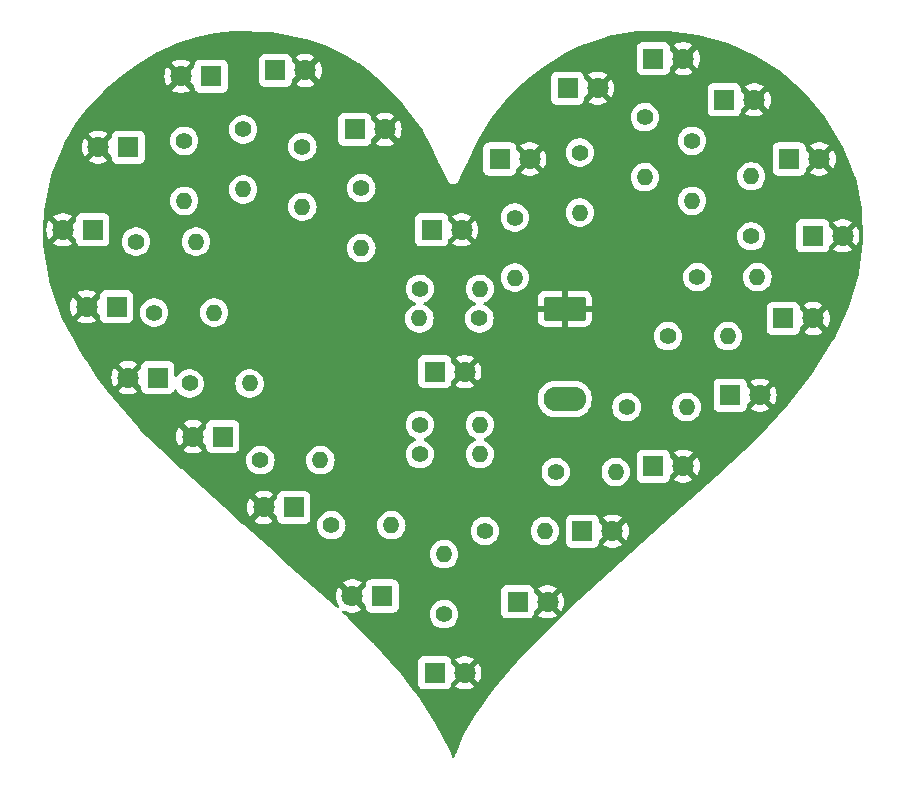
<source format=gbr>
%TF.GenerationSoftware,KiCad,Pcbnew,8.0.5*%
%TF.CreationDate,2025-01-04T18:37:31+03:00*%
%TF.ProjectId,Love_LEDs,4c6f7665-5f4c-4454-9473-2e6b69636164,rev?*%
%TF.SameCoordinates,Original*%
%TF.FileFunction,Copper,L1,Top*%
%TF.FilePolarity,Positive*%
%FSLAX46Y46*%
G04 Gerber Fmt 4.6, Leading zero omitted, Abs format (unit mm)*
G04 Created by KiCad (PCBNEW 8.0.5) date 2025-01-04 18:37:31*
%MOMM*%
%LPD*%
G01*
G04 APERTURE LIST*
G04 Aperture macros list*
%AMRoundRect*
0 Rectangle with rounded corners*
0 $1 Rounding radius*
0 $2 $3 $4 $5 $6 $7 $8 $9 X,Y pos of 4 corners*
0 Add a 4 corners polygon primitive as box body*
4,1,4,$2,$3,$4,$5,$6,$7,$8,$9,$2,$3,0*
0 Add four circle primitives for the rounded corners*
1,1,$1+$1,$2,$3*
1,1,$1+$1,$4,$5*
1,1,$1+$1,$6,$7*
1,1,$1+$1,$8,$9*
0 Add four rect primitives between the rounded corners*
20,1,$1+$1,$2,$3,$4,$5,0*
20,1,$1+$1,$4,$5,$6,$7,0*
20,1,$1+$1,$6,$7,$8,$9,0*
20,1,$1+$1,$8,$9,$2,$3,0*%
G04 Aperture macros list end*
%TA.AperFunction,ComponentPad*%
%ADD10C,1.400000*%
%TD*%
%TA.AperFunction,ComponentPad*%
%ADD11O,1.400000X1.400000*%
%TD*%
%TA.AperFunction,ComponentPad*%
%ADD12R,1.800000X1.800000*%
%TD*%
%TA.AperFunction,ComponentPad*%
%ADD13C,1.800000*%
%TD*%
%TA.AperFunction,ComponentPad*%
%ADD14RoundRect,0.250001X-1.549999X0.799999X-1.549999X-0.799999X1.549999X-0.799999X1.549999X0.799999X0*%
%TD*%
%TA.AperFunction,ComponentPad*%
%ADD15O,3.600000X2.100000*%
%TD*%
G04 APERTURE END LIST*
D10*
%TO.P,R24,1*%
%TO.N,Net-(D24-K)*%
X151000000Y-84960000D03*
D11*
%TO.P,R24,2*%
%TO.N,GND*%
X151000000Y-90040000D03*
%TD*%
D10*
%TO.P,R23,1*%
%TO.N,Net-(D23-K)*%
X142960000Y-91000000D03*
D11*
%TO.P,R23,2*%
%TO.N,GND*%
X148040000Y-91000000D03*
%TD*%
D10*
%TO.P,R22,1*%
%TO.N,Net-(D22-K)*%
X156500000Y-79460000D03*
D11*
%TO.P,R22,2*%
%TO.N,GND*%
X156500000Y-84540000D03*
%TD*%
D10*
%TO.P,R21,1*%
%TO.N,Net-(D21-K)*%
X162000000Y-76460000D03*
D11*
%TO.P,R21,2*%
%TO.N,GND*%
X162000000Y-81540000D03*
%TD*%
D10*
%TO.P,R20,1*%
%TO.N,Net-(D20-K)*%
X166000000Y-78460000D03*
D11*
%TO.P,R20,2*%
%TO.N,GND*%
X166000000Y-83540000D03*
%TD*%
D10*
%TO.P,R19,1*%
%TO.N,Net-(D19-K)*%
X171000000Y-86540000D03*
D11*
%TO.P,R19,2*%
%TO.N,GND*%
X171000000Y-81460000D03*
%TD*%
D10*
%TO.P,R18,1*%
%TO.N,Net-(D18-K)*%
X148000000Y-93500000D03*
D11*
%TO.P,R18,2*%
%TO.N,GND*%
X142920000Y-93500000D03*
%TD*%
D10*
%TO.P,R17,1*%
%TO.N,Net-(D17-K)*%
X166460000Y-90000000D03*
D11*
%TO.P,R17,2*%
%TO.N,GND*%
X171540000Y-90000000D03*
%TD*%
D10*
%TO.P,R16,1*%
%TO.N,Net-(D16-K)*%
X163960000Y-95000000D03*
D11*
%TO.P,R16,2*%
%TO.N,GND*%
X169040000Y-95000000D03*
%TD*%
D10*
%TO.P,R15,1*%
%TO.N,Net-(D15-K)*%
X160460000Y-101000000D03*
D11*
%TO.P,R15,2*%
%TO.N,GND*%
X165540000Y-101000000D03*
%TD*%
D10*
%TO.P,R14,1*%
%TO.N,Net-(D14-K)*%
X154460000Y-106500000D03*
D11*
%TO.P,R14,2*%
%TO.N,GND*%
X159540000Y-106500000D03*
%TD*%
D10*
%TO.P,R13,1*%
%TO.N,Net-(D13-K)*%
X148460000Y-111500000D03*
D11*
%TO.P,R13,2*%
%TO.N,GND*%
X153540000Y-111500000D03*
%TD*%
D10*
%TO.P,R12,1*%
%TO.N,Net-(D12-K)*%
X142960000Y-102500000D03*
D11*
%TO.P,R12,2*%
%TO.N,GND*%
X148040000Y-102500000D03*
%TD*%
D10*
%TO.P,R11,1*%
%TO.N,Net-(D11-K)*%
X145000000Y-118540000D03*
D11*
%TO.P,R11,2*%
%TO.N,GND*%
X145000000Y-113460000D03*
%TD*%
D10*
%TO.P,R10,1*%
%TO.N,Net-(D10-K)*%
X142960000Y-105000000D03*
D11*
%TO.P,R10,2*%
%TO.N,GND*%
X148040000Y-105000000D03*
%TD*%
D10*
%TO.P,R9,1*%
%TO.N,Net-(D9-K)*%
X135460000Y-111000000D03*
D11*
%TO.P,R9,2*%
%TO.N,GND*%
X140540000Y-111000000D03*
%TD*%
D10*
%TO.P,R8,1*%
%TO.N,Net-(D8-K)*%
X129460000Y-105500000D03*
D11*
%TO.P,R8,2*%
%TO.N,GND*%
X134540000Y-105500000D03*
%TD*%
D10*
%TO.P,R7,1*%
%TO.N,Net-(D7-K)*%
X123460000Y-99000000D03*
D11*
%TO.P,R7,2*%
%TO.N,GND*%
X128540000Y-99000000D03*
%TD*%
D10*
%TO.P,R6,1*%
%TO.N,Net-(D6-K)*%
X120460000Y-93000000D03*
D11*
%TO.P,R6,2*%
%TO.N,GND*%
X125540000Y-93000000D03*
%TD*%
D10*
%TO.P,R5,1*%
%TO.N,Net-(D5-K)*%
X118920000Y-87000000D03*
D11*
%TO.P,R5,2*%
%TO.N,GND*%
X124000000Y-87000000D03*
%TD*%
D10*
%TO.P,R4,1*%
%TO.N,Net-(D4-K)*%
X123000000Y-78460000D03*
D11*
%TO.P,R4,2*%
%TO.N,GND*%
X123000000Y-83540000D03*
%TD*%
D10*
%TO.P,R3,1*%
%TO.N,Net-(D3-K)*%
X128000000Y-77500000D03*
D11*
%TO.P,R3,2*%
%TO.N,GND*%
X128000000Y-82580000D03*
%TD*%
D10*
%TO.P,R2,1*%
%TO.N,Net-(D2-K)*%
X133000000Y-78960000D03*
D11*
%TO.P,R2,2*%
%TO.N,GND*%
X133000000Y-84040000D03*
%TD*%
%TO.P,R1,2*%
%TO.N,GND*%
X138000000Y-87540000D03*
D10*
%TO.P,R1,1*%
%TO.N,Net-(D1-K)*%
X138000000Y-82460000D03*
%TD*%
D12*
%TO.P,D24,1,K*%
%TO.N,Net-(D24-K)*%
X149725000Y-80000000D03*
D13*
%TO.P,D24,2,A*%
%TO.N,VCC*%
X152265000Y-80000000D03*
%TD*%
D12*
%TO.P,D23,1,K*%
%TO.N,Net-(D23-K)*%
X143960000Y-86000000D03*
D13*
%TO.P,D23,2,A*%
%TO.N,VCC*%
X146500000Y-86000000D03*
%TD*%
D12*
%TO.P,D22,1,K*%
%TO.N,Net-(D22-K)*%
X155460000Y-74000000D03*
D13*
%TO.P,D22,2,A*%
%TO.N,VCC*%
X158000000Y-74000000D03*
%TD*%
D12*
%TO.P,D21,1,K*%
%TO.N,Net-(D21-K)*%
X162725000Y-71500000D03*
D13*
%TO.P,D21,2,A*%
%TO.N,VCC*%
X165265000Y-71500000D03*
%TD*%
D12*
%TO.P,D20,1,K*%
%TO.N,Net-(D20-K)*%
X168725000Y-75000000D03*
D13*
%TO.P,D20,2,A*%
%TO.N,VCC*%
X171265000Y-75000000D03*
%TD*%
D12*
%TO.P,D19,1,K*%
%TO.N,Net-(D19-K)*%
X174225000Y-80000000D03*
D13*
%TO.P,D19,2,A*%
%TO.N,VCC*%
X176765000Y-80000000D03*
%TD*%
D12*
%TO.P,D18,1,K*%
%TO.N,Net-(D18-K)*%
X176225000Y-86500000D03*
D13*
%TO.P,D18,2,A*%
%TO.N,VCC*%
X178765000Y-86500000D03*
%TD*%
D12*
%TO.P,D17,1,K*%
%TO.N,Net-(D17-K)*%
X173725000Y-93500000D03*
D13*
%TO.P,D17,2,A*%
%TO.N,VCC*%
X176265000Y-93500000D03*
%TD*%
D12*
%TO.P,D16,1,K*%
%TO.N,Net-(D16-K)*%
X169225000Y-100000000D03*
D13*
%TO.P,D16,2,A*%
%TO.N,VCC*%
X171765000Y-100000000D03*
%TD*%
D12*
%TO.P,D15,1,K*%
%TO.N,Net-(D15-K)*%
X162725000Y-106000000D03*
D13*
%TO.P,D15,2,A*%
%TO.N,VCC*%
X165265000Y-106000000D03*
%TD*%
D12*
%TO.P,D14,1,K*%
%TO.N,Net-(D14-K)*%
X156725000Y-111500000D03*
D13*
%TO.P,D14,2,A*%
%TO.N,VCC*%
X159265000Y-111500000D03*
%TD*%
D12*
%TO.P,D13,1,K*%
%TO.N,Net-(D13-K)*%
X151225000Y-117500000D03*
D13*
%TO.P,D13,2,A*%
%TO.N,VCC*%
X153765000Y-117500000D03*
%TD*%
D12*
%TO.P,D12,1,K*%
%TO.N,Net-(D12-K)*%
X144225000Y-98000000D03*
D13*
%TO.P,D12,2,A*%
%TO.N,VCC*%
X146765000Y-98000000D03*
%TD*%
D12*
%TO.P,D11,1,K*%
%TO.N,Net-(D11-K)*%
X144225000Y-123500000D03*
D13*
%TO.P,D11,2,A*%
%TO.N,VCC*%
X146765000Y-123500000D03*
%TD*%
D12*
%TO.P,D10,1,K*%
%TO.N,Net-(D10-K)*%
X139775000Y-117000000D03*
D13*
%TO.P,D10,2,A*%
%TO.N,VCC*%
X137235000Y-117000000D03*
%TD*%
D12*
%TO.P,D9,1,K*%
%TO.N,Net-(D9-K)*%
X132275000Y-109500000D03*
D13*
%TO.P,D9,2,A*%
%TO.N,VCC*%
X129735000Y-109500000D03*
%TD*%
D12*
%TO.P,D8,1,K*%
%TO.N,Net-(D8-K)*%
X126275000Y-103500000D03*
D13*
%TO.P,D8,2,A*%
%TO.N,VCC*%
X123735000Y-103500000D03*
%TD*%
D12*
%TO.P,D7,1,K*%
%TO.N,Net-(D7-K)*%
X120775000Y-98500000D03*
D13*
%TO.P,D7,2,A*%
%TO.N,VCC*%
X118235000Y-98500000D03*
%TD*%
D12*
%TO.P,D6,1,K*%
%TO.N,Net-(D6-K)*%
X117275000Y-92500000D03*
D13*
%TO.P,D6,2,A*%
%TO.N,VCC*%
X114735000Y-92500000D03*
%TD*%
D12*
%TO.P,D5,1,K*%
%TO.N,Net-(D5-K)*%
X115275000Y-86000000D03*
D13*
%TO.P,D5,2,A*%
%TO.N,VCC*%
X112735000Y-86000000D03*
%TD*%
D12*
%TO.P,D4,1,K*%
%TO.N,Net-(D4-K)*%
X118275000Y-79000000D03*
D13*
%TO.P,D4,2,A*%
%TO.N,VCC*%
X115735000Y-79000000D03*
%TD*%
D12*
%TO.P,D3,1,K*%
%TO.N,Net-(D3-K)*%
X125275000Y-73000000D03*
D13*
%TO.P,D3,2,A*%
%TO.N,VCC*%
X122735000Y-73000000D03*
%TD*%
D12*
%TO.P,D2,1,K*%
%TO.N,Net-(D2-K)*%
X130725000Y-72500000D03*
D13*
%TO.P,D2,2,A*%
%TO.N,VCC*%
X133265000Y-72500000D03*
%TD*%
D12*
%TO.P,D1,1,K*%
%TO.N,Net-(D1-K)*%
X137460000Y-77500000D03*
D13*
%TO.P,D1,2,A*%
%TO.N,VCC*%
X140000000Y-77500000D03*
%TD*%
D14*
%TO.P,J1,1,Pin_1*%
%TO.N,VCC*%
X155222500Y-92690000D03*
D15*
%TO.P,J1,2,Pin_2*%
%TO.N,GND*%
X155222500Y-100310000D03*
%TD*%
%TA.AperFunction,Conductor*%
%TO.N,VCC*%
G36*
X163973106Y-69130639D02*
G01*
X166526961Y-69474346D01*
X166544791Y-69478098D01*
X169024576Y-70193633D01*
X169041434Y-70199854D01*
X171398055Y-71269616D01*
X171413896Y-71278248D01*
X173582262Y-72673694D01*
X173598362Y-72684055D01*
X173613043Y-72695124D01*
X173847080Y-72900500D01*
X175576968Y-74418540D01*
X175590205Y-74432079D01*
X177286837Y-76455899D01*
X177297914Y-76471388D01*
X178802750Y-78959389D01*
X178811716Y-78977353D01*
X179407429Y-80460752D01*
X179825078Y-81500753D01*
X179843162Y-81545783D01*
X179849362Y-81566107D01*
X180412272Y-84203146D01*
X180414923Y-84224553D01*
X180512443Y-86922319D01*
X180511427Y-86943256D01*
X180143084Y-89693993D01*
X180138959Y-89713139D01*
X179301510Y-92506916D01*
X179295207Y-92523517D01*
X177984492Y-95347455D01*
X177976947Y-95361324D01*
X176187715Y-98202764D01*
X176180445Y-98213100D01*
X174145838Y-100813547D01*
X174139106Y-100821446D01*
X171564029Y-103598692D01*
X171558600Y-103604193D01*
X168150054Y-106849138D01*
X168146627Y-106852281D01*
X163665128Y-110809175D01*
X163658917Y-110814012D01*
X163608867Y-110858846D01*
X163608205Y-110859435D01*
X163557882Y-110903868D01*
X163552352Y-110909474D01*
X156401990Y-117314968D01*
X156381730Y-117329717D01*
X156379633Y-117330940D01*
X156379626Y-117330945D01*
X156346267Y-117364595D01*
X156340948Y-117369652D01*
X156305643Y-117401280D01*
X156304314Y-117403316D01*
X156288556Y-117422811D01*
X151174430Y-122581639D01*
X151156756Y-122596426D01*
X151150512Y-122600730D01*
X151123103Y-122632913D01*
X151116767Y-122639807D01*
X151086986Y-122669850D01*
X151086985Y-122669851D01*
X151083228Y-122676425D01*
X151069976Y-122695291D01*
X149250387Y-124831726D01*
X149233779Y-124847886D01*
X149228130Y-124852436D01*
X149228125Y-124852442D01*
X149202979Y-124886860D01*
X149197258Y-124894108D01*
X149169636Y-124926540D01*
X149166525Y-124933086D01*
X149154661Y-124952998D01*
X147758096Y-126864617D01*
X147745238Y-126879561D01*
X147733816Y-126890875D01*
X147733812Y-126890880D01*
X147716751Y-126920106D01*
X147709793Y-126930733D01*
X147689837Y-126958051D01*
X147684037Y-126973041D01*
X147675482Y-126990806D01*
X146668090Y-128716589D01*
X146659671Y-128729177D01*
X146642909Y-128751200D01*
X146642906Y-128751204D01*
X146634472Y-128771790D01*
X146626824Y-128787282D01*
X146615610Y-128806494D01*
X146608315Y-128833206D01*
X146603441Y-128847541D01*
X145976834Y-130377149D01*
X145971108Y-130389227D01*
X145968193Y-130394604D01*
X145947170Y-130449474D01*
X145946126Y-130452110D01*
X145923868Y-130506446D01*
X145922314Y-130512339D01*
X145918210Y-130525067D01*
X145882459Y-130618379D01*
X145840095Y-130673937D01*
X145774416Y-130697773D01*
X145706278Y-130682316D01*
X145657313Y-130632474D01*
X145648628Y-130611995D01*
X145466867Y-130047084D01*
X145464167Y-130037351D01*
X145454956Y-129997977D01*
X145450503Y-129989663D01*
X145441777Y-129969105D01*
X145438890Y-129960132D01*
X145438889Y-129960128D01*
X145416956Y-129926141D01*
X145411835Y-129917447D01*
X144838937Y-128847541D01*
X144325543Y-127888759D01*
X144316852Y-127868309D01*
X144313873Y-127859076D01*
X144311698Y-127855712D01*
X144292055Y-127825329D01*
X144286879Y-127816552D01*
X144267914Y-127781134D01*
X144261279Y-127774060D01*
X144247589Y-127756555D01*
X144065298Y-127474603D01*
X142779503Y-125485853D01*
X142769043Y-125465903D01*
X142765631Y-125457649D01*
X142740733Y-125425157D01*
X142735028Y-125417061D01*
X142712809Y-125382695D01*
X142712808Y-125382694D01*
X142706175Y-125376697D01*
X142690911Y-125360139D01*
X142298379Y-124847886D01*
X141108587Y-123295209D01*
X141096526Y-123276078D01*
X141092575Y-123268322D01*
X141092572Y-123268319D01*
X141065026Y-123237723D01*
X141058755Y-123230177D01*
X141033723Y-123197511D01*
X141026820Y-123192206D01*
X141010223Y-123176853D01*
X140447769Y-122552135D01*
X142824500Y-122552135D01*
X142824500Y-124447870D01*
X142824501Y-124447876D01*
X142830908Y-124507483D01*
X142881202Y-124642328D01*
X142881206Y-124642335D01*
X142967452Y-124757544D01*
X142967455Y-124757547D01*
X143082664Y-124843793D01*
X143082671Y-124843797D01*
X143217517Y-124894091D01*
X143217516Y-124894091D01*
X143224444Y-124894835D01*
X143277127Y-124900500D01*
X145172872Y-124900499D01*
X145232483Y-124894091D01*
X145367331Y-124843796D01*
X145482546Y-124757546D01*
X145568796Y-124642331D01*
X145619091Y-124507483D01*
X145625500Y-124447873D01*
X145625499Y-124337304D01*
X145645183Y-124270268D01*
X145661818Y-124249626D01*
X146322861Y-123588584D01*
X146345667Y-123673694D01*
X146404910Y-123776306D01*
X146488694Y-123860090D01*
X146591306Y-123919333D01*
X146676414Y-123942138D01*
X145966201Y-124652351D01*
X145996649Y-124676050D01*
X146200697Y-124786476D01*
X146200706Y-124786479D01*
X146420139Y-124861811D01*
X146648993Y-124900000D01*
X146881007Y-124900000D01*
X147109860Y-124861811D01*
X147329293Y-124786479D01*
X147329301Y-124786476D01*
X147533355Y-124676047D01*
X147563797Y-124652351D01*
X147563798Y-124652350D01*
X146853585Y-123942137D01*
X146938694Y-123919333D01*
X147041306Y-123860090D01*
X147125090Y-123776306D01*
X147184333Y-123673694D01*
X147207138Y-123588585D01*
X147916186Y-124297633D01*
X148000482Y-124168611D01*
X148093682Y-123956135D01*
X148150638Y-123731218D01*
X148169798Y-123500005D01*
X148169798Y-123499994D01*
X148150638Y-123268781D01*
X148093682Y-123043864D01*
X148000484Y-122831393D01*
X147916186Y-122702365D01*
X147207137Y-123411414D01*
X147184333Y-123326306D01*
X147125090Y-123223694D01*
X147041306Y-123139910D01*
X146938694Y-123080667D01*
X146853584Y-123057861D01*
X147563797Y-122347647D01*
X147563797Y-122347645D01*
X147533360Y-122323955D01*
X147533354Y-122323951D01*
X147329302Y-122213523D01*
X147329293Y-122213520D01*
X147109860Y-122138188D01*
X146881007Y-122100000D01*
X146648993Y-122100000D01*
X146420139Y-122138188D01*
X146200706Y-122213520D01*
X146200697Y-122213523D01*
X145996650Y-122323949D01*
X145966200Y-122347647D01*
X146676415Y-123057861D01*
X146591306Y-123080667D01*
X146488694Y-123139910D01*
X146404910Y-123223694D01*
X146345667Y-123326306D01*
X146322861Y-123411415D01*
X145661818Y-122750372D01*
X145628333Y-122689049D01*
X145625499Y-122662691D01*
X145625499Y-122552129D01*
X145625498Y-122552123D01*
X145625497Y-122552116D01*
X145619091Y-122492517D01*
X145568796Y-122357669D01*
X145568795Y-122357668D01*
X145568793Y-122357664D01*
X145482547Y-122242455D01*
X145482544Y-122242452D01*
X145367335Y-122156206D01*
X145367328Y-122156202D01*
X145232482Y-122105908D01*
X145232483Y-122105908D01*
X145172883Y-122099501D01*
X145172881Y-122099500D01*
X145172873Y-122099500D01*
X145172864Y-122099500D01*
X143277129Y-122099500D01*
X143277123Y-122099501D01*
X143217516Y-122105908D01*
X143082671Y-122156202D01*
X143082664Y-122156206D01*
X142967455Y-122242452D01*
X142967452Y-122242455D01*
X142881206Y-122357664D01*
X142881202Y-122357671D01*
X142830908Y-122492517D01*
X142824501Y-122552116D01*
X142824501Y-122552123D01*
X142824500Y-122552135D01*
X140447769Y-122552135D01*
X139102038Y-121057432D01*
X139087218Y-121037174D01*
X139086017Y-121035126D01*
X139052251Y-121001809D01*
X139047190Y-120996512D01*
X139015451Y-120961260D01*
X139013454Y-120959963D01*
X138993905Y-120944239D01*
X136883434Y-118861811D01*
X136659836Y-118641184D01*
X136643403Y-118621170D01*
X136643223Y-118620897D01*
X136606243Y-118588061D01*
X136601482Y-118583605D01*
X136566273Y-118548864D01*
X136566272Y-118548863D01*
X136565974Y-118548694D01*
X136553834Y-118539999D01*
X143794357Y-118539999D01*
X143794357Y-118540000D01*
X143814884Y-118761535D01*
X143814885Y-118761537D01*
X143875769Y-118975523D01*
X143875775Y-118975538D01*
X143974938Y-119174683D01*
X143974943Y-119174691D01*
X144109020Y-119352238D01*
X144273437Y-119502123D01*
X144273439Y-119502125D01*
X144462595Y-119619245D01*
X144462596Y-119619245D01*
X144462599Y-119619247D01*
X144670060Y-119699618D01*
X144888757Y-119740500D01*
X144888759Y-119740500D01*
X145111241Y-119740500D01*
X145111243Y-119740500D01*
X145329940Y-119699618D01*
X145537401Y-119619247D01*
X145726562Y-119502124D01*
X145890981Y-119352236D01*
X146025058Y-119174689D01*
X146124229Y-118975528D01*
X146185115Y-118761536D01*
X146205643Y-118540000D01*
X146185115Y-118318464D01*
X146124229Y-118104472D01*
X146124224Y-118104461D01*
X146025061Y-117905316D01*
X146025056Y-117905308D01*
X145890979Y-117727761D01*
X145726562Y-117577876D01*
X145726560Y-117577874D01*
X145537404Y-117460754D01*
X145537398Y-117460752D01*
X145329940Y-117380382D01*
X145111243Y-117339500D01*
X144888757Y-117339500D01*
X144670060Y-117380382D01*
X144538864Y-117431207D01*
X144462601Y-117460752D01*
X144462595Y-117460754D01*
X144273439Y-117577874D01*
X144273437Y-117577876D01*
X144109020Y-117727761D01*
X143974943Y-117905308D01*
X143974938Y-117905316D01*
X143875775Y-118104461D01*
X143875769Y-118104476D01*
X143814885Y-118318462D01*
X143814884Y-118318464D01*
X143794357Y-118539999D01*
X136553834Y-118539999D01*
X136544929Y-118533621D01*
X136438406Y-118439038D01*
X136401345Y-118379807D01*
X136402190Y-118309942D01*
X136440673Y-118251626D01*
X136504575Y-118223372D01*
X136573608Y-118234151D01*
X136579754Y-118237260D01*
X136670688Y-118286472D01*
X136670706Y-118286479D01*
X136890139Y-118361811D01*
X137118993Y-118400000D01*
X137351007Y-118400000D01*
X137579860Y-118361811D01*
X137799293Y-118286479D01*
X137799301Y-118286476D01*
X138003355Y-118176047D01*
X138033797Y-118152351D01*
X138033798Y-118152351D01*
X137323585Y-117442138D01*
X137408694Y-117419333D01*
X137511306Y-117360090D01*
X137595090Y-117276306D01*
X137654333Y-117173694D01*
X137677138Y-117088584D01*
X138338181Y-117749627D01*
X138371666Y-117810950D01*
X138374500Y-117837307D01*
X138374500Y-117947869D01*
X138374501Y-117947876D01*
X138380908Y-118007483D01*
X138431202Y-118142328D01*
X138431206Y-118142335D01*
X138517452Y-118257544D01*
X138517455Y-118257547D01*
X138632664Y-118343793D01*
X138632671Y-118343797D01*
X138767517Y-118394091D01*
X138767516Y-118394091D01*
X138774444Y-118394835D01*
X138827127Y-118400500D01*
X140722872Y-118400499D01*
X140782483Y-118394091D01*
X140917331Y-118343796D01*
X141032546Y-118257546D01*
X141118796Y-118142331D01*
X141169091Y-118007483D01*
X141175500Y-117947873D01*
X141175499Y-116552135D01*
X149824500Y-116552135D01*
X149824500Y-118447870D01*
X149824501Y-118447876D01*
X149830908Y-118507483D01*
X149881202Y-118642328D01*
X149881206Y-118642335D01*
X149967452Y-118757544D01*
X149967455Y-118757547D01*
X150082664Y-118843793D01*
X150082671Y-118843797D01*
X150217517Y-118894091D01*
X150217516Y-118894091D01*
X150224444Y-118894835D01*
X150277127Y-118900500D01*
X152172872Y-118900499D01*
X152232483Y-118894091D01*
X152367331Y-118843796D01*
X152482546Y-118757546D01*
X152568796Y-118642331D01*
X152619091Y-118507483D01*
X152625500Y-118447873D01*
X152625499Y-118337304D01*
X152645183Y-118270268D01*
X152661818Y-118249626D01*
X153322861Y-117588584D01*
X153345667Y-117673694D01*
X153404910Y-117776306D01*
X153488694Y-117860090D01*
X153591306Y-117919333D01*
X153676414Y-117942138D01*
X152966201Y-118652351D01*
X152996649Y-118676050D01*
X153200697Y-118786476D01*
X153200706Y-118786479D01*
X153420139Y-118861811D01*
X153648993Y-118900000D01*
X153881007Y-118900000D01*
X154109860Y-118861811D01*
X154329293Y-118786479D01*
X154329301Y-118786476D01*
X154533355Y-118676047D01*
X154563797Y-118652351D01*
X154563798Y-118652350D01*
X153853585Y-117942137D01*
X153938694Y-117919333D01*
X154041306Y-117860090D01*
X154125090Y-117776306D01*
X154184333Y-117673694D01*
X154207138Y-117588585D01*
X154916186Y-118297633D01*
X155000482Y-118168611D01*
X155093682Y-117956135D01*
X155150638Y-117731218D01*
X155169798Y-117500005D01*
X155169798Y-117499994D01*
X155150638Y-117268781D01*
X155093682Y-117043864D01*
X155000484Y-116831393D01*
X154916186Y-116702365D01*
X154207137Y-117411414D01*
X154184333Y-117326306D01*
X154125090Y-117223694D01*
X154041306Y-117139910D01*
X153938694Y-117080667D01*
X153853584Y-117057861D01*
X154563797Y-116347647D01*
X154563797Y-116347645D01*
X154533360Y-116323955D01*
X154533354Y-116323951D01*
X154329302Y-116213523D01*
X154329293Y-116213520D01*
X154109860Y-116138188D01*
X153881007Y-116100000D01*
X153648993Y-116100000D01*
X153420139Y-116138188D01*
X153200706Y-116213520D01*
X153200697Y-116213523D01*
X152996650Y-116323949D01*
X152966200Y-116347647D01*
X153676415Y-117057861D01*
X153591306Y-117080667D01*
X153488694Y-117139910D01*
X153404910Y-117223694D01*
X153345667Y-117326306D01*
X153322861Y-117411415D01*
X152661818Y-116750372D01*
X152628333Y-116689049D01*
X152625499Y-116662691D01*
X152625499Y-116552129D01*
X152625498Y-116552123D01*
X152625497Y-116552116D01*
X152619091Y-116492517D01*
X152568796Y-116357669D01*
X152568795Y-116357668D01*
X152568793Y-116357664D01*
X152482547Y-116242455D01*
X152482544Y-116242452D01*
X152367335Y-116156206D01*
X152367328Y-116156202D01*
X152232482Y-116105908D01*
X152232483Y-116105908D01*
X152172883Y-116099501D01*
X152172881Y-116099500D01*
X152172873Y-116099500D01*
X152172864Y-116099500D01*
X150277129Y-116099500D01*
X150277123Y-116099501D01*
X150217516Y-116105908D01*
X150082671Y-116156202D01*
X150082664Y-116156206D01*
X149967455Y-116242452D01*
X149967452Y-116242455D01*
X149881206Y-116357664D01*
X149881202Y-116357671D01*
X149830908Y-116492517D01*
X149824501Y-116552116D01*
X149824501Y-116552123D01*
X149824500Y-116552135D01*
X141175499Y-116552135D01*
X141175499Y-116052128D01*
X141169091Y-115992517D01*
X141118796Y-115857669D01*
X141118795Y-115857668D01*
X141118793Y-115857664D01*
X141032547Y-115742455D01*
X141032544Y-115742452D01*
X140917335Y-115656206D01*
X140917328Y-115656202D01*
X140782482Y-115605908D01*
X140782483Y-115605908D01*
X140722883Y-115599501D01*
X140722881Y-115599500D01*
X140722873Y-115599500D01*
X140722864Y-115599500D01*
X138827129Y-115599500D01*
X138827123Y-115599501D01*
X138767516Y-115605908D01*
X138632671Y-115656202D01*
X138632664Y-115656206D01*
X138517455Y-115742452D01*
X138517452Y-115742455D01*
X138431206Y-115857664D01*
X138431202Y-115857671D01*
X138380908Y-115992517D01*
X138374501Y-116052116D01*
X138374501Y-116052123D01*
X138374500Y-116052135D01*
X138374500Y-116162691D01*
X138354815Y-116229730D01*
X138338181Y-116250372D01*
X137677138Y-116911414D01*
X137654333Y-116826306D01*
X137595090Y-116723694D01*
X137511306Y-116639910D01*
X137408694Y-116580667D01*
X137323584Y-116557861D01*
X138033797Y-115847647D01*
X138033797Y-115847645D01*
X138003360Y-115823955D01*
X138003354Y-115823951D01*
X137799302Y-115713523D01*
X137799293Y-115713520D01*
X137579860Y-115638188D01*
X137351007Y-115600000D01*
X137118993Y-115600000D01*
X136890139Y-115638188D01*
X136670706Y-115713520D01*
X136670697Y-115713523D01*
X136466650Y-115823949D01*
X136436200Y-115847647D01*
X137146415Y-116557861D01*
X137061306Y-116580667D01*
X136958694Y-116639910D01*
X136874910Y-116723694D01*
X136815667Y-116826306D01*
X136792861Y-116911415D01*
X136083811Y-116202365D01*
X135999516Y-116331390D01*
X135906317Y-116543864D01*
X135849361Y-116768781D01*
X135830202Y-116999994D01*
X135830202Y-117000005D01*
X135849361Y-117231218D01*
X135906317Y-117456135D01*
X135999516Y-117668609D01*
X136084963Y-117799396D01*
X136105151Y-117866285D01*
X136085970Y-117933471D01*
X136033511Y-117979621D01*
X135964430Y-117990084D01*
X135900658Y-117961537D01*
X135898824Y-117959941D01*
X135885232Y-117947873D01*
X131914373Y-114422124D01*
X130830784Y-113459999D01*
X143794357Y-113459999D01*
X143794357Y-113460000D01*
X143814884Y-113681535D01*
X143814885Y-113681537D01*
X143875769Y-113895523D01*
X143875775Y-113895538D01*
X143974938Y-114094683D01*
X143974943Y-114094691D01*
X144109020Y-114272238D01*
X144273437Y-114422123D01*
X144273439Y-114422125D01*
X144462595Y-114539245D01*
X144462596Y-114539245D01*
X144462599Y-114539247D01*
X144670060Y-114619618D01*
X144888757Y-114660500D01*
X144888759Y-114660500D01*
X145111241Y-114660500D01*
X145111243Y-114660500D01*
X145329940Y-114619618D01*
X145537401Y-114539247D01*
X145726562Y-114422124D01*
X145890981Y-114272236D01*
X146025058Y-114094689D01*
X146124229Y-113895528D01*
X146185115Y-113681536D01*
X146205643Y-113460000D01*
X146185115Y-113238464D01*
X146124229Y-113024472D01*
X146062498Y-112900500D01*
X146025061Y-112825316D01*
X146025056Y-112825308D01*
X145890979Y-112647761D01*
X145726562Y-112497876D01*
X145726560Y-112497874D01*
X145537404Y-112380754D01*
X145537398Y-112380752D01*
X145329940Y-112300382D01*
X145111243Y-112259500D01*
X144888757Y-112259500D01*
X144670060Y-112300382D01*
X144574743Y-112337308D01*
X144462601Y-112380752D01*
X144462595Y-112380754D01*
X144273439Y-112497874D01*
X144273437Y-112497876D01*
X144109020Y-112647761D01*
X143974943Y-112825308D01*
X143974938Y-112825316D01*
X143875775Y-113024461D01*
X143875769Y-113024476D01*
X143814885Y-113238462D01*
X143814884Y-113238464D01*
X143794357Y-113459999D01*
X130830784Y-113459999D01*
X128060219Y-110999999D01*
X134254357Y-110999999D01*
X134254357Y-111000000D01*
X134274884Y-111221535D01*
X134274885Y-111221537D01*
X134335769Y-111435523D01*
X134335775Y-111435538D01*
X134434938Y-111634683D01*
X134434943Y-111634691D01*
X134569020Y-111812238D01*
X134733437Y-111962123D01*
X134733439Y-111962125D01*
X134922595Y-112079245D01*
X134922596Y-112079245D01*
X134922599Y-112079247D01*
X135130060Y-112159618D01*
X135348757Y-112200500D01*
X135348759Y-112200500D01*
X135571241Y-112200500D01*
X135571243Y-112200500D01*
X135789940Y-112159618D01*
X135997401Y-112079247D01*
X136186562Y-111962124D01*
X136350981Y-111812236D01*
X136485058Y-111634689D01*
X136584229Y-111435528D01*
X136645115Y-111221536D01*
X136665643Y-111000000D01*
X136665643Y-110999999D01*
X139334357Y-110999999D01*
X139334357Y-111000000D01*
X139354884Y-111221535D01*
X139354885Y-111221537D01*
X139415769Y-111435523D01*
X139415775Y-111435538D01*
X139514938Y-111634683D01*
X139514943Y-111634691D01*
X139649020Y-111812238D01*
X139813437Y-111962123D01*
X139813439Y-111962125D01*
X140002595Y-112079245D01*
X140002596Y-112079245D01*
X140002599Y-112079247D01*
X140210060Y-112159618D01*
X140428757Y-112200500D01*
X140428759Y-112200500D01*
X140651241Y-112200500D01*
X140651243Y-112200500D01*
X140869940Y-112159618D01*
X141077401Y-112079247D01*
X141266562Y-111962124D01*
X141430981Y-111812236D01*
X141565058Y-111634689D01*
X141632126Y-111499999D01*
X147254357Y-111499999D01*
X147254357Y-111500000D01*
X147274884Y-111721535D01*
X147274885Y-111721537D01*
X147335769Y-111935523D01*
X147335775Y-111935538D01*
X147434938Y-112134683D01*
X147434943Y-112134691D01*
X147569020Y-112312238D01*
X147733437Y-112462123D01*
X147733439Y-112462125D01*
X147922595Y-112579245D01*
X147922596Y-112579245D01*
X147922599Y-112579247D01*
X148130060Y-112659618D01*
X148348757Y-112700500D01*
X148348759Y-112700500D01*
X148571241Y-112700500D01*
X148571243Y-112700500D01*
X148789940Y-112659618D01*
X148997401Y-112579247D01*
X149186562Y-112462124D01*
X149350981Y-112312236D01*
X149485058Y-112134689D01*
X149584229Y-111935528D01*
X149645115Y-111721536D01*
X149665643Y-111500000D01*
X149665643Y-111499999D01*
X152334357Y-111499999D01*
X152334357Y-111500000D01*
X152354884Y-111721535D01*
X152354885Y-111721537D01*
X152415769Y-111935523D01*
X152415775Y-111935538D01*
X152514938Y-112134683D01*
X152514943Y-112134691D01*
X152649020Y-112312238D01*
X152813437Y-112462123D01*
X152813439Y-112462125D01*
X153002595Y-112579245D01*
X153002596Y-112579245D01*
X153002599Y-112579247D01*
X153210060Y-112659618D01*
X153428757Y-112700500D01*
X153428759Y-112700500D01*
X153651241Y-112700500D01*
X153651243Y-112700500D01*
X153869940Y-112659618D01*
X154077401Y-112579247D01*
X154266562Y-112462124D01*
X154430981Y-112312236D01*
X154565058Y-112134689D01*
X154664229Y-111935528D01*
X154725115Y-111721536D01*
X154745643Y-111500000D01*
X154745642Y-111499994D01*
X154725115Y-111278464D01*
X154725114Y-111278462D01*
X154709531Y-111223694D01*
X154664229Y-111064472D01*
X154657023Y-111050000D01*
X154565061Y-110865316D01*
X154565056Y-110865308D01*
X154430979Y-110687761D01*
X154282203Y-110552135D01*
X155324500Y-110552135D01*
X155324500Y-112447870D01*
X155324501Y-112447876D01*
X155330908Y-112507483D01*
X155381202Y-112642328D01*
X155381206Y-112642335D01*
X155467452Y-112757544D01*
X155467455Y-112757547D01*
X155582664Y-112843793D01*
X155582671Y-112843797D01*
X155717517Y-112894091D01*
X155717516Y-112894091D01*
X155724444Y-112894835D01*
X155777127Y-112900500D01*
X157672872Y-112900499D01*
X157732483Y-112894091D01*
X157867331Y-112843796D01*
X157982546Y-112757546D01*
X158068796Y-112642331D01*
X158119091Y-112507483D01*
X158125500Y-112447873D01*
X158125499Y-112337304D01*
X158145183Y-112270268D01*
X158161818Y-112249626D01*
X158822861Y-111588584D01*
X158845667Y-111673694D01*
X158904910Y-111776306D01*
X158988694Y-111860090D01*
X159091306Y-111919333D01*
X159176414Y-111942138D01*
X158466201Y-112652351D01*
X158496649Y-112676050D01*
X158700697Y-112786476D01*
X158700706Y-112786479D01*
X158920139Y-112861811D01*
X159148993Y-112900000D01*
X159381007Y-112900000D01*
X159609860Y-112861811D01*
X159829293Y-112786479D01*
X159829301Y-112786476D01*
X160033355Y-112676047D01*
X160063797Y-112652351D01*
X160063798Y-112652350D01*
X159353585Y-111942137D01*
X159438694Y-111919333D01*
X159541306Y-111860090D01*
X159625090Y-111776306D01*
X159684333Y-111673694D01*
X159707138Y-111588585D01*
X160416186Y-112297633D01*
X160500482Y-112168611D01*
X160593682Y-111956135D01*
X160650638Y-111731218D01*
X160669798Y-111500005D01*
X160669798Y-111499994D01*
X160650638Y-111268781D01*
X160593682Y-111043864D01*
X160500484Y-110831393D01*
X160416186Y-110702365D01*
X159707137Y-111411414D01*
X159684333Y-111326306D01*
X159625090Y-111223694D01*
X159541306Y-111139910D01*
X159438694Y-111080667D01*
X159353584Y-111057861D01*
X160063797Y-110347647D01*
X160063797Y-110347645D01*
X160033360Y-110323955D01*
X160033354Y-110323951D01*
X159829302Y-110213523D01*
X159829293Y-110213520D01*
X159609860Y-110138188D01*
X159381007Y-110100000D01*
X159148993Y-110100000D01*
X158920139Y-110138188D01*
X158700706Y-110213520D01*
X158700697Y-110213523D01*
X158496650Y-110323949D01*
X158466200Y-110347647D01*
X159176415Y-111057861D01*
X159091306Y-111080667D01*
X158988694Y-111139910D01*
X158904910Y-111223694D01*
X158845667Y-111326306D01*
X158822861Y-111411415D01*
X158161818Y-110750372D01*
X158128333Y-110689049D01*
X158125499Y-110662691D01*
X158125499Y-110552129D01*
X158125498Y-110552123D01*
X158125497Y-110552116D01*
X158119091Y-110492517D01*
X158102438Y-110447869D01*
X158068797Y-110357671D01*
X158068793Y-110357664D01*
X157982547Y-110242455D01*
X157982544Y-110242452D01*
X157867335Y-110156206D01*
X157867328Y-110156202D01*
X157732482Y-110105908D01*
X157732483Y-110105908D01*
X157672883Y-110099501D01*
X157672881Y-110099500D01*
X157672873Y-110099500D01*
X157672864Y-110099500D01*
X155777129Y-110099500D01*
X155777123Y-110099501D01*
X155717516Y-110105908D01*
X155582671Y-110156202D01*
X155582664Y-110156206D01*
X155467455Y-110242452D01*
X155467452Y-110242455D01*
X155381206Y-110357664D01*
X155381202Y-110357671D01*
X155330908Y-110492517D01*
X155326032Y-110537874D01*
X155324501Y-110552123D01*
X155324500Y-110552135D01*
X154282203Y-110552135D01*
X154266562Y-110537876D01*
X154266560Y-110537874D01*
X154077404Y-110420754D01*
X154077398Y-110420752D01*
X153869940Y-110340382D01*
X153651243Y-110299500D01*
X153428757Y-110299500D01*
X153210060Y-110340382D01*
X153078864Y-110391207D01*
X153002601Y-110420752D01*
X153002595Y-110420754D01*
X152813439Y-110537874D01*
X152813437Y-110537876D01*
X152649020Y-110687761D01*
X152514943Y-110865308D01*
X152514938Y-110865316D01*
X152415775Y-111064461D01*
X152415769Y-111064476D01*
X152354885Y-111278462D01*
X152354884Y-111278464D01*
X152334357Y-111499999D01*
X149665643Y-111499999D01*
X149665642Y-111499994D01*
X149645115Y-111278464D01*
X149645114Y-111278462D01*
X149629531Y-111223694D01*
X149584229Y-111064472D01*
X149577023Y-111050000D01*
X149485061Y-110865316D01*
X149485056Y-110865308D01*
X149350979Y-110687761D01*
X149186562Y-110537876D01*
X149186560Y-110537874D01*
X148997404Y-110420754D01*
X148997398Y-110420752D01*
X148789940Y-110340382D01*
X148571243Y-110299500D01*
X148348757Y-110299500D01*
X148130060Y-110340382D01*
X147998864Y-110391207D01*
X147922601Y-110420752D01*
X147922595Y-110420754D01*
X147733439Y-110537874D01*
X147733437Y-110537876D01*
X147569020Y-110687761D01*
X147434943Y-110865308D01*
X147434938Y-110865316D01*
X147335775Y-111064461D01*
X147335769Y-111064476D01*
X147274885Y-111278462D01*
X147274884Y-111278464D01*
X147254357Y-111499999D01*
X141632126Y-111499999D01*
X141664229Y-111435528D01*
X141725115Y-111221536D01*
X141745643Y-111000000D01*
X141736519Y-110901540D01*
X141725115Y-110778464D01*
X141725114Y-110778462D01*
X141719163Y-110757547D01*
X141664229Y-110564472D01*
X141658083Y-110552129D01*
X141565061Y-110365316D01*
X141565056Y-110365308D01*
X141430979Y-110187761D01*
X141266562Y-110037876D01*
X141266560Y-110037874D01*
X141077404Y-109920754D01*
X141077398Y-109920752D01*
X140869940Y-109840382D01*
X140651243Y-109799500D01*
X140428757Y-109799500D01*
X140210060Y-109840382D01*
X140078864Y-109891207D01*
X140002601Y-109920752D01*
X140002595Y-109920754D01*
X139813439Y-110037874D01*
X139813437Y-110037876D01*
X139649020Y-110187761D01*
X139514943Y-110365308D01*
X139514938Y-110365316D01*
X139415775Y-110564461D01*
X139415769Y-110564476D01*
X139354885Y-110778462D01*
X139354884Y-110778464D01*
X139334357Y-110999999D01*
X136665643Y-110999999D01*
X136656519Y-110901540D01*
X136645115Y-110778464D01*
X136645114Y-110778462D01*
X136639163Y-110757547D01*
X136584229Y-110564472D01*
X136578083Y-110552129D01*
X136485061Y-110365316D01*
X136485056Y-110365308D01*
X136350979Y-110187761D01*
X136186562Y-110037876D01*
X136186560Y-110037874D01*
X135997404Y-109920754D01*
X135997398Y-109920752D01*
X135789940Y-109840382D01*
X135571243Y-109799500D01*
X135348757Y-109799500D01*
X135130060Y-109840382D01*
X134998864Y-109891207D01*
X134922601Y-109920752D01*
X134922595Y-109920754D01*
X134733439Y-110037874D01*
X134733437Y-110037876D01*
X134569020Y-110187761D01*
X134434943Y-110365308D01*
X134434938Y-110365316D01*
X134335775Y-110564461D01*
X134335769Y-110564476D01*
X134274885Y-110778462D01*
X134274884Y-110778464D01*
X134254357Y-110999999D01*
X128060219Y-110999999D01*
X127928215Y-110882792D01*
X127927930Y-110882538D01*
X126380469Y-109499994D01*
X128330202Y-109499994D01*
X128330202Y-109500005D01*
X128349361Y-109731218D01*
X128406317Y-109956135D01*
X128499515Y-110168606D01*
X128583812Y-110297633D01*
X129292861Y-109588584D01*
X129315667Y-109673694D01*
X129374910Y-109776306D01*
X129458694Y-109860090D01*
X129561306Y-109919333D01*
X129646414Y-109942138D01*
X128936201Y-110652351D01*
X128966649Y-110676050D01*
X129170697Y-110786476D01*
X129170706Y-110786479D01*
X129390139Y-110861811D01*
X129618993Y-110900000D01*
X129851007Y-110900000D01*
X130079860Y-110861811D01*
X130299293Y-110786479D01*
X130299301Y-110786476D01*
X130503355Y-110676047D01*
X130533797Y-110652351D01*
X130533798Y-110652350D01*
X129823585Y-109942137D01*
X129908694Y-109919333D01*
X130011306Y-109860090D01*
X130095090Y-109776306D01*
X130154333Y-109673694D01*
X130177138Y-109588584D01*
X130838181Y-110249627D01*
X130871666Y-110310950D01*
X130874500Y-110337307D01*
X130874500Y-110447869D01*
X130874501Y-110447876D01*
X130880908Y-110507483D01*
X130931202Y-110642328D01*
X130931206Y-110642335D01*
X131017452Y-110757544D01*
X131017455Y-110757547D01*
X131132664Y-110843793D01*
X131132671Y-110843797D01*
X131267517Y-110894091D01*
X131267516Y-110894091D01*
X131274444Y-110894835D01*
X131327127Y-110900500D01*
X133222872Y-110900499D01*
X133282483Y-110894091D01*
X133417331Y-110843796D01*
X133532546Y-110757546D01*
X133618796Y-110642331D01*
X133669091Y-110507483D01*
X133675500Y-110447873D01*
X133675499Y-108552128D01*
X133669091Y-108492517D01*
X133618796Y-108357669D01*
X133618795Y-108357668D01*
X133618793Y-108357664D01*
X133532547Y-108242455D01*
X133532544Y-108242452D01*
X133417335Y-108156206D01*
X133417328Y-108156202D01*
X133282482Y-108105908D01*
X133282483Y-108105908D01*
X133222883Y-108099501D01*
X133222881Y-108099500D01*
X133222873Y-108099500D01*
X133222864Y-108099500D01*
X131327129Y-108099500D01*
X131327123Y-108099501D01*
X131267516Y-108105908D01*
X131132671Y-108156202D01*
X131132664Y-108156206D01*
X131017455Y-108242452D01*
X131017452Y-108242455D01*
X130931206Y-108357664D01*
X130931202Y-108357671D01*
X130880908Y-108492517D01*
X130874501Y-108552116D01*
X130874501Y-108552123D01*
X130874500Y-108552135D01*
X130874500Y-108662691D01*
X130854815Y-108729730D01*
X130838181Y-108750372D01*
X130177138Y-109411414D01*
X130154333Y-109326306D01*
X130095090Y-109223694D01*
X130011306Y-109139910D01*
X129908694Y-109080667D01*
X129823584Y-109057861D01*
X130533797Y-108347647D01*
X130533797Y-108347645D01*
X130503360Y-108323955D01*
X130503354Y-108323951D01*
X130299302Y-108213523D01*
X130299293Y-108213520D01*
X130079860Y-108138188D01*
X129851007Y-108100000D01*
X129618993Y-108100000D01*
X129390139Y-108138188D01*
X129170706Y-108213520D01*
X129170697Y-108213523D01*
X128966650Y-108323949D01*
X128936200Y-108347647D01*
X129646415Y-109057861D01*
X129561306Y-109080667D01*
X129458694Y-109139910D01*
X129374910Y-109223694D01*
X129315667Y-109326306D01*
X129292861Y-109411415D01*
X128583811Y-108702365D01*
X128499516Y-108831390D01*
X128406317Y-109043864D01*
X128349361Y-109268781D01*
X128330202Y-109499994D01*
X126380469Y-109499994D01*
X122775462Y-106279181D01*
X122772228Y-106276187D01*
X121963256Y-105499999D01*
X128254357Y-105499999D01*
X128254357Y-105500000D01*
X128274884Y-105721535D01*
X128274885Y-105721537D01*
X128335769Y-105935523D01*
X128335775Y-105935538D01*
X128434938Y-106134683D01*
X128434943Y-106134691D01*
X128569020Y-106312238D01*
X128733437Y-106462123D01*
X128733439Y-106462125D01*
X128922595Y-106579245D01*
X128922596Y-106579245D01*
X128922599Y-106579247D01*
X129130060Y-106659618D01*
X129348757Y-106700500D01*
X129348759Y-106700500D01*
X129571241Y-106700500D01*
X129571243Y-106700500D01*
X129789940Y-106659618D01*
X129997401Y-106579247D01*
X130186562Y-106462124D01*
X130350981Y-106312236D01*
X130485058Y-106134689D01*
X130584229Y-105935528D01*
X130645115Y-105721536D01*
X130665643Y-105500000D01*
X130665643Y-105499999D01*
X133334357Y-105499999D01*
X133334357Y-105500000D01*
X133354884Y-105721535D01*
X133354885Y-105721537D01*
X133415769Y-105935523D01*
X133415775Y-105935538D01*
X133514938Y-106134683D01*
X133514943Y-106134691D01*
X133649020Y-106312238D01*
X133813437Y-106462123D01*
X133813439Y-106462125D01*
X134002595Y-106579245D01*
X134002596Y-106579245D01*
X134002599Y-106579247D01*
X134210060Y-106659618D01*
X134428757Y-106700500D01*
X134428759Y-106700500D01*
X134651241Y-106700500D01*
X134651243Y-106700500D01*
X134869940Y-106659618D01*
X135077401Y-106579247D01*
X135205391Y-106499999D01*
X153254357Y-106499999D01*
X153254357Y-106500000D01*
X153274884Y-106721535D01*
X153274885Y-106721537D01*
X153335769Y-106935523D01*
X153335775Y-106935538D01*
X153434938Y-107134683D01*
X153434943Y-107134691D01*
X153569020Y-107312238D01*
X153733437Y-107462123D01*
X153733439Y-107462125D01*
X153922595Y-107579245D01*
X153922596Y-107579245D01*
X153922599Y-107579247D01*
X154130060Y-107659618D01*
X154348757Y-107700500D01*
X154348759Y-107700500D01*
X154571241Y-107700500D01*
X154571243Y-107700500D01*
X154789940Y-107659618D01*
X154997401Y-107579247D01*
X155186562Y-107462124D01*
X155350981Y-107312236D01*
X155485058Y-107134689D01*
X155584229Y-106935528D01*
X155645115Y-106721536D01*
X155665643Y-106500000D01*
X155665643Y-106499999D01*
X158334357Y-106499999D01*
X158334357Y-106500000D01*
X158354884Y-106721535D01*
X158354885Y-106721537D01*
X158415769Y-106935523D01*
X158415775Y-106935538D01*
X158514938Y-107134683D01*
X158514943Y-107134691D01*
X158649020Y-107312238D01*
X158813437Y-107462123D01*
X158813439Y-107462125D01*
X159002595Y-107579245D01*
X159002596Y-107579245D01*
X159002599Y-107579247D01*
X159210060Y-107659618D01*
X159428757Y-107700500D01*
X159428759Y-107700500D01*
X159651241Y-107700500D01*
X159651243Y-107700500D01*
X159869940Y-107659618D01*
X160077401Y-107579247D01*
X160266562Y-107462124D01*
X160430981Y-107312236D01*
X160565058Y-107134689D01*
X160664229Y-106935528D01*
X160725115Y-106721536D01*
X160745643Y-106500000D01*
X160725115Y-106278464D01*
X160664229Y-106064472D01*
X160661626Y-106059244D01*
X160565061Y-105865316D01*
X160565056Y-105865308D01*
X160430979Y-105687761D01*
X160266562Y-105537876D01*
X160266560Y-105537874D01*
X160077404Y-105420754D01*
X160077398Y-105420752D01*
X159869940Y-105340382D01*
X159651243Y-105299500D01*
X159428757Y-105299500D01*
X159210060Y-105340382D01*
X159078864Y-105391207D01*
X159002601Y-105420752D01*
X159002595Y-105420754D01*
X158813439Y-105537874D01*
X158813437Y-105537876D01*
X158649020Y-105687761D01*
X158514943Y-105865308D01*
X158514938Y-105865316D01*
X158415775Y-106064461D01*
X158415769Y-106064476D01*
X158354885Y-106278462D01*
X158354884Y-106278464D01*
X158334357Y-106499999D01*
X155665643Y-106499999D01*
X155645115Y-106278464D01*
X155584229Y-106064472D01*
X155581626Y-106059244D01*
X155485061Y-105865316D01*
X155485056Y-105865308D01*
X155350979Y-105687761D01*
X155186562Y-105537876D01*
X155186560Y-105537874D01*
X154997404Y-105420754D01*
X154997398Y-105420752D01*
X154789940Y-105340382D01*
X154571243Y-105299500D01*
X154348757Y-105299500D01*
X154130060Y-105340382D01*
X153998864Y-105391207D01*
X153922601Y-105420752D01*
X153922595Y-105420754D01*
X153733439Y-105537874D01*
X153733437Y-105537876D01*
X153569020Y-105687761D01*
X153434943Y-105865308D01*
X153434938Y-105865316D01*
X153335775Y-106064461D01*
X153335769Y-106064476D01*
X153274885Y-106278462D01*
X153274884Y-106278464D01*
X153254357Y-106499999D01*
X135205391Y-106499999D01*
X135266562Y-106462124D01*
X135430981Y-106312236D01*
X135565058Y-106134689D01*
X135664229Y-105935528D01*
X135725115Y-105721536D01*
X135745643Y-105500000D01*
X135725115Y-105278464D01*
X135664229Y-105064472D01*
X135658083Y-105052129D01*
X135565061Y-104865316D01*
X135565056Y-104865308D01*
X135430979Y-104687761D01*
X135266562Y-104537876D01*
X135266560Y-104537874D01*
X135077404Y-104420754D01*
X135077398Y-104420752D01*
X134869940Y-104340382D01*
X134651243Y-104299500D01*
X134428757Y-104299500D01*
X134210060Y-104340382D01*
X134078864Y-104391207D01*
X134002601Y-104420752D01*
X134002595Y-104420754D01*
X133813439Y-104537874D01*
X133813437Y-104537876D01*
X133649020Y-104687761D01*
X133514943Y-104865308D01*
X133514938Y-104865316D01*
X133415775Y-105064461D01*
X133415769Y-105064476D01*
X133354885Y-105278462D01*
X133354884Y-105278464D01*
X133334357Y-105499999D01*
X130665643Y-105499999D01*
X130645115Y-105278464D01*
X130584229Y-105064472D01*
X130578083Y-105052129D01*
X130485061Y-104865316D01*
X130485056Y-104865308D01*
X130350979Y-104687761D01*
X130186562Y-104537876D01*
X130186560Y-104537874D01*
X129997404Y-104420754D01*
X129997398Y-104420752D01*
X129789940Y-104340382D01*
X129571243Y-104299500D01*
X129348757Y-104299500D01*
X129130060Y-104340382D01*
X128998864Y-104391207D01*
X128922601Y-104420752D01*
X128922595Y-104420754D01*
X128733439Y-104537874D01*
X128733437Y-104537876D01*
X128569020Y-104687761D01*
X128434943Y-104865308D01*
X128434938Y-104865316D01*
X128335775Y-105064461D01*
X128335769Y-105064476D01*
X128274885Y-105278462D01*
X128274884Y-105278464D01*
X128254357Y-105499999D01*
X121963256Y-105499999D01*
X119878775Y-103499994D01*
X122330202Y-103499994D01*
X122330202Y-103500005D01*
X122349361Y-103731218D01*
X122406317Y-103956135D01*
X122499515Y-104168606D01*
X122583812Y-104297633D01*
X123292861Y-103588584D01*
X123315667Y-103673694D01*
X123374910Y-103776306D01*
X123458694Y-103860090D01*
X123561306Y-103919333D01*
X123646414Y-103942138D01*
X122936201Y-104652351D01*
X122966649Y-104676050D01*
X123170697Y-104786476D01*
X123170706Y-104786479D01*
X123390139Y-104861811D01*
X123618993Y-104900000D01*
X123851007Y-104900000D01*
X124079860Y-104861811D01*
X124299293Y-104786479D01*
X124299301Y-104786476D01*
X124503355Y-104676047D01*
X124533797Y-104652351D01*
X124533798Y-104652350D01*
X123823585Y-103942137D01*
X123908694Y-103919333D01*
X124011306Y-103860090D01*
X124095090Y-103776306D01*
X124154333Y-103673694D01*
X124177138Y-103588584D01*
X124838181Y-104249627D01*
X124871666Y-104310950D01*
X124874500Y-104337307D01*
X124874500Y-104447869D01*
X124874501Y-104447876D01*
X124880908Y-104507483D01*
X124931202Y-104642328D01*
X124931206Y-104642335D01*
X125017452Y-104757544D01*
X125017455Y-104757547D01*
X125132664Y-104843793D01*
X125132671Y-104843797D01*
X125267517Y-104894091D01*
X125267516Y-104894091D01*
X125274444Y-104894835D01*
X125327127Y-104900500D01*
X127222872Y-104900499D01*
X127282483Y-104894091D01*
X127417331Y-104843796D01*
X127532546Y-104757546D01*
X127618796Y-104642331D01*
X127669091Y-104507483D01*
X127675500Y-104447873D01*
X127675499Y-102552128D01*
X127669895Y-102499999D01*
X141754357Y-102499999D01*
X141754357Y-102500000D01*
X141774884Y-102721535D01*
X141774885Y-102721537D01*
X141835769Y-102935523D01*
X141835775Y-102935538D01*
X141934938Y-103134683D01*
X141934943Y-103134691D01*
X142069020Y-103312238D01*
X142233437Y-103462123D01*
X142233439Y-103462125D01*
X142422595Y-103579245D01*
X142422596Y-103579245D01*
X142422599Y-103579247D01*
X142564898Y-103634374D01*
X142620298Y-103676946D01*
X142643889Y-103742713D01*
X142628178Y-103810793D01*
X142578154Y-103859572D01*
X142564906Y-103865622D01*
X142458693Y-103906769D01*
X142422601Y-103920752D01*
X142422595Y-103920754D01*
X142233439Y-104037874D01*
X142233437Y-104037876D01*
X142069020Y-104187761D01*
X141934943Y-104365308D01*
X141934938Y-104365316D01*
X141835775Y-104564461D01*
X141835769Y-104564476D01*
X141774885Y-104778462D01*
X141774884Y-104778464D01*
X141754357Y-104999999D01*
X141754357Y-105000000D01*
X141774884Y-105221535D01*
X141774885Y-105221537D01*
X141835769Y-105435523D01*
X141835775Y-105435538D01*
X141934938Y-105634683D01*
X141934943Y-105634691D01*
X142069020Y-105812238D01*
X142233437Y-105962123D01*
X142233439Y-105962125D01*
X142422595Y-106079245D01*
X142422596Y-106079245D01*
X142422599Y-106079247D01*
X142630060Y-106159618D01*
X142848757Y-106200500D01*
X142848759Y-106200500D01*
X143071241Y-106200500D01*
X143071243Y-106200500D01*
X143289940Y-106159618D01*
X143497401Y-106079247D01*
X143686562Y-105962124D01*
X143850981Y-105812236D01*
X143985058Y-105634689D01*
X144084229Y-105435528D01*
X144145115Y-105221536D01*
X144165643Y-105000000D01*
X144152454Y-104857671D01*
X144145115Y-104778464D01*
X144145114Y-104778462D01*
X144139163Y-104757547D01*
X144084229Y-104564472D01*
X144055852Y-104507483D01*
X143985061Y-104365316D01*
X143985056Y-104365308D01*
X143850979Y-104187761D01*
X143686562Y-104037876D01*
X143686560Y-104037874D01*
X143497404Y-103920754D01*
X143497395Y-103920750D01*
X143425560Y-103892921D01*
X143355101Y-103865625D01*
X143299701Y-103823054D01*
X143276110Y-103757288D01*
X143291821Y-103689207D01*
X143341844Y-103640428D01*
X143355093Y-103634377D01*
X143497401Y-103579247D01*
X143686562Y-103462124D01*
X143850981Y-103312236D01*
X143985058Y-103134689D01*
X144084229Y-102935528D01*
X144145115Y-102721536D01*
X144165643Y-102500000D01*
X144165643Y-102499999D01*
X146834357Y-102499999D01*
X146834357Y-102500000D01*
X146854884Y-102721535D01*
X146854885Y-102721537D01*
X146915769Y-102935523D01*
X146915775Y-102935538D01*
X147014938Y-103134683D01*
X147014943Y-103134691D01*
X147149020Y-103312238D01*
X147313437Y-103462123D01*
X147313439Y-103462125D01*
X147502595Y-103579245D01*
X147502596Y-103579245D01*
X147502599Y-103579247D01*
X147644898Y-103634374D01*
X147700298Y-103676946D01*
X147723889Y-103742713D01*
X147708178Y-103810793D01*
X147658154Y-103859572D01*
X147644906Y-103865622D01*
X147538693Y-103906769D01*
X147502601Y-103920752D01*
X147502595Y-103920754D01*
X147313439Y-104037874D01*
X147313437Y-104037876D01*
X147149020Y-104187761D01*
X147014943Y-104365308D01*
X147014938Y-104365316D01*
X146915775Y-104564461D01*
X146915769Y-104564476D01*
X146854885Y-104778462D01*
X146854884Y-104778464D01*
X146834357Y-104999999D01*
X146834357Y-105000000D01*
X146854884Y-105221535D01*
X146854885Y-105221537D01*
X146915769Y-105435523D01*
X146915775Y-105435538D01*
X147014938Y-105634683D01*
X147014943Y-105634691D01*
X147149020Y-105812238D01*
X147313437Y-105962123D01*
X147313439Y-105962125D01*
X147502595Y-106079245D01*
X147502596Y-106079245D01*
X147502599Y-106079247D01*
X147710060Y-106159618D01*
X147928757Y-106200500D01*
X147928759Y-106200500D01*
X148151241Y-106200500D01*
X148151243Y-106200500D01*
X148369940Y-106159618D01*
X148577401Y-106079247D01*
X148766562Y-105962124D01*
X148930981Y-105812236D01*
X149065058Y-105634689D01*
X149164229Y-105435528D01*
X149225115Y-105221536D01*
X149240812Y-105052135D01*
X161324500Y-105052135D01*
X161324500Y-106947870D01*
X161324501Y-106947876D01*
X161330908Y-107007483D01*
X161381202Y-107142328D01*
X161381206Y-107142335D01*
X161467452Y-107257544D01*
X161467455Y-107257547D01*
X161582664Y-107343793D01*
X161582671Y-107343797D01*
X161717517Y-107394091D01*
X161717516Y-107394091D01*
X161724444Y-107394835D01*
X161777127Y-107400500D01*
X163672872Y-107400499D01*
X163732483Y-107394091D01*
X163867331Y-107343796D01*
X163982546Y-107257546D01*
X164068796Y-107142331D01*
X164119091Y-107007483D01*
X164125500Y-106947873D01*
X164125499Y-106837304D01*
X164145183Y-106770268D01*
X164161818Y-106749626D01*
X164822861Y-106088584D01*
X164845667Y-106173694D01*
X164904910Y-106276306D01*
X164988694Y-106360090D01*
X165091306Y-106419333D01*
X165176414Y-106442138D01*
X164466201Y-107152351D01*
X164496649Y-107176050D01*
X164700697Y-107286476D01*
X164700706Y-107286479D01*
X164920139Y-107361811D01*
X165148993Y-107400000D01*
X165381007Y-107400000D01*
X165609860Y-107361811D01*
X165829293Y-107286479D01*
X165829301Y-107286476D01*
X166033355Y-107176047D01*
X166063797Y-107152351D01*
X166063798Y-107152350D01*
X165353585Y-106442137D01*
X165438694Y-106419333D01*
X165541306Y-106360090D01*
X165625090Y-106276306D01*
X165684333Y-106173694D01*
X165707138Y-106088585D01*
X166416186Y-106797633D01*
X166500482Y-106668611D01*
X166593682Y-106456135D01*
X166650638Y-106231218D01*
X166669798Y-106000005D01*
X166669798Y-105999994D01*
X166650638Y-105768781D01*
X166593682Y-105543864D01*
X166500484Y-105331393D01*
X166416186Y-105202365D01*
X165707137Y-105911414D01*
X165684333Y-105826306D01*
X165625090Y-105723694D01*
X165541306Y-105639910D01*
X165438694Y-105580667D01*
X165353584Y-105557861D01*
X166063797Y-104847647D01*
X166063797Y-104847645D01*
X166033360Y-104823955D01*
X166033354Y-104823951D01*
X165829302Y-104713523D01*
X165829293Y-104713520D01*
X165609860Y-104638188D01*
X165381007Y-104600000D01*
X165148993Y-104600000D01*
X164920139Y-104638188D01*
X164700706Y-104713520D01*
X164700697Y-104713523D01*
X164496650Y-104823949D01*
X164466200Y-104847647D01*
X165176415Y-105557861D01*
X165091306Y-105580667D01*
X164988694Y-105639910D01*
X164904910Y-105723694D01*
X164845667Y-105826306D01*
X164822861Y-105911415D01*
X164161818Y-105250372D01*
X164128333Y-105189049D01*
X164125499Y-105162691D01*
X164125499Y-105052129D01*
X164125498Y-105052123D01*
X164125497Y-105052116D01*
X164119091Y-104992517D01*
X164084584Y-104900000D01*
X164068797Y-104857671D01*
X164068793Y-104857664D01*
X163982547Y-104742455D01*
X163982544Y-104742452D01*
X163867335Y-104656206D01*
X163867328Y-104656202D01*
X163732482Y-104605908D01*
X163732483Y-104605908D01*
X163672883Y-104599501D01*
X163672881Y-104599500D01*
X163672873Y-104599500D01*
X163672864Y-104599500D01*
X161777129Y-104599500D01*
X161777123Y-104599501D01*
X161717516Y-104605908D01*
X161582671Y-104656202D01*
X161582664Y-104656206D01*
X161467455Y-104742452D01*
X161467452Y-104742455D01*
X161381206Y-104857664D01*
X161381202Y-104857671D01*
X161330908Y-104992517D01*
X161330104Y-105000000D01*
X161324501Y-105052123D01*
X161324500Y-105052135D01*
X149240812Y-105052135D01*
X149245643Y-105000000D01*
X149232454Y-104857671D01*
X149225115Y-104778464D01*
X149225114Y-104778462D01*
X149219163Y-104757547D01*
X149164229Y-104564472D01*
X149135852Y-104507483D01*
X149065061Y-104365316D01*
X149065056Y-104365308D01*
X148930979Y-104187761D01*
X148766562Y-104037876D01*
X148766560Y-104037874D01*
X148577404Y-103920754D01*
X148577395Y-103920750D01*
X148505560Y-103892921D01*
X148435101Y-103865625D01*
X148379701Y-103823054D01*
X148356110Y-103757288D01*
X148371821Y-103689207D01*
X148421844Y-103640428D01*
X148435093Y-103634377D01*
X148577401Y-103579247D01*
X148766562Y-103462124D01*
X148930981Y-103312236D01*
X149065058Y-103134689D01*
X149164229Y-102935528D01*
X149225115Y-102721536D01*
X149245643Y-102500000D01*
X149232454Y-102357671D01*
X149225115Y-102278464D01*
X149225114Y-102278462D01*
X149214869Y-102242455D01*
X149164229Y-102064472D01*
X149113266Y-101962125D01*
X149065061Y-101865316D01*
X149065056Y-101865308D01*
X148930979Y-101687761D01*
X148766562Y-101537876D01*
X148766560Y-101537874D01*
X148577404Y-101420754D01*
X148577398Y-101420752D01*
X148564569Y-101415782D01*
X148369940Y-101340382D01*
X148151243Y-101299500D01*
X147928757Y-101299500D01*
X147710060Y-101340382D01*
X147578864Y-101391207D01*
X147502601Y-101420752D01*
X147502595Y-101420754D01*
X147313439Y-101537874D01*
X147313437Y-101537876D01*
X147149020Y-101687761D01*
X147014943Y-101865308D01*
X147014938Y-101865316D01*
X146915775Y-102064461D01*
X146915769Y-102064476D01*
X146854885Y-102278462D01*
X146854884Y-102278464D01*
X146834357Y-102499999D01*
X144165643Y-102499999D01*
X144152454Y-102357671D01*
X144145115Y-102278464D01*
X144145114Y-102278462D01*
X144134869Y-102242455D01*
X144084229Y-102064472D01*
X144033266Y-101962125D01*
X143985061Y-101865316D01*
X143985056Y-101865308D01*
X143850979Y-101687761D01*
X143686562Y-101537876D01*
X143686560Y-101537874D01*
X143497404Y-101420754D01*
X143497398Y-101420752D01*
X143484569Y-101415782D01*
X143289940Y-101340382D01*
X143071243Y-101299500D01*
X142848757Y-101299500D01*
X142630060Y-101340382D01*
X142498864Y-101391207D01*
X142422601Y-101420752D01*
X142422595Y-101420754D01*
X142233439Y-101537874D01*
X142233437Y-101537876D01*
X142069020Y-101687761D01*
X141934943Y-101865308D01*
X141934938Y-101865316D01*
X141835775Y-102064461D01*
X141835769Y-102064476D01*
X141774885Y-102278462D01*
X141774884Y-102278464D01*
X141754357Y-102499999D01*
X127669895Y-102499999D01*
X127669091Y-102492517D01*
X127618796Y-102357669D01*
X127618795Y-102357668D01*
X127618793Y-102357664D01*
X127532547Y-102242455D01*
X127532544Y-102242452D01*
X127417335Y-102156206D01*
X127417328Y-102156202D01*
X127282482Y-102105908D01*
X127282483Y-102105908D01*
X127222883Y-102099501D01*
X127222881Y-102099500D01*
X127222873Y-102099500D01*
X127222864Y-102099500D01*
X125327129Y-102099500D01*
X125327123Y-102099501D01*
X125267516Y-102105908D01*
X125132671Y-102156202D01*
X125132664Y-102156206D01*
X125017455Y-102242452D01*
X125017452Y-102242455D01*
X124931206Y-102357664D01*
X124931202Y-102357671D01*
X124880908Y-102492517D01*
X124880104Y-102500000D01*
X124874501Y-102552123D01*
X124874500Y-102552135D01*
X124874500Y-102662691D01*
X124854815Y-102729730D01*
X124838181Y-102750372D01*
X124177138Y-103411414D01*
X124154333Y-103326306D01*
X124095090Y-103223694D01*
X124011306Y-103139910D01*
X123908694Y-103080667D01*
X123823584Y-103057861D01*
X124533797Y-102347647D01*
X124533797Y-102347645D01*
X124503360Y-102323955D01*
X124503354Y-102323951D01*
X124299302Y-102213523D01*
X124299293Y-102213520D01*
X124079860Y-102138188D01*
X123851007Y-102100000D01*
X123618993Y-102100000D01*
X123390139Y-102138188D01*
X123170706Y-102213520D01*
X123170697Y-102213523D01*
X122966650Y-102323949D01*
X122936200Y-102347647D01*
X123646415Y-103057861D01*
X123561306Y-103080667D01*
X123458694Y-103139910D01*
X123374910Y-103223694D01*
X123315667Y-103326306D01*
X123292861Y-103411415D01*
X122583811Y-102702365D01*
X122499516Y-102831390D01*
X122406317Y-103043864D01*
X122349361Y-103268781D01*
X122330202Y-103499994D01*
X119878775Y-103499994D01*
X119295657Y-102940507D01*
X119287573Y-102931979D01*
X119106220Y-102721535D01*
X118570175Y-102099501D01*
X116469497Y-99661845D01*
X116461758Y-99651882D01*
X115657539Y-98499994D01*
X116830202Y-98499994D01*
X116830202Y-98500005D01*
X116849361Y-98731218D01*
X116906317Y-98956135D01*
X116999515Y-99168606D01*
X117083812Y-99297633D01*
X117792861Y-98588584D01*
X117815667Y-98673694D01*
X117874910Y-98776306D01*
X117958694Y-98860090D01*
X118061306Y-98919333D01*
X118146414Y-98942138D01*
X117436201Y-99652351D01*
X117466649Y-99676050D01*
X117670697Y-99786476D01*
X117670706Y-99786479D01*
X117890139Y-99861811D01*
X118118993Y-99900000D01*
X118351007Y-99900000D01*
X118579860Y-99861811D01*
X118799293Y-99786479D01*
X118799301Y-99786476D01*
X119003355Y-99676047D01*
X119033797Y-99652351D01*
X119033798Y-99652350D01*
X118323585Y-98942137D01*
X118408694Y-98919333D01*
X118511306Y-98860090D01*
X118595090Y-98776306D01*
X118654333Y-98673694D01*
X118677138Y-98588584D01*
X119338181Y-99249627D01*
X119371666Y-99310950D01*
X119374500Y-99337307D01*
X119374500Y-99447869D01*
X119374501Y-99447876D01*
X119380908Y-99507483D01*
X119431202Y-99642328D01*
X119431206Y-99642335D01*
X119517452Y-99757544D01*
X119517455Y-99757547D01*
X119632664Y-99843793D01*
X119632671Y-99843797D01*
X119767517Y-99894091D01*
X119767516Y-99894091D01*
X119774444Y-99894835D01*
X119827127Y-99900500D01*
X121722872Y-99900499D01*
X121782483Y-99894091D01*
X121917331Y-99843796D01*
X122032546Y-99757546D01*
X122118796Y-99642331D01*
X122155978Y-99542639D01*
X122197848Y-99486706D01*
X122263312Y-99462288D01*
X122331585Y-99477139D01*
X122380991Y-99526544D01*
X122383160Y-99530699D01*
X122434941Y-99634687D01*
X122434943Y-99634691D01*
X122569020Y-99812238D01*
X122733437Y-99962123D01*
X122733439Y-99962125D01*
X122922595Y-100079245D01*
X122922596Y-100079245D01*
X122922599Y-100079247D01*
X123130060Y-100159618D01*
X123348757Y-100200500D01*
X123348759Y-100200500D01*
X123571241Y-100200500D01*
X123571243Y-100200500D01*
X123789940Y-100159618D01*
X123997401Y-100079247D01*
X124186562Y-99962124D01*
X124350981Y-99812236D01*
X124485058Y-99634689D01*
X124584229Y-99435528D01*
X124645115Y-99221536D01*
X124665643Y-99000000D01*
X124665643Y-98999999D01*
X127334357Y-98999999D01*
X127334357Y-99000000D01*
X127354884Y-99221535D01*
X127354885Y-99221537D01*
X127415769Y-99435523D01*
X127415775Y-99435538D01*
X127514938Y-99634683D01*
X127514943Y-99634691D01*
X127649020Y-99812238D01*
X127813437Y-99962123D01*
X127813439Y-99962125D01*
X128002595Y-100079245D01*
X128002596Y-100079245D01*
X128002599Y-100079247D01*
X128210060Y-100159618D01*
X128428757Y-100200500D01*
X128428759Y-100200500D01*
X128651241Y-100200500D01*
X128651243Y-100200500D01*
X128718256Y-100187973D01*
X152922000Y-100187973D01*
X152922000Y-100432026D01*
X152959471Y-100668611D01*
X152960179Y-100673076D01*
X153035596Y-100905185D01*
X153057341Y-100947863D01*
X153146396Y-101122642D01*
X153289839Y-101320076D01*
X153289843Y-101320081D01*
X153462418Y-101492656D01*
X153462423Y-101492660D01*
X153634636Y-101617779D01*
X153659861Y-101636106D01*
X153877315Y-101746904D01*
X154109424Y-101822321D01*
X154350473Y-101860500D01*
X154350474Y-101860500D01*
X156094526Y-101860500D01*
X156094527Y-101860500D01*
X156335576Y-101822321D01*
X156567685Y-101746904D01*
X156785139Y-101636106D01*
X156982583Y-101492655D01*
X157155155Y-101320083D01*
X157298606Y-101122639D01*
X157361094Y-100999999D01*
X159254357Y-100999999D01*
X159254357Y-101000000D01*
X159274884Y-101221535D01*
X159274885Y-101221537D01*
X159335769Y-101435523D01*
X159335775Y-101435538D01*
X159434938Y-101634683D01*
X159434943Y-101634691D01*
X159569020Y-101812238D01*
X159733437Y-101962123D01*
X159733439Y-101962125D01*
X159922595Y-102079245D01*
X159922596Y-102079245D01*
X159922599Y-102079247D01*
X160130060Y-102159618D01*
X160348757Y-102200500D01*
X160348759Y-102200500D01*
X160571241Y-102200500D01*
X160571243Y-102200500D01*
X160789940Y-102159618D01*
X160997401Y-102079247D01*
X161186562Y-101962124D01*
X161350981Y-101812236D01*
X161485058Y-101634689D01*
X161584229Y-101435528D01*
X161645115Y-101221536D01*
X161665643Y-101000000D01*
X161665643Y-100999999D01*
X164334357Y-100999999D01*
X164334357Y-101000000D01*
X164354884Y-101221535D01*
X164354885Y-101221537D01*
X164415769Y-101435523D01*
X164415775Y-101435538D01*
X164514938Y-101634683D01*
X164514943Y-101634691D01*
X164649020Y-101812238D01*
X164813437Y-101962123D01*
X164813439Y-101962125D01*
X165002595Y-102079245D01*
X165002596Y-102079245D01*
X165002599Y-102079247D01*
X165210060Y-102159618D01*
X165428757Y-102200500D01*
X165428759Y-102200500D01*
X165651241Y-102200500D01*
X165651243Y-102200500D01*
X165869940Y-102159618D01*
X166077401Y-102079247D01*
X166266562Y-101962124D01*
X166430981Y-101812236D01*
X166565058Y-101634689D01*
X166664229Y-101435528D01*
X166725115Y-101221536D01*
X166745643Y-101000000D01*
X166725115Y-100778464D01*
X166664229Y-100564472D01*
X166664224Y-100564461D01*
X166565061Y-100365316D01*
X166565056Y-100365308D01*
X166430979Y-100187761D01*
X166266562Y-100037876D01*
X166266560Y-100037874D01*
X166077404Y-99920754D01*
X166077398Y-99920752D01*
X165869940Y-99840382D01*
X165651243Y-99799500D01*
X165428757Y-99799500D01*
X165210060Y-99840382D01*
X165078864Y-99891207D01*
X165002601Y-99920752D01*
X165002595Y-99920754D01*
X164813439Y-100037874D01*
X164813437Y-100037876D01*
X164649020Y-100187761D01*
X164514943Y-100365308D01*
X164514938Y-100365316D01*
X164415775Y-100564461D01*
X164415769Y-100564476D01*
X164354885Y-100778462D01*
X164354884Y-100778464D01*
X164334357Y-100999999D01*
X161665643Y-100999999D01*
X161645115Y-100778464D01*
X161584229Y-100564472D01*
X161584224Y-100564461D01*
X161485061Y-100365316D01*
X161485056Y-100365308D01*
X161350979Y-100187761D01*
X161186562Y-100037876D01*
X161186560Y-100037874D01*
X160997404Y-99920754D01*
X160997398Y-99920752D01*
X160789940Y-99840382D01*
X160571243Y-99799500D01*
X160348757Y-99799500D01*
X160130060Y-99840382D01*
X159998864Y-99891207D01*
X159922601Y-99920752D01*
X159922595Y-99920754D01*
X159733439Y-100037874D01*
X159733437Y-100037876D01*
X159569020Y-100187761D01*
X159434943Y-100365308D01*
X159434938Y-100365316D01*
X159335775Y-100564461D01*
X159335769Y-100564476D01*
X159274885Y-100778462D01*
X159274884Y-100778464D01*
X159254357Y-100999999D01*
X157361094Y-100999999D01*
X157409404Y-100905185D01*
X157484821Y-100673076D01*
X157523000Y-100432027D01*
X157523000Y-100187973D01*
X157484821Y-99946924D01*
X157409404Y-99714815D01*
X157298606Y-99497361D01*
X157228231Y-99400498D01*
X157155160Y-99299923D01*
X157155156Y-99299918D01*
X156982581Y-99127343D01*
X156982576Y-99127339D01*
X156879066Y-99052135D01*
X167824500Y-99052135D01*
X167824500Y-100947870D01*
X167824501Y-100947876D01*
X167830908Y-101007483D01*
X167881202Y-101142328D01*
X167881206Y-101142335D01*
X167967452Y-101257544D01*
X167967455Y-101257547D01*
X168082664Y-101343793D01*
X168082671Y-101343797D01*
X168217517Y-101394091D01*
X168217516Y-101394091D01*
X168224444Y-101394835D01*
X168277127Y-101400500D01*
X170172872Y-101400499D01*
X170232483Y-101394091D01*
X170367331Y-101343796D01*
X170482546Y-101257546D01*
X170568796Y-101142331D01*
X170619091Y-101007483D01*
X170625500Y-100947873D01*
X170625499Y-100837304D01*
X170645183Y-100770268D01*
X170661818Y-100749626D01*
X171322861Y-100088582D01*
X171345667Y-100173694D01*
X171404910Y-100276306D01*
X171488694Y-100360090D01*
X171591306Y-100419333D01*
X171676414Y-100442138D01*
X170966201Y-101152351D01*
X170996649Y-101176050D01*
X171200697Y-101286476D01*
X171200706Y-101286479D01*
X171420139Y-101361811D01*
X171648993Y-101400000D01*
X171881007Y-101400000D01*
X172109860Y-101361811D01*
X172329293Y-101286479D01*
X172329301Y-101286476D01*
X172533355Y-101176047D01*
X172563797Y-101152351D01*
X172563798Y-101152350D01*
X171853585Y-100442137D01*
X171938694Y-100419333D01*
X172041306Y-100360090D01*
X172125090Y-100276306D01*
X172184333Y-100173694D01*
X172207138Y-100088585D01*
X172916186Y-100797633D01*
X173000482Y-100668611D01*
X173093682Y-100456135D01*
X173150638Y-100231218D01*
X173169798Y-100000005D01*
X173169798Y-99999994D01*
X173150638Y-99768781D01*
X173093682Y-99543864D01*
X173000484Y-99331393D01*
X172916186Y-99202365D01*
X172207137Y-99911414D01*
X172184333Y-99826306D01*
X172125090Y-99723694D01*
X172041306Y-99639910D01*
X171938694Y-99580667D01*
X171853584Y-99557861D01*
X172563797Y-98847647D01*
X172563797Y-98847645D01*
X172533360Y-98823955D01*
X172533354Y-98823951D01*
X172329302Y-98713523D01*
X172329293Y-98713520D01*
X172109860Y-98638188D01*
X171881007Y-98600000D01*
X171648993Y-98600000D01*
X171420139Y-98638188D01*
X171200706Y-98713520D01*
X171200697Y-98713523D01*
X170996650Y-98823949D01*
X170966200Y-98847647D01*
X171676415Y-99557861D01*
X171591306Y-99580667D01*
X171488694Y-99639910D01*
X171404910Y-99723694D01*
X171345667Y-99826306D01*
X171322861Y-99911415D01*
X170661818Y-99250372D01*
X170628333Y-99189049D01*
X170625499Y-99162691D01*
X170625499Y-99052129D01*
X170625498Y-99052123D01*
X170625497Y-99052116D01*
X170619091Y-98992517D01*
X170605521Y-98956135D01*
X170568797Y-98857671D01*
X170568793Y-98857664D01*
X170482547Y-98742455D01*
X170482544Y-98742452D01*
X170367335Y-98656206D01*
X170367328Y-98656202D01*
X170232482Y-98605908D01*
X170232483Y-98605908D01*
X170172883Y-98599501D01*
X170172881Y-98599500D01*
X170172873Y-98599500D01*
X170172864Y-98599500D01*
X168277129Y-98599500D01*
X168277123Y-98599501D01*
X168217516Y-98605908D01*
X168082671Y-98656202D01*
X168082664Y-98656206D01*
X167967455Y-98742452D01*
X167967452Y-98742455D01*
X167881206Y-98857664D01*
X167881202Y-98857671D01*
X167830908Y-98992517D01*
X167824501Y-99052116D01*
X167824501Y-99052123D01*
X167824500Y-99052135D01*
X156879066Y-99052135D01*
X156785142Y-98983896D01*
X156785141Y-98983895D01*
X156785139Y-98983894D01*
X156567685Y-98873096D01*
X156335576Y-98797679D01*
X156335574Y-98797678D01*
X156335572Y-98797678D01*
X156162512Y-98770268D01*
X156094527Y-98759500D01*
X154350473Y-98759500D01*
X154294593Y-98768350D01*
X154109427Y-98797678D01*
X153877312Y-98873097D01*
X153659857Y-98983896D01*
X153462423Y-99127339D01*
X153462418Y-99127343D01*
X153289843Y-99299918D01*
X153289839Y-99299923D01*
X153146396Y-99497357D01*
X153035597Y-99714812D01*
X153035596Y-99714814D01*
X153035596Y-99714815D01*
X153018061Y-99768781D01*
X152960178Y-99946927D01*
X152922000Y-100187973D01*
X128718256Y-100187973D01*
X128869940Y-100159618D01*
X129077401Y-100079247D01*
X129266562Y-99962124D01*
X129430981Y-99812236D01*
X129565058Y-99634689D01*
X129664229Y-99435528D01*
X129725115Y-99221536D01*
X129745643Y-99000000D01*
X129732454Y-98857671D01*
X129725115Y-98778464D01*
X129725114Y-98778462D01*
X129716909Y-98749626D01*
X129664229Y-98564472D01*
X129661626Y-98559244D01*
X129565061Y-98365316D01*
X129565056Y-98365308D01*
X129430979Y-98187761D01*
X129266562Y-98037876D01*
X129266560Y-98037874D01*
X129077404Y-97920754D01*
X129077398Y-97920752D01*
X128869940Y-97840382D01*
X128651243Y-97799500D01*
X128428757Y-97799500D01*
X128210060Y-97840382D01*
X128078864Y-97891207D01*
X128002601Y-97920752D01*
X128002595Y-97920754D01*
X127813439Y-98037874D01*
X127813437Y-98037876D01*
X127649020Y-98187761D01*
X127514943Y-98365308D01*
X127514938Y-98365316D01*
X127415775Y-98564461D01*
X127415769Y-98564476D01*
X127354885Y-98778462D01*
X127354884Y-98778464D01*
X127334357Y-98999999D01*
X124665643Y-98999999D01*
X124652454Y-98857671D01*
X124645115Y-98778464D01*
X124645114Y-98778462D01*
X124636909Y-98749626D01*
X124584229Y-98564472D01*
X124581626Y-98559244D01*
X124485061Y-98365316D01*
X124485056Y-98365308D01*
X124350979Y-98187761D01*
X124186562Y-98037876D01*
X124186560Y-98037874D01*
X123997404Y-97920754D01*
X123997398Y-97920752D01*
X123789940Y-97840382D01*
X123571243Y-97799500D01*
X123348757Y-97799500D01*
X123130060Y-97840382D01*
X122998864Y-97891207D01*
X122922601Y-97920752D01*
X122922595Y-97920754D01*
X122733439Y-98037874D01*
X122733437Y-98037876D01*
X122569020Y-98187761D01*
X122434943Y-98365308D01*
X122434941Y-98365312D01*
X122410499Y-98414398D01*
X122362995Y-98465634D01*
X122295332Y-98483055D01*
X122228992Y-98461129D01*
X122185037Y-98406817D01*
X122175499Y-98359125D01*
X122175499Y-97552129D01*
X122175498Y-97552123D01*
X122175497Y-97552116D01*
X122169091Y-97492517D01*
X122118796Y-97357669D01*
X122118795Y-97357668D01*
X122118793Y-97357664D01*
X122032547Y-97242455D01*
X122032544Y-97242452D01*
X121917335Y-97156206D01*
X121917328Y-97156202D01*
X121782482Y-97105908D01*
X121782483Y-97105908D01*
X121722883Y-97099501D01*
X121722881Y-97099500D01*
X121722873Y-97099500D01*
X121722864Y-97099500D01*
X119827129Y-97099500D01*
X119827123Y-97099501D01*
X119767516Y-97105908D01*
X119632671Y-97156202D01*
X119632664Y-97156206D01*
X119517455Y-97242452D01*
X119517452Y-97242455D01*
X119431206Y-97357664D01*
X119431202Y-97357671D01*
X119380908Y-97492517D01*
X119374501Y-97552116D01*
X119374501Y-97552123D01*
X119374500Y-97552135D01*
X119374500Y-97662691D01*
X119354815Y-97729730D01*
X119338181Y-97750372D01*
X118677138Y-98411414D01*
X118654333Y-98326306D01*
X118595090Y-98223694D01*
X118511306Y-98139910D01*
X118408694Y-98080667D01*
X118323584Y-98057861D01*
X119033797Y-97347647D01*
X119033797Y-97347645D01*
X119003360Y-97323955D01*
X119003354Y-97323951D01*
X118799302Y-97213523D01*
X118799293Y-97213520D01*
X118579860Y-97138188D01*
X118351007Y-97100000D01*
X118118993Y-97100000D01*
X117890139Y-97138188D01*
X117670706Y-97213520D01*
X117670697Y-97213523D01*
X117466650Y-97323949D01*
X117436200Y-97347647D01*
X118146415Y-98057861D01*
X118061306Y-98080667D01*
X117958694Y-98139910D01*
X117874910Y-98223694D01*
X117815667Y-98326306D01*
X117792861Y-98411415D01*
X117083811Y-97702365D01*
X116999516Y-97831390D01*
X116906317Y-98043864D01*
X116849361Y-98268781D01*
X116830202Y-98499994D01*
X115657539Y-98499994D01*
X114646680Y-97052135D01*
X142824500Y-97052135D01*
X142824500Y-98947870D01*
X142824501Y-98947876D01*
X142830908Y-99007483D01*
X142881202Y-99142328D01*
X142881206Y-99142335D01*
X142967452Y-99257544D01*
X142967455Y-99257547D01*
X143082664Y-99343793D01*
X143082671Y-99343797D01*
X143217517Y-99394091D01*
X143217516Y-99394091D01*
X143224444Y-99394835D01*
X143277127Y-99400500D01*
X145172872Y-99400499D01*
X145232483Y-99394091D01*
X145367331Y-99343796D01*
X145482546Y-99257546D01*
X145568796Y-99142331D01*
X145619091Y-99007483D01*
X145625500Y-98947873D01*
X145625499Y-98837304D01*
X145645183Y-98770268D01*
X145661818Y-98749626D01*
X146322861Y-98088584D01*
X146345667Y-98173694D01*
X146404910Y-98276306D01*
X146488694Y-98360090D01*
X146591306Y-98419333D01*
X146676414Y-98442138D01*
X145966201Y-99152351D01*
X145996649Y-99176050D01*
X146200697Y-99286476D01*
X146200706Y-99286479D01*
X146420139Y-99361811D01*
X146648993Y-99400000D01*
X146881007Y-99400000D01*
X147109860Y-99361811D01*
X147329293Y-99286479D01*
X147329301Y-99286476D01*
X147533355Y-99176047D01*
X147563797Y-99152351D01*
X147563798Y-99152350D01*
X146853585Y-98442137D01*
X146938694Y-98419333D01*
X147041306Y-98360090D01*
X147125090Y-98276306D01*
X147184333Y-98173694D01*
X147207138Y-98088585D01*
X147916186Y-98797633D01*
X148000482Y-98668611D01*
X148093682Y-98456135D01*
X148150638Y-98231218D01*
X148169798Y-98000005D01*
X148169798Y-97999994D01*
X148150638Y-97768781D01*
X148093682Y-97543864D01*
X148000484Y-97331393D01*
X147916186Y-97202365D01*
X147207137Y-97911414D01*
X147184333Y-97826306D01*
X147125090Y-97723694D01*
X147041306Y-97639910D01*
X146938694Y-97580667D01*
X146853584Y-97557861D01*
X147563797Y-96847647D01*
X147563797Y-96847645D01*
X147533360Y-96823955D01*
X147533354Y-96823951D01*
X147329302Y-96713523D01*
X147329293Y-96713520D01*
X147109860Y-96638188D01*
X146881007Y-96600000D01*
X146648993Y-96600000D01*
X146420139Y-96638188D01*
X146200706Y-96713520D01*
X146200697Y-96713523D01*
X145996650Y-96823949D01*
X145966200Y-96847647D01*
X146676415Y-97557861D01*
X146591306Y-97580667D01*
X146488694Y-97639910D01*
X146404910Y-97723694D01*
X146345667Y-97826306D01*
X146322861Y-97911415D01*
X145661818Y-97250372D01*
X145628333Y-97189049D01*
X145625499Y-97162691D01*
X145625499Y-97052129D01*
X145625498Y-97052123D01*
X145625497Y-97052116D01*
X145619091Y-96992517D01*
X145568796Y-96857669D01*
X145568795Y-96857668D01*
X145568793Y-96857664D01*
X145482547Y-96742455D01*
X145482544Y-96742452D01*
X145367335Y-96656206D01*
X145367328Y-96656202D01*
X145232482Y-96605908D01*
X145232483Y-96605908D01*
X145172883Y-96599501D01*
X145172881Y-96599500D01*
X145172873Y-96599500D01*
X145172864Y-96599500D01*
X143277129Y-96599500D01*
X143277123Y-96599501D01*
X143217516Y-96605908D01*
X143082671Y-96656202D01*
X143082664Y-96656206D01*
X142967455Y-96742452D01*
X142967452Y-96742455D01*
X142881206Y-96857664D01*
X142881202Y-96857671D01*
X142830908Y-96992517D01*
X142826517Y-97033365D01*
X142824501Y-97052123D01*
X142824500Y-97052135D01*
X114646680Y-97052135D01*
X114605056Y-96992517D01*
X114236207Y-96464212D01*
X114228158Y-96450995D01*
X114074759Y-96159618D01*
X113464265Y-94999999D01*
X162754357Y-94999999D01*
X162754357Y-95000000D01*
X162774884Y-95221535D01*
X162774885Y-95221537D01*
X162835769Y-95435523D01*
X162835775Y-95435538D01*
X162934938Y-95634683D01*
X162934943Y-95634691D01*
X163069020Y-95812238D01*
X163233437Y-95962123D01*
X163233439Y-95962125D01*
X163422595Y-96079245D01*
X163422596Y-96079245D01*
X163422599Y-96079247D01*
X163630060Y-96159618D01*
X163848757Y-96200500D01*
X163848759Y-96200500D01*
X164071241Y-96200500D01*
X164071243Y-96200500D01*
X164289940Y-96159618D01*
X164497401Y-96079247D01*
X164686562Y-95962124D01*
X164850981Y-95812236D01*
X164985058Y-95634689D01*
X165084229Y-95435528D01*
X165145115Y-95221536D01*
X165165643Y-95000000D01*
X165165643Y-94999999D01*
X167834357Y-94999999D01*
X167834357Y-95000000D01*
X167854884Y-95221535D01*
X167854885Y-95221537D01*
X167915769Y-95435523D01*
X167915775Y-95435538D01*
X168014938Y-95634683D01*
X168014943Y-95634691D01*
X168149020Y-95812238D01*
X168313437Y-95962123D01*
X168313439Y-95962125D01*
X168502595Y-96079245D01*
X168502596Y-96079245D01*
X168502599Y-96079247D01*
X168710060Y-96159618D01*
X168928757Y-96200500D01*
X168928759Y-96200500D01*
X169151241Y-96200500D01*
X169151243Y-96200500D01*
X169369940Y-96159618D01*
X169577401Y-96079247D01*
X169766562Y-95962124D01*
X169930981Y-95812236D01*
X170065058Y-95634689D01*
X170164229Y-95435528D01*
X170225115Y-95221536D01*
X170245643Y-95000000D01*
X170225115Y-94778464D01*
X170164229Y-94564472D01*
X170164224Y-94564461D01*
X170065061Y-94365316D01*
X170065056Y-94365308D01*
X169930979Y-94187761D01*
X169766562Y-94037876D01*
X169766560Y-94037874D01*
X169577404Y-93920754D01*
X169577398Y-93920752D01*
X169369940Y-93840382D01*
X169151243Y-93799500D01*
X168928757Y-93799500D01*
X168710060Y-93840382D01*
X168578864Y-93891207D01*
X168502601Y-93920752D01*
X168502595Y-93920754D01*
X168313439Y-94037874D01*
X168313437Y-94037876D01*
X168149020Y-94187761D01*
X168014943Y-94365308D01*
X168014938Y-94365316D01*
X167915775Y-94564461D01*
X167915769Y-94564476D01*
X167854885Y-94778462D01*
X167854884Y-94778464D01*
X167834357Y-94999999D01*
X165165643Y-94999999D01*
X165145115Y-94778464D01*
X165084229Y-94564472D01*
X165084224Y-94564461D01*
X164985061Y-94365316D01*
X164985056Y-94365308D01*
X164850979Y-94187761D01*
X164686562Y-94037876D01*
X164686560Y-94037874D01*
X164497404Y-93920754D01*
X164497398Y-93920752D01*
X164289940Y-93840382D01*
X164071243Y-93799500D01*
X163848757Y-93799500D01*
X163630060Y-93840382D01*
X163498864Y-93891207D01*
X163422601Y-93920752D01*
X163422595Y-93920754D01*
X163233439Y-94037874D01*
X163233437Y-94037876D01*
X163069020Y-94187761D01*
X162934943Y-94365308D01*
X162934938Y-94365316D01*
X162835775Y-94564461D01*
X162835769Y-94564476D01*
X162774885Y-94778462D01*
X162774884Y-94778464D01*
X162754357Y-94999999D01*
X113464265Y-94999999D01*
X113391514Y-94861811D01*
X112591719Y-93342620D01*
X112584321Y-93325581D01*
X112297244Y-92499994D01*
X113330202Y-92499994D01*
X113330202Y-92500005D01*
X113349361Y-92731218D01*
X113406317Y-92956135D01*
X113499515Y-93168606D01*
X113583812Y-93297633D01*
X114292861Y-92588584D01*
X114315667Y-92673694D01*
X114374910Y-92776306D01*
X114458694Y-92860090D01*
X114561306Y-92919333D01*
X114646414Y-92942138D01*
X113936201Y-93652351D01*
X113966649Y-93676050D01*
X114170697Y-93786476D01*
X114170706Y-93786479D01*
X114390139Y-93861811D01*
X114618993Y-93900000D01*
X114851007Y-93900000D01*
X115079860Y-93861811D01*
X115299293Y-93786479D01*
X115299301Y-93786476D01*
X115503355Y-93676047D01*
X115533797Y-93652351D01*
X115533798Y-93652350D01*
X114823585Y-92942137D01*
X114908694Y-92919333D01*
X115011306Y-92860090D01*
X115095090Y-92776306D01*
X115154333Y-92673694D01*
X115177138Y-92588584D01*
X115838181Y-93249627D01*
X115871666Y-93310950D01*
X115874500Y-93337307D01*
X115874500Y-93447869D01*
X115874501Y-93447876D01*
X115880908Y-93507483D01*
X115931202Y-93642328D01*
X115931206Y-93642335D01*
X116017452Y-93757544D01*
X116017455Y-93757547D01*
X116132664Y-93843793D01*
X116132671Y-93843797D01*
X116267517Y-93894091D01*
X116267516Y-93894091D01*
X116274444Y-93894835D01*
X116327127Y-93900500D01*
X118222872Y-93900499D01*
X118282483Y-93894091D01*
X118417331Y-93843796D01*
X118532546Y-93757546D01*
X118618796Y-93642331D01*
X118669091Y-93507483D01*
X118675500Y-93447873D01*
X118675500Y-92999999D01*
X119254357Y-92999999D01*
X119254357Y-93000000D01*
X119274884Y-93221535D01*
X119274885Y-93221537D01*
X119335769Y-93435523D01*
X119335775Y-93435538D01*
X119434938Y-93634683D01*
X119434943Y-93634691D01*
X119569020Y-93812238D01*
X119733437Y-93962123D01*
X119733439Y-93962125D01*
X119922595Y-94079245D01*
X119922596Y-94079245D01*
X119922599Y-94079247D01*
X120130060Y-94159618D01*
X120348757Y-94200500D01*
X120348759Y-94200500D01*
X120571241Y-94200500D01*
X120571243Y-94200500D01*
X120789940Y-94159618D01*
X120997401Y-94079247D01*
X121186562Y-93962124D01*
X121350981Y-93812236D01*
X121485058Y-93634689D01*
X121584229Y-93435528D01*
X121645115Y-93221536D01*
X121665643Y-93000000D01*
X121665643Y-92999999D01*
X124334357Y-92999999D01*
X124334357Y-93000000D01*
X124354884Y-93221535D01*
X124354885Y-93221537D01*
X124415769Y-93435523D01*
X124415775Y-93435538D01*
X124514938Y-93634683D01*
X124514943Y-93634691D01*
X124649020Y-93812238D01*
X124813437Y-93962123D01*
X124813439Y-93962125D01*
X125002595Y-94079245D01*
X125002596Y-94079245D01*
X125002599Y-94079247D01*
X125210060Y-94159618D01*
X125428757Y-94200500D01*
X125428759Y-94200500D01*
X125651241Y-94200500D01*
X125651243Y-94200500D01*
X125869940Y-94159618D01*
X126077401Y-94079247D01*
X126266562Y-93962124D01*
X126430981Y-93812236D01*
X126565058Y-93634689D01*
X126632126Y-93499999D01*
X141714357Y-93499999D01*
X141714357Y-93500000D01*
X141734884Y-93721535D01*
X141734885Y-93721537D01*
X141795769Y-93935523D01*
X141795775Y-93935538D01*
X141894938Y-94134683D01*
X141894943Y-94134691D01*
X142029020Y-94312238D01*
X142193437Y-94462123D01*
X142193439Y-94462125D01*
X142382595Y-94579245D01*
X142382596Y-94579245D01*
X142382599Y-94579247D01*
X142590060Y-94659618D01*
X142808757Y-94700500D01*
X142808759Y-94700500D01*
X143031241Y-94700500D01*
X143031243Y-94700500D01*
X143249940Y-94659618D01*
X143457401Y-94579247D01*
X143646562Y-94462124D01*
X143810981Y-94312236D01*
X143945058Y-94134689D01*
X144044229Y-93935528D01*
X144105115Y-93721536D01*
X144125643Y-93500000D01*
X144125643Y-93499999D01*
X146794357Y-93499999D01*
X146794357Y-93500000D01*
X146814884Y-93721535D01*
X146814885Y-93721537D01*
X146875769Y-93935523D01*
X146875775Y-93935538D01*
X146974938Y-94134683D01*
X146974943Y-94134691D01*
X147109020Y-94312238D01*
X147273437Y-94462123D01*
X147273439Y-94462125D01*
X147462595Y-94579245D01*
X147462596Y-94579245D01*
X147462599Y-94579247D01*
X147670060Y-94659618D01*
X147888757Y-94700500D01*
X147888759Y-94700500D01*
X148111241Y-94700500D01*
X148111243Y-94700500D01*
X148329940Y-94659618D01*
X148537401Y-94579247D01*
X148726562Y-94462124D01*
X148890981Y-94312236D01*
X149025058Y-94134689D01*
X149124229Y-93935528D01*
X149185115Y-93721536D01*
X149205643Y-93500000D01*
X149205642Y-93499994D01*
X149185115Y-93278464D01*
X149185114Y-93278462D01*
X149169531Y-93223694D01*
X149124229Y-93064472D01*
X149117023Y-93050000D01*
X149025061Y-92865316D01*
X149025056Y-92865308D01*
X148890979Y-92687761D01*
X148726562Y-92537876D01*
X148726560Y-92537874D01*
X148537404Y-92420754D01*
X148537398Y-92420751D01*
X148415102Y-92373374D01*
X148359700Y-92330801D01*
X148336110Y-92265034D01*
X148351821Y-92196954D01*
X148401845Y-92148175D01*
X148415078Y-92142131D01*
X148577401Y-92079247D01*
X148766562Y-91962124D01*
X148900510Y-91840014D01*
X152922500Y-91840014D01*
X152922500Y-92440000D01*
X154568379Y-92440000D01*
X154549401Y-92485818D01*
X154522500Y-92621056D01*
X154522500Y-92758944D01*
X154549401Y-92894182D01*
X154568379Y-92940000D01*
X152922500Y-92940000D01*
X152922500Y-93539985D01*
X152932993Y-93642689D01*
X152932994Y-93642696D01*
X152988141Y-93809118D01*
X152988143Y-93809123D01*
X153080184Y-93958344D01*
X153204155Y-94082315D01*
X153353376Y-94174356D01*
X153353381Y-94174358D01*
X153519803Y-94229505D01*
X153519810Y-94229506D01*
X153622514Y-94239999D01*
X153622527Y-94240000D01*
X154972500Y-94240000D01*
X154972500Y-93344120D01*
X155018318Y-93363099D01*
X155153556Y-93390000D01*
X155291444Y-93390000D01*
X155426682Y-93363099D01*
X155472500Y-93344120D01*
X155472500Y-94240000D01*
X156822473Y-94240000D01*
X156822485Y-94239999D01*
X156925189Y-94229506D01*
X156925196Y-94229505D01*
X157091618Y-94174358D01*
X157091623Y-94174356D01*
X157240844Y-94082315D01*
X157364815Y-93958344D01*
X157456856Y-93809123D01*
X157456858Y-93809118D01*
X157512005Y-93642696D01*
X157512006Y-93642689D01*
X157522499Y-93539985D01*
X157522500Y-93539972D01*
X157522500Y-92940000D01*
X155876621Y-92940000D01*
X155895599Y-92894182D01*
X155922500Y-92758944D01*
X155922500Y-92621056D01*
X155908791Y-92552135D01*
X172324500Y-92552135D01*
X172324500Y-94447870D01*
X172324501Y-94447876D01*
X172330908Y-94507483D01*
X172381202Y-94642328D01*
X172381206Y-94642335D01*
X172467452Y-94757544D01*
X172467455Y-94757547D01*
X172582664Y-94843793D01*
X172582671Y-94843797D01*
X172717517Y-94894091D01*
X172717516Y-94894091D01*
X172724444Y-94894835D01*
X172777127Y-94900500D01*
X174672872Y-94900499D01*
X174732483Y-94894091D01*
X174867331Y-94843796D01*
X174982546Y-94757546D01*
X175068796Y-94642331D01*
X175119091Y-94507483D01*
X175125500Y-94447873D01*
X175125499Y-94337304D01*
X175145183Y-94270268D01*
X175161818Y-94249626D01*
X175822861Y-93588584D01*
X175845667Y-93673694D01*
X175904910Y-93776306D01*
X175988694Y-93860090D01*
X176091306Y-93919333D01*
X176176414Y-93942138D01*
X175466201Y-94652351D01*
X175496649Y-94676050D01*
X175700697Y-94786476D01*
X175700706Y-94786479D01*
X175920139Y-94861811D01*
X176148993Y-94900000D01*
X176381007Y-94900000D01*
X176609860Y-94861811D01*
X176829293Y-94786479D01*
X176829301Y-94786476D01*
X177033355Y-94676047D01*
X177063797Y-94652351D01*
X177063798Y-94652350D01*
X176353585Y-93942137D01*
X176438694Y-93919333D01*
X176541306Y-93860090D01*
X176625090Y-93776306D01*
X176684333Y-93673694D01*
X176707138Y-93588585D01*
X177416186Y-94297633D01*
X177500482Y-94168611D01*
X177593682Y-93956135D01*
X177650638Y-93731218D01*
X177669798Y-93500005D01*
X177669798Y-93499994D01*
X177650638Y-93268781D01*
X177593682Y-93043864D01*
X177500484Y-92831393D01*
X177416186Y-92702365D01*
X176707137Y-93411414D01*
X176684333Y-93326306D01*
X176625090Y-93223694D01*
X176541306Y-93139910D01*
X176438694Y-93080667D01*
X176353584Y-93057861D01*
X177063797Y-92347647D01*
X177063797Y-92347645D01*
X177033360Y-92323955D01*
X177033354Y-92323951D01*
X176829302Y-92213523D01*
X176829293Y-92213520D01*
X176609860Y-92138188D01*
X176381007Y-92100000D01*
X176148993Y-92100000D01*
X175920139Y-92138188D01*
X175700706Y-92213520D01*
X175700697Y-92213523D01*
X175496650Y-92323949D01*
X175466200Y-92347647D01*
X176176415Y-93057861D01*
X176091306Y-93080667D01*
X175988694Y-93139910D01*
X175904910Y-93223694D01*
X175845667Y-93326306D01*
X175822861Y-93411415D01*
X175161818Y-92750372D01*
X175128333Y-92689049D01*
X175125499Y-92662691D01*
X175125499Y-92552129D01*
X175125498Y-92552123D01*
X175125497Y-92552116D01*
X175119091Y-92492517D01*
X175116592Y-92485818D01*
X175068797Y-92357671D01*
X175068793Y-92357664D01*
X174982547Y-92242455D01*
X174982544Y-92242452D01*
X174867335Y-92156206D01*
X174867328Y-92156202D01*
X174732482Y-92105908D01*
X174732483Y-92105908D01*
X174672883Y-92099501D01*
X174672881Y-92099500D01*
X174672873Y-92099500D01*
X174672864Y-92099500D01*
X172777129Y-92099500D01*
X172777123Y-92099501D01*
X172717516Y-92105908D01*
X172582671Y-92156202D01*
X172582664Y-92156206D01*
X172467455Y-92242452D01*
X172467452Y-92242455D01*
X172381206Y-92357664D01*
X172381202Y-92357671D01*
X172330908Y-92492517D01*
X172326032Y-92537874D01*
X172324501Y-92552123D01*
X172324500Y-92552135D01*
X155908791Y-92552135D01*
X155895599Y-92485818D01*
X155876621Y-92440000D01*
X157522500Y-92440000D01*
X157522500Y-91840027D01*
X157522499Y-91840014D01*
X157512006Y-91737310D01*
X157512005Y-91737303D01*
X157456858Y-91570881D01*
X157456856Y-91570876D01*
X157364815Y-91421655D01*
X157240844Y-91297684D01*
X157091623Y-91205643D01*
X157091618Y-91205641D01*
X156925196Y-91150494D01*
X156925189Y-91150493D01*
X156822485Y-91140000D01*
X155472500Y-91140000D01*
X155472500Y-92035879D01*
X155426682Y-92016901D01*
X155291444Y-91990000D01*
X155153556Y-91990000D01*
X155018318Y-92016901D01*
X154972500Y-92035879D01*
X154972500Y-91140000D01*
X153622514Y-91140000D01*
X153519810Y-91150493D01*
X153519803Y-91150494D01*
X153353381Y-91205641D01*
X153353376Y-91205643D01*
X153204155Y-91297684D01*
X153080184Y-91421655D01*
X152988143Y-91570876D01*
X152988141Y-91570881D01*
X152932994Y-91737303D01*
X152932993Y-91737310D01*
X152922500Y-91840014D01*
X148900510Y-91840014D01*
X148930981Y-91812236D01*
X149065058Y-91634689D01*
X149164229Y-91435528D01*
X149225115Y-91221536D01*
X149245643Y-91000000D01*
X149225115Y-90778464D01*
X149164229Y-90564472D01*
X149119940Y-90475528D01*
X149065061Y-90365316D01*
X149065056Y-90365308D01*
X148930979Y-90187761D01*
X148768891Y-90039999D01*
X149794357Y-90039999D01*
X149794357Y-90040000D01*
X149814884Y-90261535D01*
X149814885Y-90261537D01*
X149875769Y-90475523D01*
X149875775Y-90475538D01*
X149974938Y-90674683D01*
X149974943Y-90674691D01*
X150109020Y-90852238D01*
X150273437Y-91002123D01*
X150273439Y-91002125D01*
X150462595Y-91119245D01*
X150462596Y-91119245D01*
X150462599Y-91119247D01*
X150670060Y-91199618D01*
X150888757Y-91240500D01*
X150888759Y-91240500D01*
X151111241Y-91240500D01*
X151111243Y-91240500D01*
X151329940Y-91199618D01*
X151537401Y-91119247D01*
X151726562Y-91002124D01*
X151890981Y-90852236D01*
X152025058Y-90674689D01*
X152124229Y-90475528D01*
X152185115Y-90261536D01*
X152205643Y-90040000D01*
X152201936Y-89999999D01*
X165254357Y-89999999D01*
X165254357Y-90000000D01*
X165274884Y-90221535D01*
X165274885Y-90221537D01*
X165335769Y-90435523D01*
X165335775Y-90435538D01*
X165434938Y-90634683D01*
X165434943Y-90634691D01*
X165569020Y-90812238D01*
X165733437Y-90962123D01*
X165733439Y-90962125D01*
X165922595Y-91079245D01*
X165922596Y-91079245D01*
X165922599Y-91079247D01*
X166130060Y-91159618D01*
X166348757Y-91200500D01*
X166348759Y-91200500D01*
X166571241Y-91200500D01*
X166571243Y-91200500D01*
X166789940Y-91159618D01*
X166997401Y-91079247D01*
X167186562Y-90962124D01*
X167350981Y-90812236D01*
X167485058Y-90634689D01*
X167584229Y-90435528D01*
X167645115Y-90221536D01*
X167665643Y-90000000D01*
X167665643Y-89999999D01*
X170334357Y-89999999D01*
X170334357Y-90000000D01*
X170354884Y-90221535D01*
X170354885Y-90221537D01*
X170415769Y-90435523D01*
X170415775Y-90435538D01*
X170514938Y-90634683D01*
X170514943Y-90634691D01*
X170649020Y-90812238D01*
X170813437Y-90962123D01*
X170813439Y-90962125D01*
X171002595Y-91079245D01*
X171002596Y-91079245D01*
X171002599Y-91079247D01*
X171210060Y-91159618D01*
X171428757Y-91200500D01*
X171428759Y-91200500D01*
X171651241Y-91200500D01*
X171651243Y-91200500D01*
X171869940Y-91159618D01*
X172077401Y-91079247D01*
X172266562Y-90962124D01*
X172430981Y-90812236D01*
X172565058Y-90634689D01*
X172664229Y-90435528D01*
X172725115Y-90221536D01*
X172745643Y-90000000D01*
X172728821Y-89818464D01*
X172725115Y-89778464D01*
X172725114Y-89778462D01*
X172664230Y-89564476D01*
X172664229Y-89564472D01*
X172664224Y-89564461D01*
X172565061Y-89365316D01*
X172565056Y-89365308D01*
X172430979Y-89187761D01*
X172266562Y-89037876D01*
X172266560Y-89037874D01*
X172077404Y-88920754D01*
X172077398Y-88920752D01*
X171869940Y-88840382D01*
X171651243Y-88799500D01*
X171428757Y-88799500D01*
X171210060Y-88840382D01*
X171078864Y-88891207D01*
X171002601Y-88920752D01*
X171002595Y-88920754D01*
X170813439Y-89037874D01*
X170813437Y-89037876D01*
X170649020Y-89187761D01*
X170514943Y-89365308D01*
X170514938Y-89365316D01*
X170415775Y-89564461D01*
X170415769Y-89564476D01*
X170354885Y-89778462D01*
X170354884Y-89778464D01*
X170334357Y-89999999D01*
X167665643Y-89999999D01*
X167648821Y-89818464D01*
X167645115Y-89778464D01*
X167645114Y-89778462D01*
X167584230Y-89564476D01*
X167584229Y-89564472D01*
X167584224Y-89564461D01*
X167485061Y-89365316D01*
X167485056Y-89365308D01*
X167350979Y-89187761D01*
X167186562Y-89037876D01*
X167186560Y-89037874D01*
X166997404Y-88920754D01*
X166997398Y-88920752D01*
X166789940Y-88840382D01*
X166571243Y-88799500D01*
X166348757Y-88799500D01*
X166130060Y-88840382D01*
X165998864Y-88891207D01*
X165922601Y-88920752D01*
X165922595Y-88920754D01*
X165733439Y-89037874D01*
X165733437Y-89037876D01*
X165569020Y-89187761D01*
X165434943Y-89365308D01*
X165434938Y-89365316D01*
X165335775Y-89564461D01*
X165335769Y-89564476D01*
X165274885Y-89778462D01*
X165274884Y-89778464D01*
X165254357Y-89999999D01*
X152201936Y-89999999D01*
X152185115Y-89818464D01*
X152124229Y-89604472D01*
X152124224Y-89604461D01*
X152025061Y-89405316D01*
X152025056Y-89405308D01*
X151890979Y-89227761D01*
X151726562Y-89077876D01*
X151726560Y-89077874D01*
X151537404Y-88960754D01*
X151537398Y-88960752D01*
X151329940Y-88880382D01*
X151111243Y-88839500D01*
X150888757Y-88839500D01*
X150670060Y-88880382D01*
X150565853Y-88920752D01*
X150462601Y-88960752D01*
X150462595Y-88960754D01*
X150273439Y-89077874D01*
X150273437Y-89077876D01*
X150109020Y-89227761D01*
X149974943Y-89405308D01*
X149974938Y-89405316D01*
X149875775Y-89604461D01*
X149875769Y-89604476D01*
X149814885Y-89818462D01*
X149814884Y-89818464D01*
X149794357Y-90039999D01*
X148768891Y-90039999D01*
X148766562Y-90037876D01*
X148766560Y-90037874D01*
X148577404Y-89920754D01*
X148577398Y-89920752D01*
X148563015Y-89915180D01*
X148369940Y-89840382D01*
X148151243Y-89799500D01*
X147928757Y-89799500D01*
X147710060Y-89840382D01*
X147581860Y-89890047D01*
X147502601Y-89920752D01*
X147502595Y-89920754D01*
X147313439Y-90037874D01*
X147313437Y-90037876D01*
X147149020Y-90187761D01*
X147014943Y-90365308D01*
X147014938Y-90365316D01*
X146915775Y-90564461D01*
X146915769Y-90564476D01*
X146854885Y-90778462D01*
X146854884Y-90778464D01*
X146834357Y-90999999D01*
X146834357Y-91000000D01*
X146854884Y-91221535D01*
X146854885Y-91221537D01*
X146915769Y-91435523D01*
X146915775Y-91435538D01*
X147014938Y-91634683D01*
X147014943Y-91634691D01*
X147149020Y-91812238D01*
X147313437Y-91962123D01*
X147313439Y-91962125D01*
X147502595Y-92079245D01*
X147502596Y-92079245D01*
X147502599Y-92079247D01*
X147624898Y-92126626D01*
X147680298Y-92169198D01*
X147703889Y-92234965D01*
X147688178Y-92303045D01*
X147638154Y-92351824D01*
X147624907Y-92357874D01*
X147501214Y-92405793D01*
X147462601Y-92420752D01*
X147462595Y-92420754D01*
X147273439Y-92537874D01*
X147273437Y-92537876D01*
X147109020Y-92687761D01*
X146974943Y-92865308D01*
X146974938Y-92865316D01*
X146875775Y-93064461D01*
X146875769Y-93064476D01*
X146814885Y-93278462D01*
X146814884Y-93278464D01*
X146794357Y-93499999D01*
X144125643Y-93499999D01*
X144125642Y-93499994D01*
X144105115Y-93278464D01*
X144105114Y-93278462D01*
X144089531Y-93223694D01*
X144044229Y-93064472D01*
X144037023Y-93050000D01*
X143945061Y-92865316D01*
X143945056Y-92865308D01*
X143810979Y-92687761D01*
X143646562Y-92537876D01*
X143646560Y-92537874D01*
X143457404Y-92420754D01*
X143457398Y-92420751D01*
X143335102Y-92373374D01*
X143279700Y-92330801D01*
X143256110Y-92265034D01*
X143271821Y-92196954D01*
X143321845Y-92148175D01*
X143335078Y-92142131D01*
X143497401Y-92079247D01*
X143686562Y-91962124D01*
X143850981Y-91812236D01*
X143985058Y-91634689D01*
X144084229Y-91435528D01*
X144145115Y-91221536D01*
X144165643Y-91000000D01*
X144145115Y-90778464D01*
X144084229Y-90564472D01*
X144039940Y-90475528D01*
X143985061Y-90365316D01*
X143985056Y-90365308D01*
X143850979Y-90187761D01*
X143686562Y-90037876D01*
X143686560Y-90037874D01*
X143497404Y-89920754D01*
X143497398Y-89920752D01*
X143483015Y-89915180D01*
X143289940Y-89840382D01*
X143071243Y-89799500D01*
X142848757Y-89799500D01*
X142630060Y-89840382D01*
X142501860Y-89890047D01*
X142422601Y-89920752D01*
X142422595Y-89920754D01*
X142233439Y-90037874D01*
X142233437Y-90037876D01*
X142069020Y-90187761D01*
X141934943Y-90365308D01*
X141934938Y-90365316D01*
X141835775Y-90564461D01*
X141835769Y-90564476D01*
X141774885Y-90778462D01*
X141774884Y-90778464D01*
X141754357Y-90999999D01*
X141754357Y-91000000D01*
X141774884Y-91221535D01*
X141774885Y-91221537D01*
X141835769Y-91435523D01*
X141835775Y-91435538D01*
X141934938Y-91634683D01*
X141934943Y-91634691D01*
X142069020Y-91812238D01*
X142233437Y-91962123D01*
X142233439Y-91962125D01*
X142422595Y-92079245D01*
X142422596Y-92079245D01*
X142422599Y-92079247D01*
X142544898Y-92126626D01*
X142600298Y-92169198D01*
X142623889Y-92234965D01*
X142608178Y-92303045D01*
X142558154Y-92351824D01*
X142544907Y-92357874D01*
X142421214Y-92405793D01*
X142382601Y-92420752D01*
X142382595Y-92420754D01*
X142193439Y-92537874D01*
X142193437Y-92537876D01*
X142029020Y-92687761D01*
X141894943Y-92865308D01*
X141894938Y-92865316D01*
X141795775Y-93064461D01*
X141795769Y-93064476D01*
X141734885Y-93278462D01*
X141734884Y-93278464D01*
X141714357Y-93499999D01*
X126632126Y-93499999D01*
X126664229Y-93435528D01*
X126725115Y-93221536D01*
X126745643Y-93000000D01*
X126725115Y-92778464D01*
X126664229Y-92564472D01*
X126658083Y-92552129D01*
X126565061Y-92365316D01*
X126565056Y-92365308D01*
X126430979Y-92187761D01*
X126266562Y-92037876D01*
X126266560Y-92037874D01*
X126077404Y-91920754D01*
X126077398Y-91920752D01*
X125869940Y-91840382D01*
X125651243Y-91799500D01*
X125428757Y-91799500D01*
X125210060Y-91840382D01*
X125078864Y-91891207D01*
X125002601Y-91920752D01*
X125002595Y-91920754D01*
X124813439Y-92037874D01*
X124813437Y-92037876D01*
X124649020Y-92187761D01*
X124514943Y-92365308D01*
X124514938Y-92365316D01*
X124415775Y-92564461D01*
X124415769Y-92564476D01*
X124354885Y-92778462D01*
X124354884Y-92778464D01*
X124334357Y-92999999D01*
X121665643Y-92999999D01*
X121645115Y-92778464D01*
X121584229Y-92564472D01*
X121578083Y-92552129D01*
X121485061Y-92365316D01*
X121485056Y-92365308D01*
X121350979Y-92187761D01*
X121186562Y-92037876D01*
X121186560Y-92037874D01*
X120997404Y-91920754D01*
X120997398Y-91920752D01*
X120789940Y-91840382D01*
X120571243Y-91799500D01*
X120348757Y-91799500D01*
X120130060Y-91840382D01*
X119998864Y-91891207D01*
X119922601Y-91920752D01*
X119922595Y-91920754D01*
X119733439Y-92037874D01*
X119733437Y-92037876D01*
X119569020Y-92187761D01*
X119434943Y-92365308D01*
X119434938Y-92365316D01*
X119335775Y-92564461D01*
X119335769Y-92564476D01*
X119274885Y-92778462D01*
X119274884Y-92778464D01*
X119254357Y-92999999D01*
X118675500Y-92999999D01*
X118675499Y-91552128D01*
X118669091Y-91492517D01*
X118647839Y-91435538D01*
X118618797Y-91357671D01*
X118618793Y-91357664D01*
X118532547Y-91242455D01*
X118532544Y-91242452D01*
X118417335Y-91156206D01*
X118417328Y-91156202D01*
X118282482Y-91105908D01*
X118282483Y-91105908D01*
X118222883Y-91099501D01*
X118222881Y-91099500D01*
X118222873Y-91099500D01*
X118222864Y-91099500D01*
X116327129Y-91099500D01*
X116327123Y-91099501D01*
X116267516Y-91105908D01*
X116132671Y-91156202D01*
X116132664Y-91156206D01*
X116017455Y-91242452D01*
X116017452Y-91242455D01*
X115931206Y-91357664D01*
X115931202Y-91357671D01*
X115880908Y-91492517D01*
X115874501Y-91552116D01*
X115874501Y-91552123D01*
X115874500Y-91552135D01*
X115874500Y-91662691D01*
X115854815Y-91729730D01*
X115838181Y-91750372D01*
X115177138Y-92411414D01*
X115154333Y-92326306D01*
X115095090Y-92223694D01*
X115011306Y-92139910D01*
X114908694Y-92080667D01*
X114823584Y-92057861D01*
X115533797Y-91347647D01*
X115533797Y-91347645D01*
X115503360Y-91323955D01*
X115503354Y-91323951D01*
X115299302Y-91213523D01*
X115299293Y-91213520D01*
X115079860Y-91138188D01*
X114851007Y-91100000D01*
X114618993Y-91100000D01*
X114390139Y-91138188D01*
X114170706Y-91213520D01*
X114170697Y-91213523D01*
X113966650Y-91323949D01*
X113936200Y-91347647D01*
X114646415Y-92057861D01*
X114561306Y-92080667D01*
X114458694Y-92139910D01*
X114374910Y-92223694D01*
X114315667Y-92326306D01*
X114292861Y-92411415D01*
X113583811Y-91702365D01*
X113499516Y-91831390D01*
X113406317Y-92043864D01*
X113349361Y-92268781D01*
X113330202Y-92499994D01*
X112297244Y-92499994D01*
X112236029Y-92323949D01*
X111528163Y-90288235D01*
X111522908Y-90267506D01*
X111036455Y-87288113D01*
X111034876Y-87264997D01*
X111066996Y-85999994D01*
X111330202Y-85999994D01*
X111330202Y-86000005D01*
X111349361Y-86231218D01*
X111406317Y-86456135D01*
X111499515Y-86668606D01*
X111583812Y-86797633D01*
X112292861Y-86088584D01*
X112315667Y-86173694D01*
X112374910Y-86276306D01*
X112458694Y-86360090D01*
X112561306Y-86419333D01*
X112646414Y-86442138D01*
X111936201Y-87152351D01*
X111966649Y-87176050D01*
X112170697Y-87286476D01*
X112170706Y-87286479D01*
X112390139Y-87361811D01*
X112618993Y-87400000D01*
X112851007Y-87400000D01*
X113079860Y-87361811D01*
X113299293Y-87286479D01*
X113299301Y-87286476D01*
X113503355Y-87176047D01*
X113533797Y-87152351D01*
X113533798Y-87152350D01*
X112823585Y-86442137D01*
X112908694Y-86419333D01*
X113011306Y-86360090D01*
X113095090Y-86276306D01*
X113154333Y-86173694D01*
X113177138Y-86088584D01*
X113838181Y-86749627D01*
X113871666Y-86810950D01*
X113874500Y-86837307D01*
X113874500Y-86947869D01*
X113874501Y-86947876D01*
X113880908Y-87007483D01*
X113931202Y-87142328D01*
X113931206Y-87142335D01*
X114017452Y-87257544D01*
X114017455Y-87257547D01*
X114132664Y-87343793D01*
X114132671Y-87343797D01*
X114267517Y-87394091D01*
X114267516Y-87394091D01*
X114274444Y-87394835D01*
X114327127Y-87400500D01*
X116222872Y-87400499D01*
X116282483Y-87394091D01*
X116417331Y-87343796D01*
X116532546Y-87257546D01*
X116618796Y-87142331D01*
X116669091Y-87007483D01*
X116669896Y-86999999D01*
X117714357Y-86999999D01*
X117714357Y-87000000D01*
X117734884Y-87221535D01*
X117734885Y-87221537D01*
X117795769Y-87435523D01*
X117795775Y-87435538D01*
X117894938Y-87634683D01*
X117894943Y-87634691D01*
X118029020Y-87812238D01*
X118193437Y-87962123D01*
X118193439Y-87962125D01*
X118382595Y-88079245D01*
X118382596Y-88079245D01*
X118382599Y-88079247D01*
X118590060Y-88159618D01*
X118808757Y-88200500D01*
X118808759Y-88200500D01*
X119031241Y-88200500D01*
X119031243Y-88200500D01*
X119249940Y-88159618D01*
X119457401Y-88079247D01*
X119646562Y-87962124D01*
X119810981Y-87812236D01*
X119945058Y-87634689D01*
X120044229Y-87435528D01*
X120105115Y-87221536D01*
X120125643Y-87000000D01*
X120125643Y-86999999D01*
X122794357Y-86999999D01*
X122794357Y-87000000D01*
X122814884Y-87221535D01*
X122814885Y-87221537D01*
X122875769Y-87435523D01*
X122875775Y-87435538D01*
X122974938Y-87634683D01*
X122974943Y-87634691D01*
X123109020Y-87812238D01*
X123273437Y-87962123D01*
X123273439Y-87962125D01*
X123462595Y-88079245D01*
X123462596Y-88079245D01*
X123462599Y-88079247D01*
X123670060Y-88159618D01*
X123888757Y-88200500D01*
X123888759Y-88200500D01*
X124111241Y-88200500D01*
X124111243Y-88200500D01*
X124329940Y-88159618D01*
X124537401Y-88079247D01*
X124726562Y-87962124D01*
X124890981Y-87812236D01*
X125025058Y-87634689D01*
X125072208Y-87539999D01*
X136794357Y-87539999D01*
X136794357Y-87540000D01*
X136814884Y-87761535D01*
X136814885Y-87761537D01*
X136875769Y-87975523D01*
X136875775Y-87975538D01*
X136974938Y-88174683D01*
X136974943Y-88174691D01*
X137109020Y-88352238D01*
X137273437Y-88502123D01*
X137273439Y-88502125D01*
X137462595Y-88619245D01*
X137462596Y-88619245D01*
X137462599Y-88619247D01*
X137670060Y-88699618D01*
X137888757Y-88740500D01*
X137888759Y-88740500D01*
X138111241Y-88740500D01*
X138111243Y-88740500D01*
X138329940Y-88699618D01*
X138537401Y-88619247D01*
X138726562Y-88502124D01*
X138890981Y-88352236D01*
X139025058Y-88174689D01*
X139124229Y-87975528D01*
X139185115Y-87761536D01*
X139205643Y-87540000D01*
X139185115Y-87318464D01*
X139124229Y-87104472D01*
X139095401Y-87046577D01*
X139025061Y-86905316D01*
X139025056Y-86905308D01*
X138890979Y-86727761D01*
X138726562Y-86577876D01*
X138726560Y-86577874D01*
X138537404Y-86460754D01*
X138537398Y-86460752D01*
X138329940Y-86380382D01*
X138111243Y-86339500D01*
X137888757Y-86339500D01*
X137670060Y-86380382D01*
X137569516Y-86419333D01*
X137462601Y-86460752D01*
X137462595Y-86460754D01*
X137273439Y-86577874D01*
X137273437Y-86577876D01*
X137109020Y-86727761D01*
X136974943Y-86905308D01*
X136974938Y-86905316D01*
X136875775Y-87104461D01*
X136875769Y-87104476D01*
X136814885Y-87318462D01*
X136814884Y-87318464D01*
X136794357Y-87539999D01*
X125072208Y-87539999D01*
X125124229Y-87435528D01*
X125185115Y-87221536D01*
X125205643Y-87000000D01*
X125200812Y-86947869D01*
X125185115Y-86778464D01*
X125185114Y-86778462D01*
X125180298Y-86761537D01*
X125124229Y-86564472D01*
X125121626Y-86559244D01*
X125025061Y-86365316D01*
X125025056Y-86365308D01*
X124890979Y-86187761D01*
X124726562Y-86037876D01*
X124726560Y-86037874D01*
X124537404Y-85920754D01*
X124537398Y-85920752D01*
X124329940Y-85840382D01*
X124111243Y-85799500D01*
X123888757Y-85799500D01*
X123670060Y-85840382D01*
X123538864Y-85891207D01*
X123462601Y-85920752D01*
X123462595Y-85920754D01*
X123273439Y-86037874D01*
X123273437Y-86037876D01*
X123109020Y-86187761D01*
X122974943Y-86365308D01*
X122974938Y-86365316D01*
X122875775Y-86564461D01*
X122875769Y-86564476D01*
X122814885Y-86778462D01*
X122814884Y-86778464D01*
X122794357Y-86999999D01*
X120125643Y-86999999D01*
X120120812Y-86947869D01*
X120105115Y-86778464D01*
X120105114Y-86778462D01*
X120100298Y-86761537D01*
X120044229Y-86564472D01*
X120041626Y-86559244D01*
X119945061Y-86365316D01*
X119945056Y-86365308D01*
X119810979Y-86187761D01*
X119646562Y-86037876D01*
X119646560Y-86037874D01*
X119457404Y-85920754D01*
X119457398Y-85920752D01*
X119249940Y-85840382D01*
X119031243Y-85799500D01*
X118808757Y-85799500D01*
X118590060Y-85840382D01*
X118458864Y-85891207D01*
X118382601Y-85920752D01*
X118382595Y-85920754D01*
X118193439Y-86037874D01*
X118193437Y-86037876D01*
X118029020Y-86187761D01*
X117894943Y-86365308D01*
X117894938Y-86365316D01*
X117795775Y-86564461D01*
X117795769Y-86564476D01*
X117734885Y-86778462D01*
X117734884Y-86778464D01*
X117714357Y-86999999D01*
X116669896Y-86999999D01*
X116675500Y-86947873D01*
X116675499Y-85052128D01*
X116669091Y-84992517D01*
X116662758Y-84975538D01*
X116618797Y-84857671D01*
X116618793Y-84857664D01*
X116532547Y-84742455D01*
X116532544Y-84742452D01*
X116417335Y-84656206D01*
X116417328Y-84656202D01*
X116282482Y-84605908D01*
X116282483Y-84605908D01*
X116222883Y-84599501D01*
X116222881Y-84599500D01*
X116222873Y-84599500D01*
X116222864Y-84599500D01*
X114327129Y-84599500D01*
X114327123Y-84599501D01*
X114267516Y-84605908D01*
X114132671Y-84656202D01*
X114132664Y-84656206D01*
X114017455Y-84742452D01*
X114017452Y-84742455D01*
X113931206Y-84857664D01*
X113931202Y-84857671D01*
X113880908Y-84992517D01*
X113874501Y-85052116D01*
X113874501Y-85052123D01*
X113874500Y-85052135D01*
X113874500Y-85162691D01*
X113854815Y-85229730D01*
X113838181Y-85250372D01*
X113177138Y-85911414D01*
X113154333Y-85826306D01*
X113095090Y-85723694D01*
X113011306Y-85639910D01*
X112908694Y-85580667D01*
X112823584Y-85557861D01*
X113533797Y-84847647D01*
X113533797Y-84847645D01*
X113503360Y-84823955D01*
X113503354Y-84823951D01*
X113299302Y-84713523D01*
X113299293Y-84713520D01*
X113079860Y-84638188D01*
X112851007Y-84600000D01*
X112618993Y-84600000D01*
X112390139Y-84638188D01*
X112170706Y-84713520D01*
X112170697Y-84713523D01*
X111966650Y-84823949D01*
X111936200Y-84847647D01*
X112646415Y-85557861D01*
X112561306Y-85580667D01*
X112458694Y-85639910D01*
X112374910Y-85723694D01*
X112315667Y-85826306D01*
X112292861Y-85911415D01*
X111583811Y-85202365D01*
X111499516Y-85331390D01*
X111406317Y-85543864D01*
X111349361Y-85768781D01*
X111330202Y-85999994D01*
X111066996Y-85999994D01*
X111109542Y-84324344D01*
X111112312Y-84301251D01*
X111277209Y-83539999D01*
X121794357Y-83539999D01*
X121794357Y-83540000D01*
X121814884Y-83761535D01*
X121814885Y-83761537D01*
X121875769Y-83975523D01*
X121875775Y-83975538D01*
X121974938Y-84174683D01*
X121974943Y-84174691D01*
X122109020Y-84352238D01*
X122273437Y-84502123D01*
X122273439Y-84502125D01*
X122462595Y-84619245D01*
X122462596Y-84619245D01*
X122462599Y-84619247D01*
X122670060Y-84699618D01*
X122888757Y-84740500D01*
X122888759Y-84740500D01*
X123111241Y-84740500D01*
X123111243Y-84740500D01*
X123329940Y-84699618D01*
X123537401Y-84619247D01*
X123726562Y-84502124D01*
X123890981Y-84352236D01*
X124025058Y-84174689D01*
X124092126Y-84039999D01*
X131794357Y-84039999D01*
X131794357Y-84040000D01*
X131814884Y-84261535D01*
X131814885Y-84261537D01*
X131875769Y-84475523D01*
X131875775Y-84475538D01*
X131974938Y-84674683D01*
X131974943Y-84674691D01*
X132109020Y-84852238D01*
X132273437Y-85002123D01*
X132273439Y-85002125D01*
X132462595Y-85119245D01*
X132462596Y-85119245D01*
X132462599Y-85119247D01*
X132670060Y-85199618D01*
X132888757Y-85240500D01*
X132888759Y-85240500D01*
X133111241Y-85240500D01*
X133111243Y-85240500D01*
X133329940Y-85199618D01*
X133537401Y-85119247D01*
X133645791Y-85052135D01*
X142559500Y-85052135D01*
X142559500Y-86947870D01*
X142559501Y-86947876D01*
X142565908Y-87007483D01*
X142616202Y-87142328D01*
X142616206Y-87142335D01*
X142702452Y-87257544D01*
X142702455Y-87257547D01*
X142817664Y-87343793D01*
X142817671Y-87343797D01*
X142952517Y-87394091D01*
X142952516Y-87394091D01*
X142959444Y-87394835D01*
X143012127Y-87400500D01*
X144907872Y-87400499D01*
X144967483Y-87394091D01*
X145102331Y-87343796D01*
X145217546Y-87257546D01*
X145303796Y-87142331D01*
X145354091Y-87007483D01*
X145360500Y-86947873D01*
X145360499Y-86837304D01*
X145380183Y-86770268D01*
X145396818Y-86749626D01*
X146057861Y-86088584D01*
X146080667Y-86173694D01*
X146139910Y-86276306D01*
X146223694Y-86360090D01*
X146326306Y-86419333D01*
X146411414Y-86442138D01*
X145701201Y-87152351D01*
X145731649Y-87176050D01*
X145935697Y-87286476D01*
X145935706Y-87286479D01*
X146155139Y-87361811D01*
X146383993Y-87400000D01*
X146616007Y-87400000D01*
X146844860Y-87361811D01*
X147064293Y-87286479D01*
X147064301Y-87286476D01*
X147268355Y-87176047D01*
X147298797Y-87152351D01*
X147298798Y-87152350D01*
X146588585Y-86442137D01*
X146673694Y-86419333D01*
X146776306Y-86360090D01*
X146860090Y-86276306D01*
X146919333Y-86173694D01*
X146942138Y-86088585D01*
X147651186Y-86797633D01*
X147735482Y-86668611D01*
X147791896Y-86539999D01*
X169794357Y-86539999D01*
X169794357Y-86540000D01*
X169814884Y-86761535D01*
X169814885Y-86761537D01*
X169875769Y-86975523D01*
X169875775Y-86975538D01*
X169974938Y-87174683D01*
X169974943Y-87174691D01*
X170109020Y-87352238D01*
X170273437Y-87502123D01*
X170273439Y-87502125D01*
X170462595Y-87619245D01*
X170462596Y-87619245D01*
X170462599Y-87619247D01*
X170670060Y-87699618D01*
X170888757Y-87740500D01*
X170888759Y-87740500D01*
X171111241Y-87740500D01*
X171111243Y-87740500D01*
X171329940Y-87699618D01*
X171537401Y-87619247D01*
X171726562Y-87502124D01*
X171890981Y-87352236D01*
X172025058Y-87174689D01*
X172124229Y-86975528D01*
X172185115Y-86761536D01*
X172205643Y-86540000D01*
X172185115Y-86318464D01*
X172124229Y-86104472D01*
X172124224Y-86104461D01*
X172025061Y-85905316D01*
X172025056Y-85905308D01*
X171890979Y-85727761D01*
X171726562Y-85577876D01*
X171726560Y-85577874D01*
X171684990Y-85552135D01*
X174824500Y-85552135D01*
X174824500Y-87447870D01*
X174824501Y-87447876D01*
X174830908Y-87507483D01*
X174881202Y-87642328D01*
X174881206Y-87642335D01*
X174967452Y-87757544D01*
X174967455Y-87757547D01*
X175082664Y-87843793D01*
X175082671Y-87843797D01*
X175217517Y-87894091D01*
X175217516Y-87894091D01*
X175224444Y-87894835D01*
X175277127Y-87900500D01*
X177172872Y-87900499D01*
X177232483Y-87894091D01*
X177367331Y-87843796D01*
X177482546Y-87757546D01*
X177568796Y-87642331D01*
X177619091Y-87507483D01*
X177625500Y-87447873D01*
X177625499Y-87337304D01*
X177645183Y-87270268D01*
X177661818Y-87249626D01*
X178322861Y-86588584D01*
X178345667Y-86673694D01*
X178404910Y-86776306D01*
X178488694Y-86860090D01*
X178591306Y-86919333D01*
X178676414Y-86942138D01*
X177966201Y-87652351D01*
X177996649Y-87676050D01*
X178200697Y-87786476D01*
X178200706Y-87786479D01*
X178420139Y-87861811D01*
X178648993Y-87900000D01*
X178881007Y-87900000D01*
X179109860Y-87861811D01*
X179329293Y-87786479D01*
X179329301Y-87786476D01*
X179533355Y-87676047D01*
X179563797Y-87652351D01*
X179563798Y-87652350D01*
X178853585Y-86942137D01*
X178938694Y-86919333D01*
X179041306Y-86860090D01*
X179125090Y-86776306D01*
X179184333Y-86673694D01*
X179207138Y-86588585D01*
X179916186Y-87297633D01*
X180000482Y-87168611D01*
X180093682Y-86956135D01*
X180150638Y-86731218D01*
X180169798Y-86500005D01*
X180169798Y-86499994D01*
X180150638Y-86268781D01*
X180093682Y-86043864D01*
X180000484Y-85831393D01*
X179916186Y-85702365D01*
X179207137Y-86411414D01*
X179184333Y-86326306D01*
X179125090Y-86223694D01*
X179041306Y-86139910D01*
X178938694Y-86080667D01*
X178853584Y-86057861D01*
X179563797Y-85347647D01*
X179563797Y-85347645D01*
X179533360Y-85323955D01*
X179533354Y-85323951D01*
X179329302Y-85213523D01*
X179329293Y-85213520D01*
X179109860Y-85138188D01*
X178881007Y-85100000D01*
X178648993Y-85100000D01*
X178420139Y-85138188D01*
X178200706Y-85213520D01*
X178200697Y-85213523D01*
X177996650Y-85323949D01*
X177966200Y-85347647D01*
X178676415Y-86057861D01*
X178591306Y-86080667D01*
X178488694Y-86139910D01*
X178404910Y-86223694D01*
X178345667Y-86326306D01*
X178322861Y-86411415D01*
X177661818Y-85750372D01*
X177628333Y-85689049D01*
X177625499Y-85662691D01*
X177625499Y-85552129D01*
X177625498Y-85552123D01*
X177625497Y-85552116D01*
X177619091Y-85492517D01*
X177607244Y-85460754D01*
X177568797Y-85357671D01*
X177568793Y-85357664D01*
X177482547Y-85242455D01*
X177482544Y-85242452D01*
X177367335Y-85156206D01*
X177367328Y-85156202D01*
X177232482Y-85105908D01*
X177232483Y-85105908D01*
X177172883Y-85099501D01*
X177172881Y-85099500D01*
X177172873Y-85099500D01*
X177172864Y-85099500D01*
X175277129Y-85099500D01*
X175277123Y-85099501D01*
X175217516Y-85105908D01*
X175082671Y-85156202D01*
X175082664Y-85156206D01*
X174967455Y-85242452D01*
X174967452Y-85242455D01*
X174881206Y-85357664D01*
X174881202Y-85357671D01*
X174830908Y-85492517D01*
X174824501Y-85552116D01*
X174824501Y-85552123D01*
X174824500Y-85552135D01*
X171684990Y-85552135D01*
X171537404Y-85460754D01*
X171537398Y-85460752D01*
X171329940Y-85380382D01*
X171111243Y-85339500D01*
X170888757Y-85339500D01*
X170670060Y-85380382D01*
X170538864Y-85431207D01*
X170462601Y-85460752D01*
X170462595Y-85460754D01*
X170273439Y-85577874D01*
X170273437Y-85577876D01*
X170109020Y-85727761D01*
X169974943Y-85905308D01*
X169974938Y-85905316D01*
X169875775Y-86104461D01*
X169875769Y-86104476D01*
X169814885Y-86318462D01*
X169814884Y-86318464D01*
X169794357Y-86539999D01*
X147791896Y-86539999D01*
X147828682Y-86456135D01*
X147885638Y-86231218D01*
X147904798Y-86000005D01*
X147904798Y-85999994D01*
X147885638Y-85768781D01*
X147828682Y-85543864D01*
X147735484Y-85331393D01*
X147651186Y-85202365D01*
X146942137Y-85911414D01*
X146919333Y-85826306D01*
X146860090Y-85723694D01*
X146776306Y-85639910D01*
X146673694Y-85580667D01*
X146588584Y-85557861D01*
X147186445Y-84959999D01*
X149794357Y-84959999D01*
X149794357Y-84960000D01*
X149814884Y-85181535D01*
X149814885Y-85181537D01*
X149875769Y-85395523D01*
X149875775Y-85395538D01*
X149974938Y-85594683D01*
X149974943Y-85594691D01*
X150109020Y-85772238D01*
X150273437Y-85922123D01*
X150273439Y-85922125D01*
X150462595Y-86039245D01*
X150462596Y-86039245D01*
X150462599Y-86039247D01*
X150670060Y-86119618D01*
X150888757Y-86160500D01*
X150888759Y-86160500D01*
X151111241Y-86160500D01*
X151111243Y-86160500D01*
X151329940Y-86119618D01*
X151537401Y-86039247D01*
X151726562Y-85922124D01*
X151890981Y-85772236D01*
X152025058Y-85594689D01*
X152124229Y-85395528D01*
X152185115Y-85181536D01*
X152205643Y-84960000D01*
X152185115Y-84738464D01*
X152128647Y-84539999D01*
X155294357Y-84539999D01*
X155294357Y-84540000D01*
X155314884Y-84761535D01*
X155314885Y-84761537D01*
X155375769Y-84975523D01*
X155375775Y-84975538D01*
X155474938Y-85174683D01*
X155474943Y-85174691D01*
X155609020Y-85352238D01*
X155773437Y-85502123D01*
X155773439Y-85502125D01*
X155962595Y-85619245D01*
X155962596Y-85619245D01*
X155962599Y-85619247D01*
X156170060Y-85699618D01*
X156388757Y-85740500D01*
X156388759Y-85740500D01*
X156611241Y-85740500D01*
X156611243Y-85740500D01*
X156829940Y-85699618D01*
X157037401Y-85619247D01*
X157226562Y-85502124D01*
X157390981Y-85352236D01*
X157525058Y-85174689D01*
X157534262Y-85156206D01*
X157624224Y-84975538D01*
X157624223Y-84975538D01*
X157624229Y-84975528D01*
X157685115Y-84761536D01*
X157705643Y-84540000D01*
X157685115Y-84318464D01*
X157624229Y-84104472D01*
X157592126Y-84040000D01*
X157525061Y-83905316D01*
X157525056Y-83905308D01*
X157390979Y-83727761D01*
X157226562Y-83577876D01*
X157226560Y-83577874D01*
X157165390Y-83539999D01*
X164794357Y-83539999D01*
X164794357Y-83540000D01*
X164814884Y-83761535D01*
X164814885Y-83761537D01*
X164875769Y-83975523D01*
X164875775Y-83975538D01*
X164974938Y-84174683D01*
X164974943Y-84174691D01*
X165109020Y-84352238D01*
X165273437Y-84502123D01*
X165273439Y-84502125D01*
X165462595Y-84619245D01*
X165462596Y-84619245D01*
X165462599Y-84619247D01*
X165670060Y-84699618D01*
X165888757Y-84740500D01*
X165888759Y-84740500D01*
X166111241Y-84740500D01*
X166111243Y-84740500D01*
X166329940Y-84699618D01*
X166537401Y-84619247D01*
X166726562Y-84502124D01*
X166890981Y-84352236D01*
X167025058Y-84174689D01*
X167124229Y-83975528D01*
X167185115Y-83761536D01*
X167205643Y-83540000D01*
X167185115Y-83318464D01*
X167124229Y-83104472D01*
X167079940Y-83015528D01*
X167025061Y-82905316D01*
X167025056Y-82905308D01*
X166890979Y-82727761D01*
X166726562Y-82577876D01*
X166726560Y-82577874D01*
X166537404Y-82460754D01*
X166537398Y-82460752D01*
X166535457Y-82460000D01*
X166329940Y-82380382D01*
X166111243Y-82339500D01*
X165888757Y-82339500D01*
X165670060Y-82380382D01*
X165562314Y-82422123D01*
X165462601Y-82460752D01*
X165462595Y-82460754D01*
X165273439Y-82577874D01*
X165273437Y-82577876D01*
X165109020Y-82727761D01*
X164974943Y-82905308D01*
X164974938Y-82905316D01*
X164875775Y-83104461D01*
X164875769Y-83104476D01*
X164814885Y-83318462D01*
X164814884Y-83318464D01*
X164794357Y-83539999D01*
X157165390Y-83539999D01*
X157037404Y-83460754D01*
X157037398Y-83460752D01*
X156829940Y-83380382D01*
X156611243Y-83339500D01*
X156388757Y-83339500D01*
X156170060Y-83380382D01*
X156062314Y-83422123D01*
X155962601Y-83460752D01*
X155962595Y-83460754D01*
X155773439Y-83577874D01*
X155773437Y-83577876D01*
X155609020Y-83727761D01*
X155474943Y-83905308D01*
X155474938Y-83905316D01*
X155375775Y-84104461D01*
X155375769Y-84104476D01*
X155314885Y-84318462D01*
X155314884Y-84318464D01*
X155294357Y-84539999D01*
X152128647Y-84539999D01*
X152124229Y-84524472D01*
X152124224Y-84524461D01*
X152025061Y-84325316D01*
X152025056Y-84325308D01*
X151890979Y-84147761D01*
X151726562Y-83997876D01*
X151726560Y-83997874D01*
X151537404Y-83880754D01*
X151537398Y-83880752D01*
X151329940Y-83800382D01*
X151111243Y-83759500D01*
X150888757Y-83759500D01*
X150670060Y-83800382D01*
X150538864Y-83851207D01*
X150462601Y-83880752D01*
X150462595Y-83880754D01*
X150273439Y-83997874D01*
X150273437Y-83997876D01*
X150109020Y-84147761D01*
X149974943Y-84325308D01*
X149974938Y-84325316D01*
X149875775Y-84524461D01*
X149875769Y-84524476D01*
X149814885Y-84738462D01*
X149814884Y-84738464D01*
X149794357Y-84959999D01*
X147186445Y-84959999D01*
X147298797Y-84847647D01*
X147298797Y-84847645D01*
X147268360Y-84823955D01*
X147268354Y-84823951D01*
X147064302Y-84713523D01*
X147064293Y-84713520D01*
X146844860Y-84638188D01*
X146616007Y-84600000D01*
X146383993Y-84600000D01*
X146155139Y-84638188D01*
X145935706Y-84713520D01*
X145935697Y-84713523D01*
X145731650Y-84823949D01*
X145701200Y-84847647D01*
X146411415Y-85557861D01*
X146326306Y-85580667D01*
X146223694Y-85639910D01*
X146139910Y-85723694D01*
X146080667Y-85826306D01*
X146057861Y-85911415D01*
X145396818Y-85250372D01*
X145363333Y-85189049D01*
X145360499Y-85162691D01*
X145360499Y-85052129D01*
X145360498Y-85052123D01*
X145360497Y-85052116D01*
X145354091Y-84992517D01*
X145347758Y-84975538D01*
X145303797Y-84857671D01*
X145303793Y-84857664D01*
X145217547Y-84742455D01*
X145217544Y-84742452D01*
X145102335Y-84656206D01*
X145102328Y-84656202D01*
X144967482Y-84605908D01*
X144967483Y-84605908D01*
X144907883Y-84599501D01*
X144907881Y-84599500D01*
X144907873Y-84599500D01*
X144907864Y-84599500D01*
X143012129Y-84599500D01*
X143012123Y-84599501D01*
X142952516Y-84605908D01*
X142817671Y-84656202D01*
X142817664Y-84656206D01*
X142702455Y-84742452D01*
X142702452Y-84742455D01*
X142616206Y-84857664D01*
X142616202Y-84857671D01*
X142565908Y-84992517D01*
X142559501Y-85052116D01*
X142559501Y-85052123D01*
X142559500Y-85052135D01*
X133645791Y-85052135D01*
X133726562Y-85002124D01*
X133890981Y-84852236D01*
X134025058Y-84674689D01*
X134034262Y-84656206D01*
X134124224Y-84475538D01*
X134124223Y-84475538D01*
X134124229Y-84475528D01*
X134185115Y-84261536D01*
X134205643Y-84040000D01*
X134185115Y-83818464D01*
X134124229Y-83604472D01*
X134093184Y-83542125D01*
X134025061Y-83405316D01*
X134025056Y-83405308D01*
X133890979Y-83227761D01*
X133726562Y-83077876D01*
X133726560Y-83077874D01*
X133537404Y-82960754D01*
X133537398Y-82960752D01*
X133329940Y-82880382D01*
X133111243Y-82839500D01*
X132888757Y-82839500D01*
X132670060Y-82880382D01*
X132538864Y-82931207D01*
X132462601Y-82960752D01*
X132462595Y-82960754D01*
X132273439Y-83077874D01*
X132273437Y-83077876D01*
X132109020Y-83227761D01*
X131974943Y-83405308D01*
X131974938Y-83405316D01*
X131875775Y-83604461D01*
X131875769Y-83604476D01*
X131814885Y-83818462D01*
X131814884Y-83818464D01*
X131794357Y-84039999D01*
X124092126Y-84039999D01*
X124124229Y-83975528D01*
X124185115Y-83761536D01*
X124205643Y-83540000D01*
X124185115Y-83318464D01*
X124124229Y-83104472D01*
X124079940Y-83015528D01*
X124025061Y-82905316D01*
X124025056Y-82905308D01*
X123890979Y-82727761D01*
X123728891Y-82579999D01*
X126794357Y-82579999D01*
X126794357Y-82580000D01*
X126814884Y-82801535D01*
X126814885Y-82801537D01*
X126875769Y-83015523D01*
X126875775Y-83015538D01*
X126974938Y-83214683D01*
X126974943Y-83214691D01*
X127109020Y-83392238D01*
X127273437Y-83542123D01*
X127273439Y-83542125D01*
X127462595Y-83659245D01*
X127462596Y-83659245D01*
X127462599Y-83659247D01*
X127670060Y-83739618D01*
X127888757Y-83780500D01*
X127888759Y-83780500D01*
X128111241Y-83780500D01*
X128111243Y-83780500D01*
X128329940Y-83739618D01*
X128537401Y-83659247D01*
X128726562Y-83542124D01*
X128876633Y-83405316D01*
X128890979Y-83392238D01*
X128899933Y-83380382D01*
X129025058Y-83214689D01*
X129124229Y-83015528D01*
X129185115Y-82801536D01*
X129205643Y-82580000D01*
X129194523Y-82459999D01*
X136794357Y-82459999D01*
X136794357Y-82460000D01*
X136814884Y-82681535D01*
X136814885Y-82681537D01*
X136875769Y-82895523D01*
X136875775Y-82895538D01*
X136974938Y-83094683D01*
X136974943Y-83094691D01*
X137109020Y-83272238D01*
X137273437Y-83422123D01*
X137273439Y-83422125D01*
X137462595Y-83539245D01*
X137462596Y-83539245D01*
X137462599Y-83539247D01*
X137670060Y-83619618D01*
X137888757Y-83660500D01*
X137888759Y-83660500D01*
X138111241Y-83660500D01*
X138111243Y-83660500D01*
X138329940Y-83619618D01*
X138537401Y-83539247D01*
X138726562Y-83422124D01*
X138890981Y-83272236D01*
X139025058Y-83094689D01*
X139124229Y-82895528D01*
X139185115Y-82681536D01*
X139205643Y-82460000D01*
X139196234Y-82358464D01*
X139185115Y-82238464D01*
X139185114Y-82238462D01*
X139166967Y-82174683D01*
X139124229Y-82024472D01*
X139124224Y-82024461D01*
X139025061Y-81825316D01*
X139025056Y-81825308D01*
X138890979Y-81647761D01*
X138726562Y-81497876D01*
X138726560Y-81497874D01*
X138537404Y-81380754D01*
X138537398Y-81380752D01*
X138329940Y-81300382D01*
X138111243Y-81259500D01*
X137888757Y-81259500D01*
X137670060Y-81300382D01*
X137558004Y-81343793D01*
X137462601Y-81380752D01*
X137462595Y-81380754D01*
X137273439Y-81497874D01*
X137273437Y-81497876D01*
X137109020Y-81647761D01*
X136974943Y-81825308D01*
X136974938Y-81825316D01*
X136875775Y-82024461D01*
X136875769Y-82024476D01*
X136814885Y-82238462D01*
X136814884Y-82238464D01*
X136794357Y-82459999D01*
X129194523Y-82459999D01*
X129185115Y-82358464D01*
X129124229Y-82144472D01*
X129124224Y-82144461D01*
X129025061Y-81945316D01*
X129025056Y-81945308D01*
X128890979Y-81767761D01*
X128726562Y-81617876D01*
X128726560Y-81617874D01*
X128537404Y-81500754D01*
X128537398Y-81500752D01*
X128329940Y-81420382D01*
X128111243Y-81379500D01*
X127888757Y-81379500D01*
X127670060Y-81420382D01*
X127538864Y-81471207D01*
X127462601Y-81500752D01*
X127462595Y-81500754D01*
X127273439Y-81617874D01*
X127273437Y-81617876D01*
X127109020Y-81767761D01*
X126974943Y-81945308D01*
X126974938Y-81945316D01*
X126875775Y-82144461D01*
X126875769Y-82144476D01*
X126814885Y-82358462D01*
X126814884Y-82358464D01*
X126794357Y-82579999D01*
X123728891Y-82579999D01*
X123726562Y-82577876D01*
X123726560Y-82577874D01*
X123537404Y-82460754D01*
X123537398Y-82460752D01*
X123535457Y-82460000D01*
X123329940Y-82380382D01*
X123111243Y-82339500D01*
X122888757Y-82339500D01*
X122670060Y-82380382D01*
X122562314Y-82422123D01*
X122462601Y-82460752D01*
X122462595Y-82460754D01*
X122273439Y-82577874D01*
X122273437Y-82577876D01*
X122109020Y-82727761D01*
X121974943Y-82905308D01*
X121974938Y-82905316D01*
X121875775Y-83104461D01*
X121875769Y-83104476D01*
X121814885Y-83318462D01*
X121814884Y-83318464D01*
X121794357Y-83539999D01*
X111277209Y-83539999D01*
X111745740Y-81377016D01*
X111752140Y-81356372D01*
X112715029Y-78999994D01*
X114330202Y-78999994D01*
X114330202Y-79000005D01*
X114349361Y-79231218D01*
X114406317Y-79456135D01*
X114499515Y-79668606D01*
X114583812Y-79797633D01*
X115292861Y-79088584D01*
X115315667Y-79173694D01*
X115374910Y-79276306D01*
X115458694Y-79360090D01*
X115561306Y-79419333D01*
X115646414Y-79442138D01*
X114936201Y-80152351D01*
X114966649Y-80176050D01*
X115170697Y-80286476D01*
X115170706Y-80286479D01*
X115390139Y-80361811D01*
X115618993Y-80400000D01*
X115851007Y-80400000D01*
X116079860Y-80361811D01*
X116299293Y-80286479D01*
X116299301Y-80286476D01*
X116503355Y-80176047D01*
X116533797Y-80152351D01*
X116533798Y-80152350D01*
X115823585Y-79442137D01*
X115908694Y-79419333D01*
X116011306Y-79360090D01*
X116095090Y-79276306D01*
X116154333Y-79173694D01*
X116177138Y-79088584D01*
X116838181Y-79749627D01*
X116871666Y-79810950D01*
X116874500Y-79837307D01*
X116874500Y-79947869D01*
X116874501Y-79947876D01*
X116880908Y-80007483D01*
X116931202Y-80142328D01*
X116931206Y-80142335D01*
X117017452Y-80257544D01*
X117017455Y-80257547D01*
X117132664Y-80343793D01*
X117132671Y-80343797D01*
X117267517Y-80394091D01*
X117267516Y-80394091D01*
X117274444Y-80394835D01*
X117327127Y-80400500D01*
X119222872Y-80400499D01*
X119282483Y-80394091D01*
X119417331Y-80343796D01*
X119532546Y-80257546D01*
X119618796Y-80142331D01*
X119669091Y-80007483D01*
X119675500Y-79947873D01*
X119675499Y-78459999D01*
X121794357Y-78459999D01*
X121794357Y-78460000D01*
X121814884Y-78681535D01*
X121814885Y-78681537D01*
X121875769Y-78895523D01*
X121875775Y-78895538D01*
X121974938Y-79094683D01*
X121974943Y-79094691D01*
X122109020Y-79272238D01*
X122273437Y-79422123D01*
X122273439Y-79422125D01*
X122462595Y-79539245D01*
X122462596Y-79539245D01*
X122462599Y-79539247D01*
X122670060Y-79619618D01*
X122888757Y-79660500D01*
X122888759Y-79660500D01*
X123111241Y-79660500D01*
X123111243Y-79660500D01*
X123329940Y-79619618D01*
X123537401Y-79539247D01*
X123726562Y-79422124D01*
X123866282Y-79294751D01*
X123890979Y-79272238D01*
X123907492Y-79250372D01*
X124025058Y-79094689D01*
X124092126Y-78959999D01*
X131794357Y-78959999D01*
X131794357Y-78960000D01*
X131814884Y-79181535D01*
X131814885Y-79181537D01*
X131875769Y-79395523D01*
X131875775Y-79395538D01*
X131974938Y-79594683D01*
X131974943Y-79594691D01*
X132109020Y-79772238D01*
X132273437Y-79922123D01*
X132273439Y-79922125D01*
X132462595Y-80039245D01*
X132462596Y-80039245D01*
X132462599Y-80039247D01*
X132670060Y-80119618D01*
X132888757Y-80160500D01*
X132888759Y-80160500D01*
X133111241Y-80160500D01*
X133111243Y-80160500D01*
X133329940Y-80119618D01*
X133537401Y-80039247D01*
X133726562Y-79922124D01*
X133890981Y-79772236D01*
X134025058Y-79594689D01*
X134124229Y-79395528D01*
X134185115Y-79181536D01*
X134205643Y-78960000D01*
X134185115Y-78738464D01*
X134124229Y-78524472D01*
X134124224Y-78524461D01*
X134025061Y-78325316D01*
X134025056Y-78325308D01*
X133890979Y-78147761D01*
X133726562Y-77997876D01*
X133726560Y-77997874D01*
X133537404Y-77880754D01*
X133537398Y-77880752D01*
X133329940Y-77800382D01*
X133111243Y-77759500D01*
X132888757Y-77759500D01*
X132670060Y-77800382D01*
X132548060Y-77847645D01*
X132462601Y-77880752D01*
X132462595Y-77880754D01*
X132273439Y-77997874D01*
X132273437Y-77997876D01*
X132109020Y-78147761D01*
X131974943Y-78325308D01*
X131974938Y-78325316D01*
X131875775Y-78524461D01*
X131875769Y-78524476D01*
X131814885Y-78738462D01*
X131814884Y-78738464D01*
X131794357Y-78959999D01*
X124092126Y-78959999D01*
X124124229Y-78895528D01*
X124185115Y-78681536D01*
X124205643Y-78460000D01*
X124202715Y-78428406D01*
X124185115Y-78238464D01*
X124185114Y-78238462D01*
X124163555Y-78162691D01*
X124124229Y-78024472D01*
X124124224Y-78024461D01*
X124025061Y-77825316D01*
X124025056Y-77825308D01*
X123890979Y-77647761D01*
X123728891Y-77499999D01*
X126794357Y-77499999D01*
X126794357Y-77500000D01*
X126814884Y-77721535D01*
X126814885Y-77721537D01*
X126875769Y-77935523D01*
X126875775Y-77935538D01*
X126974938Y-78134683D01*
X126974943Y-78134691D01*
X127109020Y-78312238D01*
X127273437Y-78462123D01*
X127273439Y-78462125D01*
X127462595Y-78579245D01*
X127462596Y-78579245D01*
X127462599Y-78579247D01*
X127670060Y-78659618D01*
X127888757Y-78700500D01*
X127888759Y-78700500D01*
X128111241Y-78700500D01*
X128111243Y-78700500D01*
X128329940Y-78659618D01*
X128537401Y-78579247D01*
X128726562Y-78462124D01*
X128876633Y-78325316D01*
X128890979Y-78312238D01*
X128899933Y-78300382D01*
X129025058Y-78134689D01*
X129124229Y-77935528D01*
X129185115Y-77721536D01*
X129205643Y-77500000D01*
X129205642Y-77499994D01*
X129185115Y-77278464D01*
X129185114Y-77278462D01*
X129183343Y-77272238D01*
X129124229Y-77064472D01*
X129117023Y-77050000D01*
X129025061Y-76865316D01*
X129025056Y-76865308D01*
X128890979Y-76687761D01*
X128742203Y-76552135D01*
X136059500Y-76552135D01*
X136059500Y-78447870D01*
X136059501Y-78447876D01*
X136065908Y-78507483D01*
X136116202Y-78642328D01*
X136116206Y-78642335D01*
X136202452Y-78757544D01*
X136202455Y-78757547D01*
X136317664Y-78843793D01*
X136317671Y-78843797D01*
X136452517Y-78894091D01*
X136452516Y-78894091D01*
X136459444Y-78894835D01*
X136512127Y-78900500D01*
X138407872Y-78900499D01*
X138467483Y-78894091D01*
X138602331Y-78843796D01*
X138717546Y-78757546D01*
X138803796Y-78642331D01*
X138854091Y-78507483D01*
X138860500Y-78447873D01*
X138860499Y-78337304D01*
X138880183Y-78270268D01*
X138896818Y-78249626D01*
X139557861Y-77588584D01*
X139580667Y-77673694D01*
X139639910Y-77776306D01*
X139723694Y-77860090D01*
X139826306Y-77919333D01*
X139911414Y-77942138D01*
X139201201Y-78652351D01*
X139231649Y-78676050D01*
X139435697Y-78786476D01*
X139435706Y-78786479D01*
X139655139Y-78861811D01*
X139883993Y-78900000D01*
X140116007Y-78900000D01*
X140344860Y-78861811D01*
X140564293Y-78786479D01*
X140564301Y-78786476D01*
X140768355Y-78676047D01*
X140798797Y-78652351D01*
X140798798Y-78652350D01*
X140088585Y-77942137D01*
X140173694Y-77919333D01*
X140276306Y-77860090D01*
X140360090Y-77776306D01*
X140419333Y-77673694D01*
X140442138Y-77588585D01*
X141151186Y-78297633D01*
X141235482Y-78168611D01*
X141328682Y-77956135D01*
X141385638Y-77731218D01*
X141404798Y-77500005D01*
X141404798Y-77499994D01*
X141385638Y-77268781D01*
X141328682Y-77043864D01*
X141235484Y-76831393D01*
X141151186Y-76702365D01*
X140442137Y-77411414D01*
X140419333Y-77326306D01*
X140360090Y-77223694D01*
X140276306Y-77139910D01*
X140173694Y-77080667D01*
X140088584Y-77057861D01*
X140798797Y-76347647D01*
X140798797Y-76347645D01*
X140768360Y-76323955D01*
X140768354Y-76323951D01*
X140564302Y-76213523D01*
X140564293Y-76213520D01*
X140344860Y-76138188D01*
X140116007Y-76100000D01*
X139883993Y-76100000D01*
X139655139Y-76138188D01*
X139435706Y-76213520D01*
X139435697Y-76213523D01*
X139231650Y-76323949D01*
X139201200Y-76347647D01*
X139911415Y-77057861D01*
X139826306Y-77080667D01*
X139723694Y-77139910D01*
X139639910Y-77223694D01*
X139580667Y-77326306D01*
X139557861Y-77411415D01*
X138896818Y-76750372D01*
X138863333Y-76689049D01*
X138860499Y-76662691D01*
X138860499Y-76552129D01*
X138860498Y-76552123D01*
X138860497Y-76552116D01*
X138854091Y-76492517D01*
X138846343Y-76471744D01*
X138803797Y-76357671D01*
X138803793Y-76357664D01*
X138717547Y-76242455D01*
X138717544Y-76242452D01*
X138602335Y-76156206D01*
X138602328Y-76156202D01*
X138467482Y-76105908D01*
X138467483Y-76105908D01*
X138407883Y-76099501D01*
X138407881Y-76099500D01*
X138407873Y-76099500D01*
X138407864Y-76099500D01*
X136512129Y-76099500D01*
X136512123Y-76099501D01*
X136452516Y-76105908D01*
X136317671Y-76156202D01*
X136317664Y-76156206D01*
X136202455Y-76242452D01*
X136202452Y-76242455D01*
X136116206Y-76357664D01*
X136116202Y-76357671D01*
X136065908Y-76492517D01*
X136061032Y-76537874D01*
X136059501Y-76552123D01*
X136059500Y-76552135D01*
X128742203Y-76552135D01*
X128726562Y-76537876D01*
X128726560Y-76537874D01*
X128537404Y-76420754D01*
X128537398Y-76420752D01*
X128518570Y-76413458D01*
X128329940Y-76340382D01*
X128111243Y-76299500D01*
X127888757Y-76299500D01*
X127670060Y-76340382D01*
X127538864Y-76391207D01*
X127462601Y-76420752D01*
X127462595Y-76420754D01*
X127273439Y-76537874D01*
X127273437Y-76537876D01*
X127109020Y-76687761D01*
X126974943Y-76865308D01*
X126974938Y-76865316D01*
X126875775Y-77064461D01*
X126875769Y-77064476D01*
X126814885Y-77278462D01*
X126814884Y-77278464D01*
X126794357Y-77499999D01*
X123728891Y-77499999D01*
X123726562Y-77497876D01*
X123726560Y-77497874D01*
X123537404Y-77380754D01*
X123537398Y-77380752D01*
X123329940Y-77300382D01*
X123111243Y-77259500D01*
X122888757Y-77259500D01*
X122670060Y-77300382D01*
X122603143Y-77326306D01*
X122462601Y-77380752D01*
X122462595Y-77380754D01*
X122273439Y-77497874D01*
X122273437Y-77497876D01*
X122109020Y-77647761D01*
X121974943Y-77825308D01*
X121974938Y-77825316D01*
X121875775Y-78024461D01*
X121875769Y-78024476D01*
X121814885Y-78238462D01*
X121814884Y-78238464D01*
X121794357Y-78459999D01*
X119675499Y-78459999D01*
X119675499Y-78052128D01*
X119669091Y-77992517D01*
X119655521Y-77956135D01*
X119618797Y-77857671D01*
X119618793Y-77857664D01*
X119532547Y-77742455D01*
X119532544Y-77742452D01*
X119417335Y-77656206D01*
X119417328Y-77656202D01*
X119282482Y-77605908D01*
X119282483Y-77605908D01*
X119222883Y-77599501D01*
X119222881Y-77599500D01*
X119222873Y-77599500D01*
X119222864Y-77599500D01*
X117327129Y-77599500D01*
X117327123Y-77599501D01*
X117267516Y-77605908D01*
X117132671Y-77656202D01*
X117132664Y-77656206D01*
X117017455Y-77742452D01*
X117017452Y-77742455D01*
X116931206Y-77857664D01*
X116931202Y-77857671D01*
X116880908Y-77992517D01*
X116874501Y-78052116D01*
X116874501Y-78052123D01*
X116874500Y-78052135D01*
X116874500Y-78162691D01*
X116854815Y-78229730D01*
X116838181Y-78250372D01*
X116177138Y-78911414D01*
X116154333Y-78826306D01*
X116095090Y-78723694D01*
X116011306Y-78639910D01*
X115908694Y-78580667D01*
X115823584Y-78557861D01*
X116533797Y-77847647D01*
X116533797Y-77847645D01*
X116503360Y-77823955D01*
X116503354Y-77823951D01*
X116299302Y-77713523D01*
X116299293Y-77713520D01*
X116079860Y-77638188D01*
X115851007Y-77600000D01*
X115618993Y-77600000D01*
X115390139Y-77638188D01*
X115170706Y-77713520D01*
X115170697Y-77713523D01*
X114966650Y-77823949D01*
X114936200Y-77847647D01*
X115646415Y-78557861D01*
X115561306Y-78580667D01*
X115458694Y-78639910D01*
X115374910Y-78723694D01*
X115315667Y-78826306D01*
X115292861Y-78911415D01*
X114583811Y-78202365D01*
X114499516Y-78331390D01*
X114406317Y-78543864D01*
X114349361Y-78768781D01*
X114330202Y-78999994D01*
X112715029Y-78999994D01*
X112948600Y-78428401D01*
X112956860Y-78411839D01*
X112958667Y-78408807D01*
X113789052Y-77015183D01*
X113797555Y-77002710D01*
X114864738Y-75625701D01*
X114873141Y-75615950D01*
X116137421Y-74294707D01*
X116145842Y-74286696D01*
X116157842Y-74276306D01*
X117567826Y-73055478D01*
X117576525Y-73048603D01*
X117644044Y-72999994D01*
X121330202Y-72999994D01*
X121330202Y-73000005D01*
X121349361Y-73231218D01*
X121406317Y-73456135D01*
X121499515Y-73668606D01*
X121583812Y-73797633D01*
X122292861Y-73088584D01*
X122315667Y-73173694D01*
X122374910Y-73276306D01*
X122458694Y-73360090D01*
X122561306Y-73419333D01*
X122646414Y-73442138D01*
X121936201Y-74152351D01*
X121966649Y-74176050D01*
X122170697Y-74286476D01*
X122170706Y-74286479D01*
X122390139Y-74361811D01*
X122618993Y-74400000D01*
X122851007Y-74400000D01*
X123079860Y-74361811D01*
X123299293Y-74286479D01*
X123299301Y-74286476D01*
X123503355Y-74176047D01*
X123533797Y-74152351D01*
X123533798Y-74152350D01*
X122823585Y-73442137D01*
X122908694Y-73419333D01*
X123011306Y-73360090D01*
X123095090Y-73276306D01*
X123154333Y-73173694D01*
X123177138Y-73088584D01*
X123838181Y-73749627D01*
X123871666Y-73810950D01*
X123874500Y-73837307D01*
X123874500Y-73947869D01*
X123874501Y-73947876D01*
X123880908Y-74007483D01*
X123931202Y-74142328D01*
X123931206Y-74142335D01*
X124017452Y-74257544D01*
X124017455Y-74257547D01*
X124132664Y-74343793D01*
X124132671Y-74343797D01*
X124267517Y-74394091D01*
X124267516Y-74394091D01*
X124274444Y-74394835D01*
X124327127Y-74400500D01*
X126222872Y-74400499D01*
X126282483Y-74394091D01*
X126417331Y-74343796D01*
X126532546Y-74257546D01*
X126618796Y-74142331D01*
X126669091Y-74007483D01*
X126675500Y-73947873D01*
X126675499Y-72052128D01*
X126669091Y-71992517D01*
X126655521Y-71956135D01*
X126618797Y-71857671D01*
X126618793Y-71857664D01*
X126532547Y-71742455D01*
X126532544Y-71742452D01*
X126417335Y-71656206D01*
X126417328Y-71656202D01*
X126282482Y-71605908D01*
X126282483Y-71605908D01*
X126222883Y-71599501D01*
X126222881Y-71599500D01*
X126222873Y-71599500D01*
X126222864Y-71599500D01*
X124327129Y-71599500D01*
X124327123Y-71599501D01*
X124267516Y-71605908D01*
X124132671Y-71656202D01*
X124132664Y-71656206D01*
X124017455Y-71742452D01*
X124017452Y-71742455D01*
X123931206Y-71857664D01*
X123931202Y-71857671D01*
X123880908Y-71992517D01*
X123874501Y-72052116D01*
X123874501Y-72052123D01*
X123874500Y-72052135D01*
X123874500Y-72162691D01*
X123854815Y-72229730D01*
X123838181Y-72250372D01*
X123177138Y-72911414D01*
X123154333Y-72826306D01*
X123095090Y-72723694D01*
X123011306Y-72639910D01*
X122908694Y-72580667D01*
X122823584Y-72557861D01*
X123533797Y-71847647D01*
X123533797Y-71847645D01*
X123503360Y-71823955D01*
X123503354Y-71823951D01*
X123299302Y-71713523D01*
X123299293Y-71713520D01*
X123079860Y-71638188D01*
X122851007Y-71600000D01*
X122618993Y-71600000D01*
X122390139Y-71638188D01*
X122170706Y-71713520D01*
X122170697Y-71713523D01*
X121966650Y-71823949D01*
X121936200Y-71847647D01*
X122646415Y-72557861D01*
X122561306Y-72580667D01*
X122458694Y-72639910D01*
X122374910Y-72723694D01*
X122315667Y-72826306D01*
X122292861Y-72911415D01*
X121583811Y-72202365D01*
X121499516Y-72331390D01*
X121406317Y-72543864D01*
X121349361Y-72768781D01*
X121330202Y-72999994D01*
X117644044Y-72999994D01*
X119116114Y-71940211D01*
X119125519Y-71934070D01*
X119772796Y-71552135D01*
X129324500Y-71552135D01*
X129324500Y-73447870D01*
X129324501Y-73447876D01*
X129330908Y-73507483D01*
X129381202Y-73642328D01*
X129381206Y-73642335D01*
X129467452Y-73757544D01*
X129467455Y-73757547D01*
X129582664Y-73843793D01*
X129582671Y-73843797D01*
X129717517Y-73894091D01*
X129717516Y-73894091D01*
X129724444Y-73894835D01*
X129777127Y-73900500D01*
X131672872Y-73900499D01*
X131732483Y-73894091D01*
X131867331Y-73843796D01*
X131982546Y-73757546D01*
X132068796Y-73642331D01*
X132119091Y-73507483D01*
X132125500Y-73447873D01*
X132125499Y-73337304D01*
X132145183Y-73270268D01*
X132161818Y-73249626D01*
X132822861Y-72588584D01*
X132845667Y-72673694D01*
X132904910Y-72776306D01*
X132988694Y-72860090D01*
X133091306Y-72919333D01*
X133176414Y-72942138D01*
X132466201Y-73652351D01*
X132496649Y-73676050D01*
X132700697Y-73786476D01*
X132700706Y-73786479D01*
X132920139Y-73861811D01*
X133148993Y-73900000D01*
X133381007Y-73900000D01*
X133609860Y-73861811D01*
X133829293Y-73786479D01*
X133829301Y-73786476D01*
X134033355Y-73676047D01*
X134063797Y-73652351D01*
X134063798Y-73652350D01*
X133353585Y-72942137D01*
X133438694Y-72919333D01*
X133541306Y-72860090D01*
X133625090Y-72776306D01*
X133684333Y-72673694D01*
X133707138Y-72588585D01*
X134416186Y-73297633D01*
X134500482Y-73168611D01*
X134593682Y-72956135D01*
X134650638Y-72731218D01*
X134669798Y-72500005D01*
X134669798Y-72499994D01*
X134650638Y-72268781D01*
X134593682Y-72043864D01*
X134500484Y-71831393D01*
X134416186Y-71702365D01*
X133707137Y-72411414D01*
X133684333Y-72326306D01*
X133625090Y-72223694D01*
X133541306Y-72139910D01*
X133438694Y-72080667D01*
X133353584Y-72057861D01*
X134063797Y-71347647D01*
X134063797Y-71347645D01*
X134033360Y-71323955D01*
X134033354Y-71323951D01*
X133829302Y-71213523D01*
X133829293Y-71213520D01*
X133609860Y-71138188D01*
X133381007Y-71100000D01*
X133148993Y-71100000D01*
X132920139Y-71138188D01*
X132700706Y-71213520D01*
X132700697Y-71213523D01*
X132496650Y-71323949D01*
X132466200Y-71347647D01*
X133176415Y-72057861D01*
X133091306Y-72080667D01*
X132988694Y-72139910D01*
X132904910Y-72223694D01*
X132845667Y-72326306D01*
X132822861Y-72411415D01*
X132161818Y-71750372D01*
X132128333Y-71689049D01*
X132125499Y-71662691D01*
X132125499Y-71552129D01*
X132125498Y-71552123D01*
X132125497Y-71552116D01*
X132119091Y-71492517D01*
X132101592Y-71445601D01*
X132068797Y-71357671D01*
X132068793Y-71357664D01*
X131982547Y-71242455D01*
X131982544Y-71242452D01*
X131867335Y-71156206D01*
X131867328Y-71156202D01*
X131732482Y-71105908D01*
X131732483Y-71105908D01*
X131672883Y-71099501D01*
X131672881Y-71099500D01*
X131672873Y-71099500D01*
X131672864Y-71099500D01*
X129777129Y-71099500D01*
X129777123Y-71099501D01*
X129717516Y-71105908D01*
X129582671Y-71156202D01*
X129582664Y-71156206D01*
X129467455Y-71242452D01*
X129467452Y-71242455D01*
X129381206Y-71357664D01*
X129381202Y-71357671D01*
X129330908Y-71492517D01*
X129324501Y-71552116D01*
X129324501Y-71552123D01*
X129324500Y-71552135D01*
X119772796Y-71552135D01*
X120741941Y-70980277D01*
X120752621Y-70974658D01*
X122404253Y-70206257D01*
X122416978Y-70201172D01*
X124065491Y-69646088D01*
X124079452Y-69642280D01*
X125572308Y-69327270D01*
X125584656Y-69325309D01*
X127141454Y-69158098D01*
X127158280Y-69157442D01*
X130415420Y-69252238D01*
X130436700Y-69254708D01*
X133618947Y-69906704D01*
X133635347Y-69911258D01*
X135099500Y-70428472D01*
X135111261Y-70433319D01*
X135595584Y-70662691D01*
X136477464Y-71080343D01*
X136489250Y-71086725D01*
X136801330Y-71278251D01*
X137752372Y-71861914D01*
X137762076Y-71868522D01*
X138884672Y-72713520D01*
X138985220Y-72789204D01*
X138997075Y-72799358D01*
X139257129Y-73052129D01*
X141287902Y-75026034D01*
X141300955Y-75040927D01*
X141975705Y-75947872D01*
X143191556Y-77582124D01*
X143200287Y-77595602D01*
X143930698Y-78901295D01*
X143936181Y-78912355D01*
X144496448Y-80199862D01*
X144503682Y-80222864D01*
X144504223Y-80224443D01*
X144526541Y-80269410D01*
X144529169Y-80275057D01*
X144549190Y-80321065D01*
X144550062Y-80322515D01*
X144562988Y-80342839D01*
X145305883Y-81839560D01*
X145312332Y-81855128D01*
X145319782Y-81877260D01*
X145334490Y-81899396D01*
X145342278Y-81912885D01*
X145354091Y-81936685D01*
X145354097Y-81936692D01*
X145369534Y-81954205D01*
X145379793Y-81967574D01*
X145392714Y-81987019D01*
X145410175Y-82002411D01*
X145412643Y-82004587D01*
X145423662Y-82015606D01*
X145431468Y-82024461D01*
X145441240Y-82035546D01*
X145460690Y-82048469D01*
X145474062Y-82058730D01*
X145491571Y-82074165D01*
X145503866Y-82080267D01*
X145515368Y-82085977D01*
X145528858Y-82093765D01*
X145551002Y-82108479D01*
X145560666Y-82111731D01*
X145573134Y-82115928D01*
X145588711Y-82122380D01*
X145609614Y-82132756D01*
X145622598Y-82135373D01*
X145635664Y-82138008D01*
X145650716Y-82142041D01*
X145675897Y-82150517D01*
X145675899Y-82150517D01*
X145675902Y-82150518D01*
X145694401Y-82151682D01*
X145699193Y-82151984D01*
X145715910Y-82154184D01*
X145738799Y-82158799D01*
X145765332Y-82157128D01*
X145780892Y-82157128D01*
X145807425Y-82158799D01*
X145830315Y-82154183D01*
X145847030Y-82151984D01*
X145850440Y-82151769D01*
X145870322Y-82150518D01*
X145895508Y-82142040D01*
X145910561Y-82138007D01*
X145936606Y-82132757D01*
X145936606Y-82132756D01*
X145936610Y-82132756D01*
X145957516Y-82122378D01*
X145973098Y-82115924D01*
X145978520Y-82114098D01*
X145995222Y-82108478D01*
X146017362Y-82093765D01*
X146030837Y-82085986D01*
X146054654Y-82074166D01*
X146072176Y-82058718D01*
X146085541Y-82048462D01*
X146104984Y-82035545D01*
X146122549Y-82015617D01*
X146133566Y-82004600D01*
X146153511Y-81987020D01*
X146166438Y-81967562D01*
X146176692Y-81954198D01*
X146192130Y-81936688D01*
X146203944Y-81912883D01*
X146211725Y-81899407D01*
X146226443Y-81877258D01*
X146233893Y-81855123D01*
X146240342Y-81839553D01*
X146247411Y-81825311D01*
X146389025Y-81539999D01*
X160794357Y-81539999D01*
X160794357Y-81540000D01*
X160814884Y-81761535D01*
X160814885Y-81761537D01*
X160875769Y-81975523D01*
X160875775Y-81975538D01*
X160974938Y-82174683D01*
X160974943Y-82174691D01*
X161109020Y-82352238D01*
X161273437Y-82502123D01*
X161273439Y-82502125D01*
X161462595Y-82619245D01*
X161462596Y-82619245D01*
X161462599Y-82619247D01*
X161670060Y-82699618D01*
X161888757Y-82740500D01*
X161888759Y-82740500D01*
X162111241Y-82740500D01*
X162111243Y-82740500D01*
X162329940Y-82699618D01*
X162537401Y-82619247D01*
X162726562Y-82502124D01*
X162884149Y-82358464D01*
X162890979Y-82352238D01*
X162900599Y-82339500D01*
X163025058Y-82174689D01*
X163124229Y-81975528D01*
X163185115Y-81761536D01*
X163205643Y-81540000D01*
X163198230Y-81459999D01*
X169794357Y-81459999D01*
X169794357Y-81460000D01*
X169814884Y-81681535D01*
X169814885Y-81681537D01*
X169875769Y-81895523D01*
X169875775Y-81895538D01*
X169974938Y-82094683D01*
X169974943Y-82094691D01*
X170109020Y-82272238D01*
X170273437Y-82422123D01*
X170273439Y-82422125D01*
X170462595Y-82539245D01*
X170462596Y-82539245D01*
X170462599Y-82539247D01*
X170670060Y-82619618D01*
X170888757Y-82660500D01*
X170888759Y-82660500D01*
X171111241Y-82660500D01*
X171111243Y-82660500D01*
X171329940Y-82619618D01*
X171537401Y-82539247D01*
X171726562Y-82422124D01*
X171890981Y-82272236D01*
X172025058Y-82094689D01*
X172124229Y-81895528D01*
X172185115Y-81681536D01*
X172205643Y-81460000D01*
X172185115Y-81238464D01*
X172124229Y-81024472D01*
X172124224Y-81024461D01*
X172025061Y-80825316D01*
X172025056Y-80825308D01*
X171890979Y-80647761D01*
X171726562Y-80497876D01*
X171726560Y-80497874D01*
X171537404Y-80380754D01*
X171537398Y-80380752D01*
X171536443Y-80380382D01*
X171329940Y-80300382D01*
X171111243Y-80259500D01*
X170888757Y-80259500D01*
X170670060Y-80300382D01*
X170590892Y-80331052D01*
X170462601Y-80380752D01*
X170462595Y-80380754D01*
X170273439Y-80497874D01*
X170273437Y-80497876D01*
X170109020Y-80647761D01*
X169974943Y-80825308D01*
X169974938Y-80825316D01*
X169875775Y-81024461D01*
X169875769Y-81024476D01*
X169814885Y-81238462D01*
X169814884Y-81238464D01*
X169794357Y-81459999D01*
X163198230Y-81459999D01*
X163185115Y-81318464D01*
X163124229Y-81104472D01*
X163095754Y-81047286D01*
X163025061Y-80905316D01*
X163025056Y-80905308D01*
X162890979Y-80727761D01*
X162726562Y-80577876D01*
X162726560Y-80577874D01*
X162537404Y-80460754D01*
X162537398Y-80460752D01*
X162329940Y-80380382D01*
X162111243Y-80339500D01*
X161888757Y-80339500D01*
X161670060Y-80380382D01*
X161618130Y-80400500D01*
X161462601Y-80460752D01*
X161462595Y-80460754D01*
X161273439Y-80577874D01*
X161273437Y-80577876D01*
X161109020Y-80727761D01*
X160974943Y-80905308D01*
X160974938Y-80905316D01*
X160875775Y-81104461D01*
X160875769Y-81104476D01*
X160814885Y-81318462D01*
X160814884Y-81318464D01*
X160794357Y-81539999D01*
X146389025Y-81539999D01*
X146981548Y-80346237D01*
X146989872Y-80333323D01*
X146989607Y-80333159D01*
X146993874Y-80326250D01*
X146993875Y-80326247D01*
X146993878Y-80326244D01*
X147016011Y-80277002D01*
X147018003Y-80272789D01*
X147042002Y-80224441D01*
X147042003Y-80224435D01*
X147044635Y-80216750D01*
X147044930Y-80216851D01*
X147049629Y-80202217D01*
X147218605Y-79826306D01*
X147566602Y-79052135D01*
X148324500Y-79052135D01*
X148324500Y-80947870D01*
X148324501Y-80947876D01*
X148330908Y-81007483D01*
X148381202Y-81142328D01*
X148381206Y-81142335D01*
X148467452Y-81257544D01*
X148467455Y-81257547D01*
X148582664Y-81343793D01*
X148582671Y-81343797D01*
X148717517Y-81394091D01*
X148717516Y-81394091D01*
X148724444Y-81394835D01*
X148777127Y-81400500D01*
X150672872Y-81400499D01*
X150732483Y-81394091D01*
X150867331Y-81343796D01*
X150982546Y-81257546D01*
X151068796Y-81142331D01*
X151119091Y-81007483D01*
X151125500Y-80947873D01*
X151125499Y-80837304D01*
X151145183Y-80770268D01*
X151161818Y-80749626D01*
X151822861Y-80088582D01*
X151845667Y-80173694D01*
X151904910Y-80276306D01*
X151988694Y-80360090D01*
X152091306Y-80419333D01*
X152176414Y-80442138D01*
X151466201Y-81152351D01*
X151496649Y-81176050D01*
X151700697Y-81286476D01*
X151700706Y-81286479D01*
X151920139Y-81361811D01*
X152148993Y-81400000D01*
X152381007Y-81400000D01*
X152609860Y-81361811D01*
X152829293Y-81286479D01*
X152829301Y-81286476D01*
X153033355Y-81176047D01*
X153063797Y-81152351D01*
X153063798Y-81152350D01*
X152353585Y-80442137D01*
X152438694Y-80419333D01*
X152541306Y-80360090D01*
X152625090Y-80276306D01*
X152684333Y-80173694D01*
X152707138Y-80088585D01*
X153416186Y-80797633D01*
X153500482Y-80668611D01*
X153593682Y-80456135D01*
X153650638Y-80231218D01*
X153669798Y-80000005D01*
X153669798Y-79999994D01*
X153650638Y-79768781D01*
X153593682Y-79543864D01*
X153556896Y-79459999D01*
X155294357Y-79459999D01*
X155294357Y-79460000D01*
X155314884Y-79681535D01*
X155314885Y-79681537D01*
X155375769Y-79895523D01*
X155375775Y-79895538D01*
X155474938Y-80094683D01*
X155474943Y-80094691D01*
X155609020Y-80272238D01*
X155773437Y-80422123D01*
X155773439Y-80422125D01*
X155962595Y-80539245D01*
X155962596Y-80539245D01*
X155962599Y-80539247D01*
X156170060Y-80619618D01*
X156388757Y-80660500D01*
X156388759Y-80660500D01*
X156611241Y-80660500D01*
X156611243Y-80660500D01*
X156829940Y-80619618D01*
X157037401Y-80539247D01*
X157226562Y-80422124D01*
X157375357Y-80286479D01*
X157390979Y-80272238D01*
X157391013Y-80272194D01*
X157525058Y-80094689D01*
X157624229Y-79895528D01*
X157685115Y-79681536D01*
X157705643Y-79460000D01*
X157685115Y-79238464D01*
X157624229Y-79024472D01*
X157612046Y-79000005D01*
X157525061Y-78825316D01*
X157525056Y-78825308D01*
X157390979Y-78647761D01*
X157226562Y-78497876D01*
X157226560Y-78497874D01*
X157165390Y-78459999D01*
X164794357Y-78459999D01*
X164794357Y-78460000D01*
X164814884Y-78681535D01*
X164814885Y-78681537D01*
X164875769Y-78895523D01*
X164875775Y-78895538D01*
X164974938Y-79094683D01*
X164974943Y-79094691D01*
X165109020Y-79272238D01*
X165273437Y-79422123D01*
X165273439Y-79422125D01*
X165462595Y-79539245D01*
X165462596Y-79539245D01*
X165462599Y-79539247D01*
X165670060Y-79619618D01*
X165888757Y-79660500D01*
X165888759Y-79660500D01*
X166111241Y-79660500D01*
X166111243Y-79660500D01*
X166329940Y-79619618D01*
X166537401Y-79539247D01*
X166726562Y-79422124D01*
X166866282Y-79294751D01*
X166890979Y-79272238D01*
X166907492Y-79250372D01*
X167025058Y-79094689D01*
X167046248Y-79052135D01*
X172824500Y-79052135D01*
X172824500Y-80947870D01*
X172824501Y-80947876D01*
X172830908Y-81007483D01*
X172881202Y-81142328D01*
X172881206Y-81142335D01*
X172967452Y-81257544D01*
X172967455Y-81257547D01*
X173082664Y-81343793D01*
X173082671Y-81343797D01*
X173217517Y-81394091D01*
X173217516Y-81394091D01*
X173224444Y-81394835D01*
X173277127Y-81400500D01*
X175172872Y-81400499D01*
X175232483Y-81394091D01*
X175367331Y-81343796D01*
X175482546Y-81257546D01*
X175568796Y-81142331D01*
X175619091Y-81007483D01*
X175625500Y-80947873D01*
X175625499Y-80837304D01*
X175645183Y-80770268D01*
X175661818Y-80749626D01*
X176322861Y-80088584D01*
X176345667Y-80173694D01*
X176404910Y-80276306D01*
X176488694Y-80360090D01*
X176591306Y-80419333D01*
X176676414Y-80442138D01*
X175966201Y-81152351D01*
X175996649Y-81176050D01*
X176200697Y-81286476D01*
X176200706Y-81286479D01*
X176420139Y-81361811D01*
X176648993Y-81400000D01*
X176881007Y-81400000D01*
X177109860Y-81361811D01*
X177329293Y-81286479D01*
X177329301Y-81286476D01*
X177533355Y-81176047D01*
X177563797Y-81152351D01*
X177563798Y-81152350D01*
X176853585Y-80442137D01*
X176938694Y-80419333D01*
X177041306Y-80360090D01*
X177125090Y-80276306D01*
X177184333Y-80173694D01*
X177207138Y-80088585D01*
X177916186Y-80797633D01*
X178000482Y-80668611D01*
X178093682Y-80456135D01*
X178150638Y-80231218D01*
X178169798Y-80000005D01*
X178169798Y-79999994D01*
X178150638Y-79768781D01*
X178093682Y-79543864D01*
X178000484Y-79331393D01*
X177916186Y-79202365D01*
X177207137Y-79911414D01*
X177184333Y-79826306D01*
X177125090Y-79723694D01*
X177041306Y-79639910D01*
X176938694Y-79580667D01*
X176853584Y-79557861D01*
X177563797Y-78847647D01*
X177563797Y-78847645D01*
X177533360Y-78823955D01*
X177533354Y-78823951D01*
X177329302Y-78713523D01*
X177329293Y-78713520D01*
X177109860Y-78638188D01*
X176881007Y-78600000D01*
X176648993Y-78600000D01*
X176420139Y-78638188D01*
X176200706Y-78713520D01*
X176200697Y-78713523D01*
X175996650Y-78823949D01*
X175966200Y-78847647D01*
X176676415Y-79557861D01*
X176591306Y-79580667D01*
X176488694Y-79639910D01*
X176404910Y-79723694D01*
X176345667Y-79826306D01*
X176322861Y-79911415D01*
X175661818Y-79250372D01*
X175628333Y-79189049D01*
X175625499Y-79162691D01*
X175625499Y-79052129D01*
X175625498Y-79052123D01*
X175625497Y-79052116D01*
X175619091Y-78992517D01*
X175613435Y-78977353D01*
X175568797Y-78857671D01*
X175568793Y-78857664D01*
X175482547Y-78742455D01*
X175482544Y-78742452D01*
X175367335Y-78656206D01*
X175367328Y-78656202D01*
X175232482Y-78605908D01*
X175232483Y-78605908D01*
X175172883Y-78599501D01*
X175172881Y-78599500D01*
X175172873Y-78599500D01*
X175172864Y-78599500D01*
X173277129Y-78599500D01*
X173277123Y-78599501D01*
X173217516Y-78605908D01*
X173082671Y-78656202D01*
X173082664Y-78656206D01*
X172967455Y-78742452D01*
X172967452Y-78742455D01*
X172881206Y-78857664D01*
X172881202Y-78857671D01*
X172830908Y-78992517D01*
X172824501Y-79052116D01*
X172824501Y-79052123D01*
X172824500Y-79052135D01*
X167046248Y-79052135D01*
X167124229Y-78895528D01*
X167185115Y-78681536D01*
X167205643Y-78460000D01*
X167202715Y-78428406D01*
X167185115Y-78238464D01*
X167185114Y-78238462D01*
X167163555Y-78162691D01*
X167124229Y-78024472D01*
X167124224Y-78024461D01*
X167025061Y-77825316D01*
X167025056Y-77825308D01*
X166890979Y-77647761D01*
X166726562Y-77497876D01*
X166726560Y-77497874D01*
X166537404Y-77380754D01*
X166537398Y-77380752D01*
X166329940Y-77300382D01*
X166111243Y-77259500D01*
X165888757Y-77259500D01*
X165670060Y-77300382D01*
X165603143Y-77326306D01*
X165462601Y-77380752D01*
X165462595Y-77380754D01*
X165273439Y-77497874D01*
X165273437Y-77497876D01*
X165109020Y-77647761D01*
X164974943Y-77825308D01*
X164974938Y-77825316D01*
X164875775Y-78024461D01*
X164875769Y-78024476D01*
X164814885Y-78238462D01*
X164814884Y-78238464D01*
X164794357Y-78459999D01*
X157165390Y-78459999D01*
X157037404Y-78380754D01*
X157037398Y-78380752D01*
X156829940Y-78300382D01*
X156611243Y-78259500D01*
X156388757Y-78259500D01*
X156170060Y-78300382D01*
X156074743Y-78337308D01*
X155962601Y-78380752D01*
X155962595Y-78380754D01*
X155773439Y-78497874D01*
X155773437Y-78497876D01*
X155609020Y-78647761D01*
X155474943Y-78825308D01*
X155474938Y-78825316D01*
X155375775Y-79024461D01*
X155375769Y-79024476D01*
X155314885Y-79238462D01*
X155314884Y-79238464D01*
X155294357Y-79459999D01*
X153556896Y-79459999D01*
X153500484Y-79331393D01*
X153416186Y-79202365D01*
X152707137Y-79911414D01*
X152684333Y-79826306D01*
X152625090Y-79723694D01*
X152541306Y-79639910D01*
X152438694Y-79580667D01*
X152353584Y-79557861D01*
X153063797Y-78847647D01*
X153063797Y-78847645D01*
X153033360Y-78823955D01*
X153033354Y-78823951D01*
X152829302Y-78713523D01*
X152829293Y-78713520D01*
X152609860Y-78638188D01*
X152381007Y-78600000D01*
X152148993Y-78600000D01*
X151920139Y-78638188D01*
X151700706Y-78713520D01*
X151700697Y-78713523D01*
X151496650Y-78823949D01*
X151466200Y-78847647D01*
X152176415Y-79557861D01*
X152091306Y-79580667D01*
X151988694Y-79639910D01*
X151904910Y-79723694D01*
X151845667Y-79826306D01*
X151822861Y-79911415D01*
X151161818Y-79250372D01*
X151128333Y-79189049D01*
X151125499Y-79162691D01*
X151125499Y-79052129D01*
X151125498Y-79052123D01*
X151125497Y-79052116D01*
X151119091Y-78992517D01*
X151113435Y-78977353D01*
X151068797Y-78857671D01*
X151068793Y-78857664D01*
X150982547Y-78742455D01*
X150982544Y-78742452D01*
X150867335Y-78656206D01*
X150867328Y-78656202D01*
X150732482Y-78605908D01*
X150732483Y-78605908D01*
X150672883Y-78599501D01*
X150672881Y-78599500D01*
X150672873Y-78599500D01*
X150672864Y-78599500D01*
X148777129Y-78599500D01*
X148777123Y-78599501D01*
X148717516Y-78605908D01*
X148582671Y-78656202D01*
X148582664Y-78656206D01*
X148467455Y-78742452D01*
X148467452Y-78742455D01*
X148381206Y-78857664D01*
X148381202Y-78857671D01*
X148330908Y-78992517D01*
X148324501Y-79052116D01*
X148324501Y-79052123D01*
X148324500Y-79052135D01*
X147566602Y-79052135D01*
X147852551Y-78415999D01*
X147859906Y-78402078D01*
X147872967Y-78380754D01*
X148916578Y-76676866D01*
X148924947Y-76664859D01*
X149086556Y-76459999D01*
X160794357Y-76459999D01*
X160794357Y-76460000D01*
X160814884Y-76681535D01*
X160814885Y-76681537D01*
X160875769Y-76895523D01*
X160875775Y-76895538D01*
X160974938Y-77094683D01*
X160974943Y-77094691D01*
X161109020Y-77272238D01*
X161273437Y-77422123D01*
X161273439Y-77422125D01*
X161462595Y-77539245D01*
X161462596Y-77539245D01*
X161462599Y-77539247D01*
X161670060Y-77619618D01*
X161888757Y-77660500D01*
X161888759Y-77660500D01*
X162111241Y-77660500D01*
X162111243Y-77660500D01*
X162329940Y-77619618D01*
X162537401Y-77539247D01*
X162726562Y-77422124D01*
X162884149Y-77278464D01*
X162890979Y-77272238D01*
X162900599Y-77259500D01*
X163025058Y-77094689D01*
X163124229Y-76895528D01*
X163185115Y-76681536D01*
X163205643Y-76460000D01*
X163185115Y-76238464D01*
X163124229Y-76024472D01*
X163115771Y-76007486D01*
X163025061Y-75825316D01*
X163025056Y-75825308D01*
X162890979Y-75647761D01*
X162726562Y-75497876D01*
X162726560Y-75497874D01*
X162537404Y-75380754D01*
X162537398Y-75380752D01*
X162329940Y-75300382D01*
X162111243Y-75259500D01*
X161888757Y-75259500D01*
X161670060Y-75300382D01*
X161558004Y-75343793D01*
X161462601Y-75380752D01*
X161462595Y-75380754D01*
X161273439Y-75497874D01*
X161273437Y-75497876D01*
X161109020Y-75647761D01*
X160974943Y-75825308D01*
X160974938Y-75825316D01*
X160875775Y-76024461D01*
X160875769Y-76024476D01*
X160814885Y-76238462D01*
X160814884Y-76238464D01*
X160794357Y-76459999D01*
X149086556Y-76459999D01*
X150196206Y-75053375D01*
X150205474Y-75042903D01*
X151661960Y-73573472D01*
X151672167Y-73564258D01*
X152307256Y-73052135D01*
X154059500Y-73052135D01*
X154059500Y-74947870D01*
X154059501Y-74947876D01*
X154065908Y-75007483D01*
X154116202Y-75142328D01*
X154116206Y-75142335D01*
X154202452Y-75257544D01*
X154202455Y-75257547D01*
X154317664Y-75343793D01*
X154317671Y-75343797D01*
X154452517Y-75394091D01*
X154452516Y-75394091D01*
X154459444Y-75394835D01*
X154512127Y-75400500D01*
X156407872Y-75400499D01*
X156467483Y-75394091D01*
X156602331Y-75343796D01*
X156717546Y-75257546D01*
X156803796Y-75142331D01*
X156854091Y-75007483D01*
X156860500Y-74947873D01*
X156860499Y-74837304D01*
X156880183Y-74770268D01*
X156896818Y-74749626D01*
X157557861Y-74088584D01*
X157580667Y-74173694D01*
X157639910Y-74276306D01*
X157723694Y-74360090D01*
X157826306Y-74419333D01*
X157911414Y-74442138D01*
X157201201Y-75152351D01*
X157231649Y-75176050D01*
X157435697Y-75286476D01*
X157435706Y-75286479D01*
X157655139Y-75361811D01*
X157883993Y-75400000D01*
X158116007Y-75400000D01*
X158344860Y-75361811D01*
X158564293Y-75286479D01*
X158564301Y-75286476D01*
X158768355Y-75176047D01*
X158798797Y-75152351D01*
X158798798Y-75152350D01*
X158088585Y-74442137D01*
X158173694Y-74419333D01*
X158276306Y-74360090D01*
X158360090Y-74276306D01*
X158419333Y-74173694D01*
X158442138Y-74088585D01*
X159151186Y-74797633D01*
X159235482Y-74668611D01*
X159328682Y-74456135D01*
X159385638Y-74231218D01*
X159400478Y-74052135D01*
X167324500Y-74052135D01*
X167324500Y-75947870D01*
X167324501Y-75947876D01*
X167330908Y-76007483D01*
X167381202Y-76142328D01*
X167381206Y-76142335D01*
X167467452Y-76257544D01*
X167467455Y-76257547D01*
X167582664Y-76343793D01*
X167582671Y-76343797D01*
X167717517Y-76394091D01*
X167717516Y-76394091D01*
X167724444Y-76394835D01*
X167777127Y-76400500D01*
X169672872Y-76400499D01*
X169732483Y-76394091D01*
X169867331Y-76343796D01*
X169982546Y-76257546D01*
X170068796Y-76142331D01*
X170119091Y-76007483D01*
X170125500Y-75947873D01*
X170125499Y-75837304D01*
X170145183Y-75770268D01*
X170161818Y-75749626D01*
X170822861Y-75088584D01*
X170845667Y-75173694D01*
X170904910Y-75276306D01*
X170988694Y-75360090D01*
X171091306Y-75419333D01*
X171176414Y-75442138D01*
X170466201Y-76152351D01*
X170496649Y-76176050D01*
X170700697Y-76286476D01*
X170700706Y-76286479D01*
X170920139Y-76361811D01*
X171148993Y-76400000D01*
X171381007Y-76400000D01*
X171609860Y-76361811D01*
X171829293Y-76286479D01*
X171829301Y-76286476D01*
X172033355Y-76176047D01*
X172063797Y-76152351D01*
X172063798Y-76152350D01*
X171353585Y-75442137D01*
X171438694Y-75419333D01*
X171541306Y-75360090D01*
X171625090Y-75276306D01*
X171684333Y-75173694D01*
X171707138Y-75088585D01*
X172416186Y-75797633D01*
X172500482Y-75668611D01*
X172593682Y-75456135D01*
X172650638Y-75231218D01*
X172669798Y-75000005D01*
X172669798Y-74999994D01*
X172650638Y-74768781D01*
X172593682Y-74543864D01*
X172500484Y-74331393D01*
X172416186Y-74202365D01*
X171707137Y-74911414D01*
X171684333Y-74826306D01*
X171625090Y-74723694D01*
X171541306Y-74639910D01*
X171438694Y-74580667D01*
X171353584Y-74557861D01*
X172063797Y-73847647D01*
X172063797Y-73847645D01*
X172033360Y-73823955D01*
X172033354Y-73823951D01*
X171829302Y-73713523D01*
X171829293Y-73713520D01*
X171609860Y-73638188D01*
X171381007Y-73600000D01*
X171148993Y-73600000D01*
X170920139Y-73638188D01*
X170700706Y-73713520D01*
X170700697Y-73713523D01*
X170496650Y-73823949D01*
X170466200Y-73847647D01*
X171176415Y-74557861D01*
X171091306Y-74580667D01*
X170988694Y-74639910D01*
X170904910Y-74723694D01*
X170845667Y-74826306D01*
X170822861Y-74911415D01*
X170161818Y-74250372D01*
X170128333Y-74189049D01*
X170125499Y-74162691D01*
X170125499Y-74052129D01*
X170125498Y-74052123D01*
X170125497Y-74052116D01*
X170119091Y-73992517D01*
X170102438Y-73947869D01*
X170068797Y-73857671D01*
X170068793Y-73857664D01*
X169982547Y-73742455D01*
X169982544Y-73742452D01*
X169867335Y-73656206D01*
X169867328Y-73656202D01*
X169732482Y-73605908D01*
X169732483Y-73605908D01*
X169672883Y-73599501D01*
X169672881Y-73599500D01*
X169672873Y-73599500D01*
X169672864Y-73599500D01*
X167777129Y-73599500D01*
X167777123Y-73599501D01*
X167717516Y-73605908D01*
X167582671Y-73656202D01*
X167582664Y-73656206D01*
X167467455Y-73742452D01*
X167467452Y-73742455D01*
X167381206Y-73857664D01*
X167381202Y-73857671D01*
X167330908Y-73992517D01*
X167324501Y-74052116D01*
X167324501Y-74052123D01*
X167324500Y-74052135D01*
X159400478Y-74052135D01*
X159404798Y-74000005D01*
X159404798Y-73999994D01*
X159385638Y-73768781D01*
X159328682Y-73543864D01*
X159235484Y-73331393D01*
X159151186Y-73202365D01*
X158442137Y-73911414D01*
X158419333Y-73826306D01*
X158360090Y-73723694D01*
X158276306Y-73639910D01*
X158173694Y-73580667D01*
X158088584Y-73557861D01*
X158798797Y-72847647D01*
X158798797Y-72847645D01*
X158768360Y-72823955D01*
X158768354Y-72823951D01*
X158564302Y-72713523D01*
X158564293Y-72713520D01*
X158344860Y-72638188D01*
X158116007Y-72600000D01*
X157883993Y-72600000D01*
X157655139Y-72638188D01*
X157435706Y-72713520D01*
X157435697Y-72713523D01*
X157231650Y-72823949D01*
X157201200Y-72847647D01*
X157911415Y-73557861D01*
X157826306Y-73580667D01*
X157723694Y-73639910D01*
X157639910Y-73723694D01*
X157580667Y-73826306D01*
X157557861Y-73911415D01*
X156896818Y-73250372D01*
X156863333Y-73189049D01*
X156860499Y-73162691D01*
X156860499Y-73052129D01*
X156860498Y-73052123D01*
X156860497Y-73052116D01*
X156854091Y-72992517D01*
X156840521Y-72956135D01*
X156803797Y-72857671D01*
X156803793Y-72857664D01*
X156717547Y-72742455D01*
X156717544Y-72742452D01*
X156602335Y-72656206D01*
X156602328Y-72656202D01*
X156467482Y-72605908D01*
X156467483Y-72605908D01*
X156407883Y-72599501D01*
X156407881Y-72599500D01*
X156407873Y-72599500D01*
X156407864Y-72599500D01*
X154512129Y-72599500D01*
X154512123Y-72599501D01*
X154452516Y-72605908D01*
X154317671Y-72656202D01*
X154317664Y-72656206D01*
X154202455Y-72742452D01*
X154202452Y-72742455D01*
X154116206Y-72857664D01*
X154116202Y-72857671D01*
X154065908Y-72992517D01*
X154059530Y-73051845D01*
X154059501Y-73052123D01*
X154059500Y-73052135D01*
X152307256Y-73052135D01*
X153283775Y-72264689D01*
X153295118Y-72256553D01*
X155031139Y-71154039D01*
X155043876Y-71146966D01*
X156281675Y-70552135D01*
X161324500Y-70552135D01*
X161324500Y-72447870D01*
X161324501Y-72447876D01*
X161330908Y-72507483D01*
X161381202Y-72642328D01*
X161381206Y-72642335D01*
X161467452Y-72757544D01*
X161467455Y-72757547D01*
X161582664Y-72843793D01*
X161582671Y-72843797D01*
X161717517Y-72894091D01*
X161717516Y-72894091D01*
X161724444Y-72894835D01*
X161777127Y-72900500D01*
X163672872Y-72900499D01*
X163732483Y-72894091D01*
X163867331Y-72843796D01*
X163982546Y-72757546D01*
X164068796Y-72642331D01*
X164119091Y-72507483D01*
X164125500Y-72447873D01*
X164125499Y-72337304D01*
X164145183Y-72270268D01*
X164161818Y-72249626D01*
X164822861Y-71588584D01*
X164845667Y-71673694D01*
X164904910Y-71776306D01*
X164988694Y-71860090D01*
X165091306Y-71919333D01*
X165176414Y-71942138D01*
X164466201Y-72652351D01*
X164496649Y-72676050D01*
X164700697Y-72786476D01*
X164700706Y-72786479D01*
X164920139Y-72861811D01*
X165148993Y-72900000D01*
X165381007Y-72900000D01*
X165609860Y-72861811D01*
X165829293Y-72786479D01*
X165829301Y-72786476D01*
X166033355Y-72676047D01*
X166063797Y-72652351D01*
X166063798Y-72652350D01*
X165353585Y-71942137D01*
X165438694Y-71919333D01*
X165541306Y-71860090D01*
X165625090Y-71776306D01*
X165684333Y-71673694D01*
X165707138Y-71588585D01*
X166416186Y-72297633D01*
X166500482Y-72168611D01*
X166593682Y-71956135D01*
X166650638Y-71731218D01*
X166669798Y-71500005D01*
X166669798Y-71499994D01*
X166650638Y-71268781D01*
X166593682Y-71043864D01*
X166500484Y-70831393D01*
X166416186Y-70702365D01*
X165707137Y-71411414D01*
X165684333Y-71326306D01*
X165625090Y-71223694D01*
X165541306Y-71139910D01*
X165438694Y-71080667D01*
X165353584Y-71057861D01*
X166063797Y-70347647D01*
X166063797Y-70347645D01*
X166033360Y-70323955D01*
X166033354Y-70323951D01*
X165829302Y-70213523D01*
X165829293Y-70213520D01*
X165609860Y-70138188D01*
X165381007Y-70100000D01*
X165148993Y-70100000D01*
X164920139Y-70138188D01*
X164700706Y-70213520D01*
X164700697Y-70213523D01*
X164496650Y-70323949D01*
X164466200Y-70347647D01*
X165176415Y-71057861D01*
X165091306Y-71080667D01*
X164988694Y-71139910D01*
X164904910Y-71223694D01*
X164845667Y-71326306D01*
X164822861Y-71411415D01*
X164161818Y-70750372D01*
X164128333Y-70689049D01*
X164125499Y-70662691D01*
X164125499Y-70552129D01*
X164125498Y-70552123D01*
X164125497Y-70552116D01*
X164119091Y-70492517D01*
X164068796Y-70357669D01*
X164068795Y-70357668D01*
X164068793Y-70357664D01*
X163982547Y-70242455D01*
X163982544Y-70242452D01*
X163867335Y-70156206D01*
X163867328Y-70156202D01*
X163732482Y-70105908D01*
X163732483Y-70105908D01*
X163672883Y-70099501D01*
X163672881Y-70099500D01*
X163672873Y-70099500D01*
X163672864Y-70099500D01*
X161777129Y-70099500D01*
X161777123Y-70099501D01*
X161717516Y-70105908D01*
X161582671Y-70156202D01*
X161582664Y-70156206D01*
X161467455Y-70242452D01*
X161467452Y-70242455D01*
X161381206Y-70357664D01*
X161381202Y-70357671D01*
X161330908Y-70492517D01*
X161324501Y-70552116D01*
X161324501Y-70552123D01*
X161324500Y-70552135D01*
X156281675Y-70552135D01*
X156873205Y-70267872D01*
X156887707Y-70261999D01*
X156938543Y-70245057D01*
X158776407Y-69632555D01*
X158794078Y-69628079D01*
X161355841Y-69176548D01*
X161375185Y-69174686D01*
X163954407Y-69129551D01*
X163973106Y-69130639D01*
G37*
%TD.AperFunction*%
%TD*%
M02*

</source>
